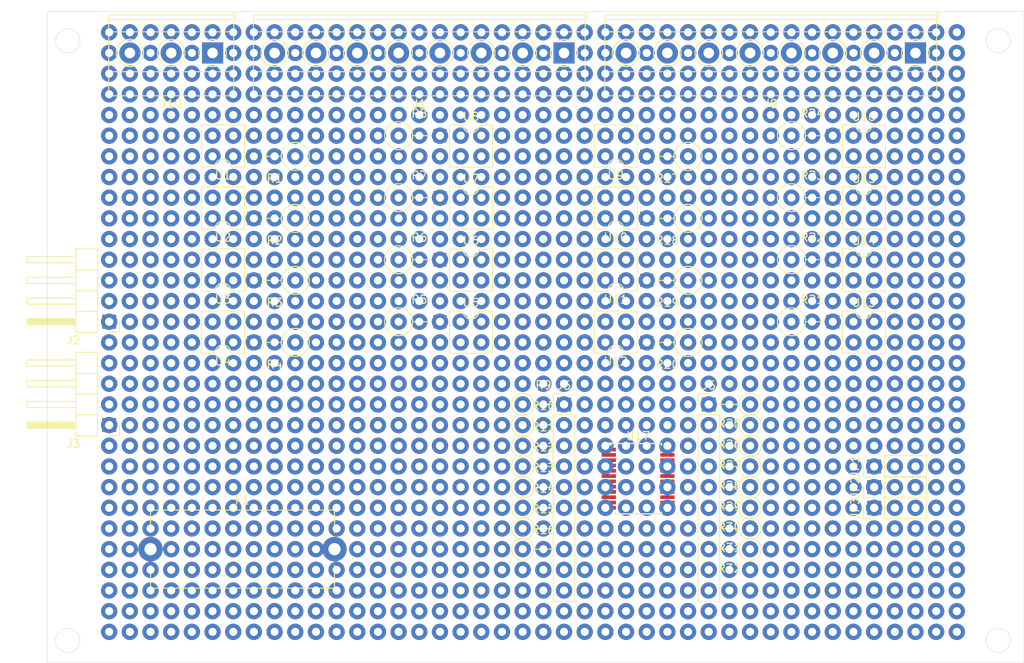
<source format=kicad_pcb>
(kicad_pcb (version 20240108) (generator "pcbnew") (generator_version "8.0")
  (layers (0 "F.Cu" signal) (31 "B.Cu" signal) (34 "B.Paste" user) (35 "F.Paste" user) (36 "B.SilkS" user "B.Silkscreen") (37 "F.SilkS" user "F.Silkscreen") (38 "B.Mask" user) (39 "F.Mask" user) (44 "Edge.Cuts" user))
  (net 0 "")
  (net 1 "Net-(J2-Pin_2)")
  (net 2 "+5V")
  (net 3 "/SCL")
  (net 4 "GND")
  (net 5 "/SDA")
  (net 6 "/A1")
  (net 7 "/A2")
  (net 8 "/A3")
  (net 9 "/P1")
  (net 10 "/P5")
  (net 11 "/P0")
  (net 12 "/P4")
  (net 13 "/P3")
  (net 14 "/P7")
  (net 15 "/P2")
  (net 16 "/P6")
  (net 17 "Net-(J1-Pin_1)")
  (net 18 "Net-(J1-Pin_2)")
  (net 19 "Net-(J1-Pin_3)")
  (net 20 "Net-(J1-Pin_4)")
  (net 21 "Net-(J1-Pin_5)")
  (net 22 "Net-(J1-Pin_6)")
  (net 23 "Net-(J1-Pin_7)")
  (net 24 "Net-(J1-Pin_8)")
  (net 25 "/P17")
  (net 26 "/P11")
  (net 27 "/P14")
  (net 29 "/P12")
  (net 30 "/P15")
  (net 31 "/P13")
  (net 33 "/P10")
  (net 34 "/P16")
  (net 35 "Net-(R17-Pad2)")
  (net 36 "Net-(R18-Pad2)")
  (net 37 "Net-(R19-Pad2)")
  (net 38 "Net-(R20-Pad2)")
  (net 39 "Net-(R21-Pad2)")
  (net 40 "Net-(R22-Pad2)")
  (net 41 "Net-(R23-Pad2)")
  (net 42 "Net-(R24-Pad2)")
  (net 43 "/M")
  (net 46 "Net-(R1-Pad2)")
  (net 47 "Net-(R2-Pad2)")
  (net 48 "Net-(R3-Pad2)")
  (net 49 "Net-(R4-Pad2)")
  (net 50 "Net-(R5-Pad2)")
  (net 51 "Net-(R6-Pad2)")
  (net 52 "Net-(R7-Pad2)")
  (net 53 "Net-(R8-Pad2)")
  (net 54 "Net-(J9-Pin_5)")
  (net 55 "Net-(J9-Pin_4)")
  (net 56 "Net-(J9-Pin_7)")
  (net 57 "Net-(J9-Pin_2)")
  (net 58 "Net-(J9-Pin_3)")
  (net 59 "Net-(J9-Pin_1)")
  (net 60 "Net-(J9-Pin_8)")
  (net 61 "Net-(J9-Pin_6)")
  (footprint "Resistor_THT:R_Axial_DIN0207_L6.3mm_D2.5mm_P5.08mm_Vertical" (layer "F.Cu") (at 158.42 105.88)
    (property "Reference" "R12" (at 2.54 -2.37 0) (layer "F.SilkS"))
    (property "Value" "10к")
    (pad "1" thru_hole circle (at 0 0) (size 1.6 1.6) (drill 0.8) (layers "*.Cu" "*.Mask") (net 2 "+5V"))
    (pad "2" thru_hole oval (at 5.08 0) (size 1.6 1.6) (drill 0.8) (layers "*.Cu" "*.Mask") (net 13 "/P3"))
  )
  (footprint "Package_DIP:DIP-4_W7.62mm" (layer "F.Cu") (at 173.66 67.78 180)
    (property "Reference" "U9" (at 3.81 -2.33 180) (layer "F.SilkS"))
    (property "Value" "PC817")
    (pad "1" thru_hole rect (at 0 0 180) (size 1.6 1.6) (drill 0.8) (layers "*.Cu" "*.Mask") (net 35 "Net-(R17-Pad2)"))
    (pad "2" thru_hole oval (at 0 2.54 180) (size 1.6 1.6) (drill 0.8) (layers "*.Cu" "*.Mask") (net 43 "/M"))
    (pad "3" thru_hole oval (at 7.62 2.54 180) (size 1.6 1.6) (drill 0.8) (layers "*.Cu" "*.Mask") (net 4 "GND"))
    (pad "4" thru_hole oval (at 7.62 0 180) (size 1.6 1.6) (drill 0.8) (layers "*.Cu" "*.Mask") (net 33 "/P10"))
  )
  (footprint "Resistor_THT:R_Axial_DIN0309_L9.0mm_D3.2mm_P5.08mm_Vertical" (layer "F.Cu") (at 130.48 90.64 180)
    (property "Reference" "R4" (at 2.54 -2.72 180) (layer "F.SilkS"))
    (property "Value" "1.1к")
    (pad "1" thru_hole circle (at 0 0 180) (size 1.6 1.6) (drill 0.8) (layers "*.Cu" "*.Mask") (net 20 "Net-(J1-Pin_4)"))
    (pad "2" thru_hole oval (at 5.08 0 180) (size 1.6 1.6) (drill 0.8) (layers "*.Cu" "*.Mask") (net 49 "Net-(R4-Pad2)"))
  )
  (footprint "Connector_PinHeader_2.54mm:PinHeader_1x03_P2.54mm_Vertical" (layer "F.Cu") (at 201.6 105.88 90)
    (property "Reference" "JP1" (at 0 -2.33 -90) (layer "F.SilkS"))
    (property "Value" "Jumper_3_Bridged12")
    (pad "1" thru_hole rect (at 0 0 90) (size 1.7 1.7) (drill 1) (layers "*.Cu" "*.Mask") (net 4 "GND"))
    (pad "2" thru_hole oval (at 0 2.54 90) (size 1.7 1.7) (drill 1) (layers "*.Cu" "*.Mask") (net 6 "/A1"))
    (pad "3" thru_hole oval (at 0 5.08 90) (size 1.7 1.7) (drill 1) (layers "*.Cu" "*.Mask") (net 2 "+5V"))
  )
  (footprint "TerminalBlock_Phoenix:TerminalBlock_Phoenix_MKDS-1,5-8-5.08_1x08_P5.08mm_Horizontal" (layer "F.Cu") (at 206.68 55.08 180)
    (property "Reference" "J9" (at 17.78 -6.26 180) (layer "F.SilkS"))
    (property "Value" "Terminal_01x08_Socket")
    (pad "1" thru_hole rect (at 0 0 180) (size 2.6 2.6) (drill 1.3) (layers "*.Cu" "*.Mask") (net 59 "Net-(J9-Pin_1)"))
    (pad "2" thru_hole circle (at 5.08 0 180) (size 2.6 2.6) (drill 1.3) (layers "*.Cu" "*.Mask") (net 57 "Net-(J9-Pin_2)"))
    (pad "3" thru_hole circle (at 10.16 0 180) (size 2.6 2.6) (drill 1.3) (layers "*.Cu" "*.Mask") (net 58 "Net-(J9-Pin_3)"))
    (pad "4" thru_hole circle (at 15.24 0 180) (size 2.6 2.6) (drill 1.3) (layers "*.Cu" "*.Mask") (net 55 "Net-(J9-Pin_4)"))
    (pad "5" thru_hole circle (at 20.32 0 180) (size 2.6 2.6) (drill 1.3) (layers "*.Cu" "*.Mask") (net 54 "Net-(J9-Pin_5)"))
    (pad "6" thru_hole circle (at 25.4 0 180) (size 2.6 2.6) (drill 1.3) (layers "*.Cu" "*.Mask") (net 61 "Net-(J9-Pin_6)"))
    (pad "7" thru_hole circle (at 30.48 0 180) (size 2.6 2.6) (drill 1.3) (layers "*.Cu" "*.Mask") (net 56 "Net-(J9-Pin_7)"))
    (pad "8" thru_hole circle (at 35.56 0 180) (size 2.6 2.6) (drill 1.3) (layers "*.Cu" "*.Mask") (net 60 "Net-(J9-Pin_8)"))
  )
  (footprint "Package_DIP:DIP-4_W7.62mm" (layer "F.Cu") (at 148.26 65.24)
    (property "Reference" "U8" (at 3.81 -2.33 0) (layer "F.SilkS"))
    (property "Value" "PC817")
    (pad "1" thru_hole rect (at 0 0) (size 1.6 1.6) (drill 0.8) (layers "*.Cu" "*.Mask") (net 53 "Net-(R8-Pad2)"))
    (pad "2" thru_hole oval (at 0 2.54) (size 1.6 1.6) (drill 0.8) (layers "*.Cu" "*.Mask") (net 43 "/M"))
    (pad "3" thru_hole oval (at 7.62 2.54) (size 1.6 1.6) (drill 0.8) (layers "*.Cu" "*.Mask") (net 4 "GND"))
    (pad "4" thru_hole oval (at 7.62 0) (size 1.6 1.6) (drill 0.8) (layers "*.Cu" "*.Mask") (net 14 "/P7"))
  )
  (footprint "Package_DIP:DIP-4_W7.62mm" (layer "F.Cu") (at 148.26 88.1)
    (property "Reference" "U5" (at 3.81 -2.33 0) (layer "F.SilkS"))
    (property "Value" "PC817")
    (pad "1" thru_hole rect (at 0 0) (size 1.6 1.6) (drill 0.8) (layers "*.Cu" "*.Mask") (net 50 "Net-(R5-Pad2)"))
    (pad "2" thru_hole oval (at 0 2.54) (size 1.6 1.6) (drill 0.8) (layers "*.Cu" "*.Mask") (net 43 "/M"))
    (pad "3" thru_hole oval (at 7.62 2.54) (size 1.6 1.6) (drill 0.8) (layers "*.Cu" "*.Mask") (net 4 "GND"))
    (pad "4" thru_hole oval (at 7.62 0) (size 1.6 1.6) (drill 0.8) (layers "*.Cu" "*.Mask") (net 12 "/P4"))
  )
  (footprint "Resistor_THT:R_Axial_DIN0207_L6.3mm_D2.5mm_P5.08mm_Vertical" (layer "F.Cu") (at 158.42 100.8)
    (property "Reference" "R10" (at 2.54 -2.37 0) (layer "F.SilkS"))
    (property "Value" "10к")
    (pad "1" thru_hole circle (at 0 0) (size 1.6 1.6) (drill 0.8) (layers "*.Cu" "*.Mask") (net 2 "+5V"))
    (pad "2" thru_hole oval (at 5.08 0) (size 1.6 1.6) (drill 0.8) (layers "*.Cu" "*.Mask") (net 9 "/P1"))
  )
  (footprint "Resistor_THT:R_Axial_DIN0309_L9.0mm_D3.2mm_P5.08mm_Vertical" (layer "F.Cu") (at 178.74 90.64 180)
    (property "Reference" "R20" (at 2.54 -2.72 180) (layer "F.SilkS"))
    (property "Value" "1.1к")
    (pad "1" thru_hole circle (at 0 0 180) (size 1.6 1.6) (drill 0.8) (layers "*.Cu" "*.Mask") (net 55 "Net-(J9-Pin_4)"))
    (pad "2" thru_hole oval (at 5.08 0 180) (size 1.6 1.6) (drill 0.8) (layers "*.Cu" "*.Mask") (net 38 "Net-(R20-Pad2)"))
  )
  (footprint "Resistor_THT:R_Axial_DIN0309_L9.0mm_D3.2mm_P5.08mm_Vertical" (layer "F.Cu") (at 143.18 80.475)
    (property "Reference" "R6" (at 2.54 -2.72 0) (layer "F.SilkS"))
    (property "Value" "1.1к")
    (pad "1" thru_hole circle (at 0 0) (size 1.6 1.6) (drill 0.8) (layers "*.Cu" "*.Mask") (net 22 "Net-(J1-Pin_6)"))
    (pad "2" thru_hole oval (at 5.08 0) (size 1.6 1.6) (drill 0.8) (layers "*.Cu" "*.Mask") (net 51 "Net-(R6-Pad2)"))
  )
  (footprint "Resistor_THT:R_Axial_DIN0207_L6.3mm_D2.5mm_P5.08mm_Vertical" (layer "F.Cu") (at 158.42 108.42)
    (property "Reference" "R13" (at 2.54 -2.37 0) (layer "F.SilkS"))
    (property "Value" "10к")
    (pad "1" thru_hole circle (at 0 0) (size 1.6 1.6) (drill 0.8) (layers "*.Cu" "*.Mask") (net 2 "+5V"))
    (pad "2" thru_hole oval (at 5.08 0) (size 1.6 1.6) (drill 0.8) (layers "*.Cu" "*.Mask") (net 12 "/P4"))
  )
  (footprint "Connector_PinHeader_2.54mm:PinHeader_1x04_P2.54mm_Horizontal" (layer "F.Cu") (at 107.62 88.1 180)
    (property "Reference" "J2" (at 4.385 -2.27 180) (layer "F.SilkS"))
    (property "Value" "PinHeader_01x04_angle")
    (pad "1" thru_hole rect (at 0 0 180) (size 1.7 1.7) (drill 1) (layers "*.Cu" "*.Mask") (net 3 "/SCL"))
    (pad "2" thru_hole oval (at 0 2.54 180) (size 1.7 1.7) (drill 1) (layers "*.Cu" "*.Mask") (net 1 "Net-(J2-Pin_2)"))
    (pad "3" thru_hole oval (at 0 5.08 180) (size 1.7 1.7) (drill 1) (layers "*.Cu" "*.Mask") (net 4 "GND"))
    (pad "4" thru_hole oval (at 0 7.62 180) (size 1.7 1.7) (drill 1) (layers "*.Cu" "*.Mask") (net 5 "/SDA"))
  )
  (footprint "TerminalBlock_Phoenix:TerminalBlock_Phoenix_MKDS-1,5-8-5.08_1x08_P5.08mm_Horizontal" (layer "F.Cu") (at 163.5 55.08 180)
    (property "Reference" "J1" (at 17.78 -6.26 180) (layer "F.SilkS"))
    (property "Value" "Terminal_01x08_Socket")
    (pad "1" thru_hole rect (at 0 0 180) (size 2.6 2.6) (drill 1.3) (layers "*.Cu" "*.Mask") (net 17 "Net-(J1-Pin_1)"))
    (pad "2" thru_hole circle (at 5.08 0 180) (size 2.6 2.6) (drill 1.3) (layers "*.Cu" "*.Mask") (net 18 "Net-(J1-Pin_2)"))
    (pad "3" thru_hole circle (at 10.16 0 180) (size 2.6 2.6) (drill 1.3) (layers "*.Cu" "*.Mask") (net 19 "Net-(J1-Pin_3)"))
    (pad "4" thru_hole circle (at 15.24 0 180) (size 2.6 2.6) (drill 1.3) (layers "*.Cu" "*.Mask") (net 20 "Net-(J1-Pin_4)"))
    (pad "5" thru_hole circle (at 20.32 0 180) (size 2.6 2.6) (drill 1.3) (layers "*.Cu" "*.Mask") (net 21 "Net-(J1-Pin_5)"))
    (pad "6" thru_hole circle (at 25.4 0 180) (size 2.6 2.6) (drill 1.3) (layers "*.Cu" "*.Mask") (net 22 "Net-(J1-Pin_6)"))
    (pad "7" thru_hole circle (at 30.48 0 180) (size 2.6 2.6) (drill 1.3) (layers "*.Cu" "*.Mask") (net 23 "Net-(J1-Pin_7)"))
    (pad "8" thru_hole circle (at 35.56 0 180) (size 2.6 2.6) (drill 1.3) (layers "*.Cu" "*.Mask") (net 24 "Net-(J1-Pin_8)"))
  )
  (footprint "Resistor_THT:R_Axial_DIN0207_L6.3mm_D2.5mm_P5.08mm_Vertical" (layer "F.Cu") (at 158.42 110.96)
    (property "Reference" "R14" (at 2.54 -2.37 0) (layer "F.SilkS"))
    (property "Value" "10к")
    (pad "1" thru_hole circle (at 0 0) (size 1.6 1.6) (drill 0.8) (layers "*.Cu" "*.Mask") (net 2 "+5V"))
    (pad "2" thru_hole oval (at 5.08 0) (size 1.6 1.6) (drill 0.8) (layers "*.Cu" "*.Mask") (net 10 "/P5"))
  )
  (footprint "Connector_PinHeader_2.54mm:PinHeader_1x03_P2.54mm_Vertical" (layer "F.Cu") (at 201.6 108.42 90)
    (property "Reference" "JP2" (at 0 -2.33 -90) (layer "F.SilkS"))
    (property "Value" "Jumper_3_Bridged12")
    (pad "1" thru_hole rect (at 0 0 90) (size 1.7 1.7) (drill 1) (layers "*.Cu" "*.Mask") (net 4 "GND"))
    (pad "2" thru_hole oval (at 0 2.54 90) (size 1.7 1.7) (drill 1) (layers "*.Cu" "*.Mask") (net 7 "/A2"))
    (pad "3" thru_hole oval (at 0 5.08 90) (size 1.7 1.7) (drill 1) (layers "*.Cu" "*.Mask") (net 2 "+5V"))
  )
  (footprint "Connector_PinHeader_2.54mm:PinHeader_1x04_P2.54mm_Horizontal" (layer "F.Cu") (at 107.62 100.8 180)
    (property "Reference" "J3" (at 4.385 -2.27 180) (layer "F.SilkS"))
    (property "Value" "PinHeader_01x04_angle")
    (pad "1" thru_hole rect (at 0 0 180) (size 1.7 1.7) (drill 1) (layers "*.Cu" "*.Mask") (net 3 "/SCL"))
    (pad "2" thru_hole oval (at 0 2.54 180) (size 1.7 1.7) (drill 1) (layers "*.Cu" "*.Mask") (net 1 "Net-(J2-Pin_2)"))
    (pad "3" thru_hole oval (at 0 5.08 180) (size 1.7 1.7) (drill 1) (layers "*.Cu" "*.Mask") (net 4 "GND"))
    (pad "4" thru_hole oval (at 0 7.62 180) (size 1.7 1.7) (drill 1) (layers "*.Cu" "*.Mask") (net 5 "/SDA"))
  )
  (footprint "Resistor_THT:R_Axial_DIN0309_L9.0mm_D3.2mm_P5.08mm_Vertical" (layer "F.Cu") (at 178.74 83.02 180)
    (property "Reference" "R19" (at 2.54 -2.72 180) (layer "F.SilkS"))
    (property "Value" "1.1к")
    (pad "1" thru_hole circle (at 0 0 180) (size 1.6 1.6) (drill 0.8) (layers "*.Cu" "*.Mask") (net 58 "Net-(J9-Pin_3)"))
    (pad "2" thru_hole oval (at 5.08 0 180) (size 1.6 1.6) (drill 0.8) (layers "*.Cu" "*.Mask") (net 37 "Net-(R19-Pad2)"))
  )
  (footprint "Resistor_THT:R_Axial_DIN0207_L6.3mm_D2.5mm_P5.08mm_Vertical" (layer "F.Cu") (at 158.42 103.41)
    (property "Reference" "R11" (at 2.54 -2.37 0) (layer "F.SilkS"))
    (property "Value" "10к")
    (pad "1" thru_hole circle (at 0 0) (size 1.6 1.6) (drill 0.8) (layers "*.Cu" "*.Mask") (net 2 "+5V"))
    (pad "2" thru_hole oval (at 5.08 0) (size 1.6 1.6) (drill 0.8) (layers "*.Cu" "*.Mask") (net 15 "/P2"))
  )
  (footprint "Package_DIP:DIP-4_W7.62mm" (layer "F.Cu") (at 173.66 83.02 180)
    (property "Reference" "U11" (at 3.81 -2.33 180) (layer "F.SilkS"))
    (property "Value" "PC817")
    (pad "1" thru_hole rect (at 0 0 180) (size 1.6 1.6) (drill 0.8) (layers "*.Cu" "*.Mask") (net 37 "Net-(R19-Pad2)"))
    (pad "2" thru_hole oval (at 0 2.54 180) (size 1.6 1.6) (drill 0.8) (layers "*.Cu" "*.Mask") (net 43 "/M"))
    (pad "3" thru_hole oval (at 7.62 2.54 180) (size 1.6 1.6) (drill 0.8) (layers "*.Cu" "*.Mask") (net 4 "GND"))
    (pad "4" thru_hole oval (at 7.62 0 180) (size 1.6 1.6) (drill 0.8) (layers "*.Cu" "*.Mask") (net 29 "/P12"))
  )
  (footprint "Resistor_THT:R_Axial_DIN0207_L6.3mm_D2.5mm_P5.08mm_Vertical" (layer "F.Cu") (at 186.36 110.96 180)
    (property "Reference" "R30" (at 2.54 -2.37 180) (layer "F.SilkS"))
    (property "Value" "10к")
    (pad "1" thru_hole circle (at 0 0 180) (size 1.6 1.6) (drill 0.8) (layers "*.Cu" "*.Mask") (net 2 "+5V"))
    (pad "2" thru_hole oval (at 5.08 0 180) (size 1.6 1.6) (drill 0.8) (layers "*.Cu" "*.Mask") (net 30 "/P15"))
  )
  (footprint "Resistor_THT:R_Axial_DIN0207_L6.3mm_D2.5mm_P5.08mm_Vertical" (layer "F.Cu") (at 186.36 100.8 180)
    (property "Reference" "R26" (at 2.54 -2.37 180) (layer "F.SilkS"))
    (property "Value" "10к")
    (pad "1" thru_hole circle (at 0 0 180) (size 1.6 1.6) (drill 0.8) (layers "*.Cu" "*.Mask") (net 2 "+5V"))
    (pad "2" thru_hole oval (at 5.08 0 180) (size 1.6 1.6) (drill 0.8) (layers "*.Cu" "*.Mask") (net 26 "/P11"))
  )
  (footprint "Resistor_THT:R_Axial_DIN0207_L6.3mm_D2.5mm_P5.08mm_Vertical" (layer "F.Cu") (at 158.42 116.04)
    (property "Reference" "R16" (at 2.54 -2.37 0) (layer "F.SilkS"))
    (property "Value" "10к")
    (pad "1" thru_hole circle (at 0 0) (size 1.6 1.6) (drill 0.8) (layers "*.Cu" "*.Mask") (net 2 "+5V"))
    (pad "2" thru_hole oval (at 5.08 0) (size 1.6 1.6) (drill 0.8) (layers "*.Cu" "*.Mask") (net 14 "/P7"))
  )
  (footprint "Connector_PinHeader_2.54mm:PinHeader_1x10_P2.54mm_Vertical" (layer "F.Cu") (at 163.5 98.26)
    (property "Reference" "J5" (at 0 -2.33 0) (layer "F.SilkS"))
    (property "Value" "Conn_01x10")
    (pad "1" thru_hole rect (at 0 0) (size 1.7 1.7) (drill 1) (layers "*.Cu" "*.Mask") (net 11 "/P0"))
    (pad "2" thru_hole oval (at 0 2.54) (size 1.7 1.7) (drill 1) (layers "*.Cu" "*.Mask") (net 9 "/P1"))
    (pad "3" thru_hole oval (at 0 5.08) (size 1.7 1.7) (drill 1) (layers "*.Cu" "*.Mask") (net 15 "/P2"))
    (pad "4" thru_hole oval (at 0 7.62) (size 1.7 1.7) (drill 1) (layers "*.Cu" "*.Mask") (net 13 "/P3"))
    (pad "5" thru_hole oval (at 0 10.16) (size 1.7 1.7) (drill 1) (layers "*.Cu" "*.Mask") (net 12 "/P4"))
    (pad "6" thru_hole oval (at 0 12.7) (size 1.7 1.7) (drill 1) (layers "*.Cu" "*.Mask") (net 10 "/P5"))
    (pad "7" thru_hole oval (at 0 15.24) (size 1.7 1.7) (drill 1) (layers "*.Cu" "*.Mask") (net 16 "/P6"))
    (pad "8" thru_hole oval (at 0 17.78) (size 1.7 1.7) (drill 1) (layers "*.Cu" "*.Mask") (net 14 "/P7"))
    (pad "9" thru_hole oval (at 0 20.32) (size 1.7 1.7) (drill 1) (layers "*.Cu" "*.Mask"))
    (pad "10" thru_hole oval (at 0 22.86) (size 1.7 1.7) (drill 1) (layers "*.Cu" "*.Mask"))
  )
  (footprint "Connector_PinHeader_2.54mm:PinHeader_1x10_P2.54mm_Vertical" (layer "F.Cu") (at 181.28 98.26)
    (property "Reference" "J6" (at 0 -2.33 0) (layer "F.SilkS"))
    (property "Value" "Conn_01x10")
    (pad "1" thru_hole rect (at 0 0) (size 1.7 1.7) (drill 1) (layers "*.Cu" "*.Mask") (net 33 "/P10"))
    (pad "2" thru_hole oval (at 0 2.54) (size 1.7 1.7) (drill 1) (layers "*.Cu" "*.Mask") (net 26 "/P11"))
    (pad "3" thru_hole oval (at 0 5.08) (size 1.7 1.7) (drill 1) (layers "*.Cu" "*.Mask") (net 29 "/P12"))
    (pad "4" thru_hole oval (at 0 7.62) (size 1.7 1.7) (drill 1) (layers "*.Cu" "*.Mask") (net 31 "/P13"))
    (pad "5" thru_hole oval (at 0 10.16) (size 1.7 1.7) (drill 1) (layers "*.Cu" "*.Mask") (net 27 "/P14"))
    (pad "6" thru_hole oval (at 0 12.7) (size 1.7 1.7) (drill 1) (layers "*.Cu" "*.Mask") (net 30 "/P15"))
    (pad "7" thru_hole oval (at 0 15.24) (size 1.7 1.7) (drill 1) (layers "*.Cu" "*.Mask") (net 34 "/P16"))
    (pad "8" thru_hole oval (at 0 17.78) (size 1.7 1.7) (drill 1) (layers "*.Cu" "*.Mask") (net 25 "/P17"))
    (pad "9" thru_hole oval (at 0 20.32) (size 1.7 1.7) (drill 1) (layers "*.Cu" "*.Mask"))
    (pad "10" thru_hole oval (at 0 22.86) (size 1.7 1.7) (drill 1) (layers "*.Cu" "*.Mask"))
  )
  (footprint "Package_DIP:DIP-4_W7.62mm" (layer "F.Cu") (at 196.52 88.1)
    (property "Reference" "U13" (at 3.81 -2.33 0) (layer "F.SilkS"))
    (property "Value" "PC817")
    (pad "1" thru_hole rect (at 0 0) (size 1.6 1.6) (drill 0.8) (layers "*.Cu" "*.Mask") (net 39 "Net-(R21-Pad2)"))
    (pad "2" thru_hole oval (at 0 2.54) (size 1.6 1.6) (drill 0.8) (layers "*.Cu" "*.Mask") (net 43 "/M"))
    (pad "3" thru_hole oval (at 7.62 2.54) (size 1.6 1.6) (drill 0.8) (layers "*.Cu" "*.Mask") (net 4 "GND"))
    (pad "4" thru_hole oval (at 7.62 0) (size 1.6 1.6) (drill 0.8) (layers "*.Cu" "*.Mask") (net 27 "/P14"))
  )
  (footprint "Package_DIP:DIP-4_W7.62mm" (layer "F.Cu") (at 173.66 90.64 180)
    (property "Reference" "U12" (at 3.81 -2.33 180) (layer "F.SilkS"))
    (property "Value" "PC817")
    (pad "1" thru_hole rect (at 0 0 180) (size 1.6 1.6) (drill 0.8) (layers "*.Cu" "*.Mask") (net 38 "Net-(R20-Pad2)"))
    (pad "2" thru_hole oval (at 0 2.54 180) (size 1.6 1.6) (drill 0.8) (layers "*.Cu" "*.Mask") (net 43 "/M"))
    (pad "3" thru_hole oval (at 7.62 2.54 180) (size 1.6 1.6) (drill 0.8) (layers "*.Cu" "*.Mask") (net 4 "GND"))
    (pad "4" thru_hole oval (at 7.62 0 180) (size 1.6 1.6) (drill 0.8) (layers "*.Cu" "*.Mask") (net 31 "/P13"))
  )
  (footprint "Resistor_THT:R_Axial_DIN0309_L9.0mm_D3.2mm_P5.08mm_Vertical" (layer "F.Cu") (at 130.48 67.78 180)
    (property "Reference" "R1" (at 2.54 -2.72 180) (layer "F.SilkS"))
    (property "Value" "1.1к")
    (pad "1" thru_hole circle (at 0 0 180) (size 1.6 1.6) (drill 0.8) (layers "*.Cu" "*.Mask") (net 17 "Net-(J1-Pin_1)"))
    (pad "2" thru_hole oval (at 5.08 0 180) (size 1.6 1.6) (drill 0.8) (layers "*.Cu" "*.Mask") (net 46 "Net-(R1-Pad2)"))
  )
  (footprint "Package_DIP:DIP-4_W7.62mm" (layer "F.Cu") (at 125.4 90.64 180)
    (property "Reference" "U4" (at 3.81 -2.33 180) (layer "F.SilkS"))
    (property "Value" "PC817")
    (pad "1" thru_hole rect (at 0 0 180) (size 1.6 1.6) (drill 0.8) (layers "*.Cu" "*.Mask") (net 49 "Net-(R4-Pad2)"))
    (pad "2" thru_hole oval (at 0 2.54 180) (size 1.6 1.6) (drill 0.8) (layers "*.Cu" "*.Mask") (net 43 "/M"))
    (pad "3" thru_hole oval (at 7.62 2.54 180) (size 1.6 1.6) (drill 0.8) (layers "*.Cu" "*.Mask") (net 4 "GND"))
    (pad "4" thru_hole oval (at 7.62 0 180) (size 1.6 1.6) (drill 0.8) (layers "*.Cu" "*.Mask") (net 13 "/P3"))
  )
  (footprint "Resistor_THT:R_Axial_DIN0207_L6.3mm_D2.5mm_P5.08mm_Vertical" (layer "F.Cu") (at 186.36 105.88 180)
    (property "Reference" "R28" (at 2.54 -2.37 180) (layer "F.SilkS"))
    (property "Value" "10к")
    (pad "1" thru_hole circle (at 0 0 180) (size 1.6 1.6) (drill 0.8) (layers "*.Cu" "*.Mask") (net 2 "+5V"))
    (pad "2" thru_hole oval (at 5.08 0 180) (size 1.6 1.6) (drill 0.8) (layers "*.Cu" "*.Mask") (net 31 "/P13"))
  )
  (footprint "Resistor_THT:R_Axial_DIN0309_L9.0mm_D3.2mm_P5.08mm_Vertical" (layer "F.Cu") (at 130.48 83.02 180)
    (property "Reference" "R3" (at 2.54 -2.72 180) (layer "F.SilkS"))
    (property "Value" "1.1к")
    (pad "1" thru_hole circle (at 0 0 180) (size 1.6 1.6) (drill 0.8) (layers "*.Cu" "*.Mask") (net 19 "Net-(J1-Pin_3)"))
    (pad "2" thru_hole oval (at 5.08 0 180) (size 1.6 1.6) (drill 0.8) (layers "*.Cu" "*.Mask") (net 48 "Net-(R3-Pad2)"))
  )
  (footprint "Resistor_THT:R_Axial_DIN0309_L9.0mm_D3.2mm_P5.08mm_Vertical" (layer "F.Cu") (at 191.44 88.1)
    (property "Reference" "R21" (at 2.54 -2.72 0) (layer "F.SilkS"))
    (property "Value" "1.1к")
    (pad "1" thru_hole circle (at 0 0) (size 1.6 1.6) (drill 0.8) (layers "*.Cu" "*.Mask") (net 54 "Net-(J9-Pin_5)"))
    (pad "2" thru_hole oval (at 5.08 0) (size 1.6 1.6) (drill 0.8) (layers "*.Cu" "*.Mask") (net 39 "Net-(R21-Pad2)"))
  )
  (footprint "Package_DIP:DIP-4_W7.62mm" (layer "F.Cu") (at 125.4 75.4 180)
    (property "Reference" "U2" (at 3.81 -2.33 180) (layer "F.SilkS"))
    (property "Value" "PC817")
    (pad "1" thru_hole rect (at 0 0 180) (size 1.6 1.6) (drill 0.8) (layers "*.Cu" "*.Mask") (net 47 "Net-(R2-Pad2)"))
    (pad "2" thru_hole oval (at 0 2.54 180) (size 1.6 1.6) (drill 0.8) (layers "*.Cu" "*.Mask") (net 43 "/M"))
    (pad "3" thru_hole oval (at 7.62 2.54 180) (size 1.6 1.6) (drill 0.8) (layers "*.Cu" "*.Mask") (net 4 "GND"))
    (pad "4" thru_hole oval (at 7.62 0 180) (size 1.6 1.6) (drill 0.8) (layers "*.Cu" "*.Mask") (net 9 "/P1"))
  )
  (footprint "Resistor_THT:R_Axial_DIN0207_L6.3mm_D2.5mm_P5.08mm_Vertical" (layer "F.Cu") (at 186.36 108.42 180)
    (property "Reference" "R29" (at 2.54 -2.37 180) (layer "F.SilkS"))
    (property "Value" "10к")
    (pad "1" thru_hole circle (at 0 0 180) (size 1.6 1.6) (drill 0.8) (layers "*.Cu" "*.Mask") (net 2 "+5V"))
    (pad "2" thru_hole oval (at 5.08 0 180) (size 1.6 1.6) (drill 0.8) (layers "*.Cu" "*.Mask") (net 27 "/P14"))
  )
  (footprint "Resistor_THT:R_Axial_DIN0207_L6.3mm_D2.5mm_P5.08mm_Vertical" (layer "F.Cu") (at 186.36 116.04 180)
    (property "Reference" "R32" (at 2.54 -2.37 180) (layer "F.SilkS"))
    (property "Value" "10к")
    (pad "1" thru_hole circle (at 0 0 180) (size 1.6 1.6) (drill 0.8) (layers "*.Cu" "*.Mask") (net 2 "+5V"))
    (pad "2" thru_hole oval (at 5.08 0 180) (size 1.6 1.6) (drill 0.8) (layers "*.Cu" "*.Mask") (net 25 "/P17"))
  )
  (footprint "Package_DIP:DIP-4_W7.62mm" (layer "F.Cu") (at 148.26 72.86)
    (property "Reference" "U7" (at 3.81 -2.33 0) (layer "F.SilkS"))
    (property "Value" "PC817")
    (pad "1" thru_hole rect (at 0 0) (size 1.6 1.6) (drill 0.8) (layers "*.Cu" "*.Mask") (net 52 "Net-(R7-Pad2)"))
    (pad "2" thru_hole oval (at 0 2.54) (size 1.6 1.6) (drill 0.8) (layers "*.Cu" "*.Mask") (net 43 "/M"))
    (pad "3" thru_hole oval (at 7.62 2.54) (size 1.6 1.6) (drill 0.8) (layers "*.Cu" "*.Mask") (net 4 "GND"))
    (pad "4" thru_hole oval (at 7.62 0) (size 1.6 1.6) (drill 0.8) (layers "*.Cu" "*.Mask") (net 16 "/P6"))
  )
  (footprint "Package_DIP:DIP-4_W7.62mm" (layer "F.Cu") (at 125.4 83.02 180)
    (property "Reference" "U3" (at 3.81 -2.33 180) (layer "F.SilkS"))
    (property "Value" "PC817")
    (pad "1" thru_hole rect (at 0 0 180) (size 1.6 1.6) (drill 0.8) (layers "*.Cu" "*.Mask") (net 48 "Net-(R3-Pad2)"))
    (pad "2" thru_hole oval (at 0 2.54 180) (size 1.6 1.6) (drill 0.8) (layers "*.Cu" "*.Mask") (net 43 "/M"))
    (pad "3" thru_hole oval (at 7.62 2.54 180) (size 1.6 1.6) (drill 0.8) (layers "*.Cu" "*.Mask") (net 4 "GND"))
    (pad "4" thru_hole oval (at 7.62 0 180) (size 1.6 1.6) (drill 0.8) (layers "*.Cu" "*.Mask") (net 15 "/P2"))
  )
  (footprint "Resistor_THT:R_Axial_DIN0309_L9.0mm_D3.2mm_P5.08mm_Vertical" (layer "F.Cu") (at 143.18 72.86)
    (property "Reference" "R7" (at 2.54 -2.72 0) (layer "F.SilkS"))
    (property "Value" "1.1к")
    (pad "1" thru_hole circle (at 0 0) (size 1.6 1.6) (drill 0.8) (layers "*.Cu" "*.Mask") (net 23 "Net-(J1-Pin_7)"))
    (pad "2" thru_hole oval (at 5.08 0) (size 1.6 1.6) (drill 0.8) (layers "*.Cu" "*.Mask") (net 52 "Net-(R7-Pad2)"))
  )
  (footprint "Package_DIP:DIP-4_W7.62mm" (layer "F.Cu") (at 173.66 75.4 180)
    (property "Reference" "U10" (at 3.81 -2.33 180) (layer "F.SilkS"))
    (property "Value" "PC817")
    (pad "1" thru_hole rect (at 0 0 180) (size 1.6 1.6) (drill 0.8) (layers "*.Cu" "*.Mask") (net 36 "Net-(R18-Pad2)"))
    (pad "2" thru_hole oval (at 0 2.54 180) (size 1.6 1.6) (drill 0.8) (layers "*.Cu" "*.Mask") (net 43 "/M"))
    (pad "3" thru_hole oval (at 7.62 2.54 180) (size 1.6 1.6) (drill 0.8) (layers "*.Cu" "*.Mask") (net 4 "GND"))
    (pad "4" thru_hole oval (at 7.62 0 180) (size 1.6 1.6) (drill 0.8) (layers "*.Cu" "*.Mask") (net 26 "/P11"))
  )
  (footprint "Resistor_THT:R_Axial_DIN0309_L9.0mm_D3.2mm_P5.08mm_Vertical" (layer "F.Cu") (at 130.48 75.4 180)
    (property "Reference" "R2" (at 2.54 -2.72 180) (layer "F.SilkS"))
    (property "Value" "1.1к")
    (pad "1" thru_hole circle (at 0 0 180) (size 1.6 1.6) (drill 0.8) (layers "*.Cu" "*.Mask") (net 18 "Net-(J1-Pin_2)"))
    (pad "2" thru_hole oval (at 5.08 0 180) (size 1.6 1.6) (drill 0.8) (layers "*.Cu" "*.Mask") (net 47 "Net-(R2-Pad2)"))
  )
  (footprint "Package_DIP:DIP-4_W7.62mm" (layer "F.Cu") (at 196.52 65.24)
    (property "Reference" "U16" (at 3.81 -2.33 0) (layer "F.SilkS"))
    (property "Value" "PC817")
    (pad "1" thru_hole rect (at 0 0) (size 1.6 1.6) (drill 0.8) (layers "*.Cu" "*.Mask") (net 42 "Net-(R24-Pad2)"))
    (pad "2" thru_hole oval (at 0 2.54) (size 1.6 1.6) (drill 0.8) (layers "*.Cu" "*.Mask") (net 43 "/M"))
    (pad "3" thru_hole oval (at 7.62 2.54) (size 1.6 1.6) (drill 0.8) (layers "*.Cu" "*.Mask") (net 4 "GND"))
    (pad "4" thru_hole oval (at 7.62 0) (size 1.6 1.6) (drill 0.8) (layers "*.Cu" "*.Mask") (net 25 "/P17"))
  )
  (footprint "Resistor_THT:R_Axial_DIN0207_L6.3mm_D2.5mm_P5.08mm_Vertical" (layer "F.Cu") (at 186.36 113.5 180)
    (property "Reference" "R31" (at 2.54 -2.37 180) (layer "F.SilkS"))
    (property "Value" "10к")
    (pad "1" thru_hole circle (at 0 0 180) (size 1.6 1.6) (drill 0.8) (layers "*.Cu" "*.Mask") (net 2 "+5V"))
    (pad "2" thru_hole oval (at 5.08 0 180) (size 1.6 1.6) (drill 0.8) (layers "*.Cu" "*.Mask") (net 34 "/P16"))
  )
  (footprint "Package_DIP:DIP-4_W7.62mm" (layer "F.Cu") (at 196.52 72.86)
    (property "Reference" "U15" (at 3.81 -2.33 0) (layer "F.SilkS"))
    (property "Value" "PC817")
    (pad "1" thru_hole rect (at 0 0) (size 1.6 1.6) (drill 0.8) (layers "*.Cu" "*.Mask") (net 41 "Net-(R23-Pad2)"))
    (pad "2" thru_hole oval (at 0 2.54) (size 1.6 1.6) (drill 0.8) (layers "*.Cu" "*.Mask") (net 43 "/M"))
    (pad "3" thru_hole oval (at 7.62 2.54) (size 1.6 1.6) (drill 0.8) (layers "*.Cu" "*.Mask") (net 4 "GND"))
    (pad "4" thru_hole oval (at 7.62 0) (size 1.6 1.6) (drill 0.8) (layers "*.Cu" "*.Mask") (net 34 "/P16"))
  )
  (footprint "Resistor_THT:R_Axial_DIN0309_L9.0mm_D3.2mm_P5.08mm_Vertical" (layer "F.Cu") (at 143.18 88.1)
    (property "Reference" "R5" (at 2.54 -2.72 0) (layer "F.SilkS"))
    (property "Value" "1.1к")
    (pad "1" thru_hole circle (at 0 0) (size 1.6 1.6) (drill 0.8) (layers "*.Cu" "*.Mask") (net 21 "Net-(J1-Pin_5)"))
    (pad "2" thru_hole oval (at 5.08 0) (size 1.6 1.6) (drill 0.8) (layers "*.Cu" "*.Mask") (net 50 "Net-(R5-Pad2)"))
  )
  (footprint "Fuse:Fuseholder_Cylinder-5x20mm_Stelvio-Kontek_PTF78_Horizontal_Open" (layer "F.Cu") (at 112.7 116.04)
    (property "Reference" "F1" (at 11.25 -6 0) (layer "F.SilkS"))
    (property "Value" "Fuse")
    (pad "1" thru_hole circle (at 0 0) (size 3 3) (drill 1.5) (layers "*.Cu" "*.Mask") (net 2 "+5V"))
    (pad "2" thru_hole circle (at 22.6 0) (size 3 3) (drill 1.5) (layers "*.Cu" "*.Mask") (net 1 "Net-(J2-Pin_2)"))
  )
  (footprint "Resistor_THT:R_Axial_DIN0309_L9.0mm_D3.2mm_P5.08mm_Vertical" (layer "F.Cu") (at 191.44 65.24)
    (property "Reference" "R24" (at 2.54 -2.72 0) (layer "F.SilkS"))
    (property "Value" "1.1к")
    (pad "1" thru_hole circle (at 0 0) (size 1.6 1.6) (drill 0.8) (layers "*.Cu" "*.Mask") (net 60 "Net-(J9-Pin_8)"))
    (pad "2" thru_hole oval (at 5.08 0) (size 1.6 1.6) (drill 0.8) (layers "*.Cu" "*.Mask") (net 42 "Net-(R24-Pad2)"))
  )
  (footprint "Resistor_THT:R_Axial_DIN0309_L9.0mm_D3.2mm_P5.08mm_Vertical" (layer "F.Cu") (at 191.44 72.86)
    (property "Reference" "R23" (at 2.54 -2.72 0) (layer "F.SilkS"))
    (property "Value" "1.1к")
    (pad "1" thru_hole circle (at 0 0) (size 1.6 1.6) (drill 0.8) (layers "*.Cu" "*.Mask") (net 56 "Net-(J9-Pin_7)"))
    (pad "2" thru_hole oval (at 5.08 0) (size 1.6 1.6) (drill 0.8) (layers "*.Cu" "*.Mask") (net 41 "Net-(R23-Pad2)"))
  )
  (footprint "Resistor_THT:R_Axial_DIN0309_L9.0mm_D3.2mm_P5.08mm_Vertical" (layer "F.Cu") (at 143.18 65.235)
    (property "Reference" "R8" (at 2.54 -2.72 0) (layer "F.SilkS"))
    (property "Value" "1.1к")
    (pad "1" thru_hole circle (at 0 0) (size 1.6 1.6) (drill 0.8) (layers "*.Cu" "*.Mask") (net 24 "Net-(J1-Pin_8)"))
    (pad "2" thru_hole oval (at 5.08 0) (size 1.6 1.6) (drill 0.8) (layers "*.Cu" "*.Mask") (net 53 "Net-(R8-Pad2)"))
  )
  (footprint "Package_DIP:DIP-4_W7.62mm" (layer "F.Cu") (at 196.52 80.48)
    (property "Reference" "U14" (at 3.81 -2.33 0) (layer "F.SilkS"))
    (property "Value" "PC817")
    (pad "1" thru_hole rect (at 0 0) (size 1.6 1.6) (drill 0.8) (layers "*.Cu" "*.Mask") (net 40 "Net-(R22-Pad2)"))
    (pad "2" thru_hole oval (at 0 2.54) (size 1.6 1.6) (drill 0.8) (layers "*.Cu" "*.Mask") (net 43 "/M"))
    (pad "3" thru_hole oval (at 7.62 2.54) (size 1.6 1.6) (drill 0.8) (layers "*.Cu" "*.Mask") (net 4 "GND"))
    (pad "4" thru_hole oval (at 7.62 0) (size 1.6 1.6) (drill 0.8) (layers "*.Cu" "*.Mask") (net 30 "/P15"))
  )
  (footprint "Resistor_THT:R_Axial_DIN0309_L9.0mm_D3.2mm_P5.08mm_Vertical" (layer "F.Cu") (at 178.73 67.78 180)
    (property "Reference" "R17" (at 2.54 -2.72 180) (layer "F.SilkS"))
    (property "Value" "1.1к")
    (pad "1" thru_hole circle (at 0 0 180) (size 1.6 1.6) (drill 0.8) (layers "*.Cu" "*.Mask") (net 59 "Net-(J9-Pin_1)"))
    (pad "2" thru_hole oval (at 5.08 0 180) (size 1.6 1.6) (drill 0.8) (layers "*.Cu" "*.Mask") (net 35 "Net-(R17-Pad2)"))
  )
  (footprint "Resistor_THT:R_Axial_DIN0207_L6.3mm_D2.5mm_P5.08mm_Vertical" (layer "F.Cu") (at 158.42 113.5)
    (property "Reference" "R15" (at 2.54 -2.37 0) (layer "F.SilkS"))
    (property "Value" "10к")
    (pad "1" thru_hole circle (at 0 0) (size 1.6 1.6) (drill 0.8) (layers "*.Cu" "*.Mask") (net 2 "+5V"))
    (pad "2" thru_hole oval (at 5.08 0) (size 1.6 1.6) (drill 0.8) (layers "*.Cu" "*.Mask") (net 16 "/P6"))
  )
  (footprint "Package_SO:SSOP-24_5.3x8.2mm_P0.65mm" (layer "F.Cu") (at 172.6 107.385)
    (property "Reference" "U17" (at 0 -5.25 0) (layer "F.SilkS"))
    (property "Value" "PCF8575TS")
    (pad "1" smd rect (at -3.6 -3.575) (size 1.75 0.45) (layers "F.Cu" "F.Paste" "F.Mask"))
    (pad "2" smd rect (at -3.6 -2.925) (size 1.75 0.45) (layers "F.Cu" "F.Paste" "F.Mask") (net 7 "/A2"))
    (pad "3" smd rect (at -3.6 -2.275) (size 1.75 0.45) (layers "F.Cu" "F.Paste" "F.Mask") (net 8 "/A3"))
    (pad "4" smd rect (at -3.6 -1.625) (size 1.75 0.45) (layers "F.Cu" "F.Paste" "F.Mask") (net 11 "/P0"))
    (pad "5" smd rect (at -3.6 -0.975) (size 1.75 0.45) (layers "F.Cu" "F.Paste" "F.Mask") (net 9 "/P1"))
    (pad "6" smd rect (at -3.6 -0.325) (size 1.75 0.45) (layers "F.Cu" "F.Paste" "F.Mask") (net 15 "/P2"))
    (pad "7" smd rect (at -3.6 0.325) (size 1.75 0.45) (layers "F.Cu" "F.Paste" "F.Mask") (net 13 "/P3"))
    (pad "8" smd rect (at -3.6 0.975) (size 1.75 0.45) (layers "F.Cu" "F.Paste" "F.Mask") (net 12 "/P4"))
    (pad "9" smd rect (at -3.6 1.625) (size 1.75 0.45) (layers "F.Cu" "F.Paste" "F.Mask") (net 10 "/P5"))
    (pad "10" smd rect (at -3.6 2.275) (size 1.75 0.45) (layers "F.Cu" "F.Paste" "F.Mask") (net 16 "/P6"))
    (pad "11" smd rect (at -3.6 2.925) (size 1.75 0.45) (layers "F.Cu" "F.Paste" "F.Mask") (net 14 "/P7"))
    (pad "12" smd rect (at -3.6 3.575) (size 1.75 0.45) (layers "F.Cu" "F.Paste" "F.Mask") (net 4 "GND"))
    (pad "13" smd rect (at 3.6 3.575) (size 1.75 0.45) (layers "F.Cu" "F.Paste" "F.Mask") (net 33 "/P10"))
    (pad "14" smd rect (at 3.6 2.925) (size 1.75 0.45) (layers "F.Cu" "F.Paste" "F.Mask") (net 26 "/P11"))
    (pad "15" smd rect (at 3.6 2.275) (size 1.75 0.45) (layers "F.Cu" "F.Paste" "F.Mask") (net 29 "/P12"))
    (pad "16" smd rect (at 3.6 1.625) (size 1.75 0.45) (layers "F.Cu" "F.Paste" "F.Mask") (net 31 "/P13"))
    (pad "17" smd rect (at 3.6 0.975) (size 1.75 0.45) (layers "F.Cu" "F.Paste" "F.Mask") (net 27 "/P14"))
    (pad "18" smd rect (at 3.6 0.325) (size 1.75 0.45) (layers "F.Cu" "F.Paste" "F.Mask") (net 30 "/P15"))
    (pad "19" smd rect (at 3.6 -0.325) (size 1.75 0.45) (layers "F.Cu" "F.Paste" "F.Mask") (net 34 "/P16"))
    (pad "20" smd rect (at 3.6 -0.975) (size 1.75 0.45) (layers "F.Cu" "F.Paste" "F.Mask") (net 25 "/P17"))
    (pad "21" smd rect (at 3.6 -1.625) (size 1.75 0.45) (layers "F.Cu" "F.Paste" "F.Mask") (net 6 "/A1"))
    (pad "22" smd rect (at 3.6 -2.275) (size 1.75 0.45) (layers "F.Cu" "F.Paste" "F.Mask") (net 3 "/SCL"))
    (pad "23" smd rect (at 3.6 -2.925) (size 1.75 0.45) (layers "F.Cu" "F.Paste" "F.Mask") (net 5 "/SDA"))
    (pad "24" smd rect (at 3.6 -3.575) (size 1.75 0.45) (layers "F.Cu" "F.Paste" "F.Mask") (net 2 "+5V"))
  )
  (footprint "TerminalBlock_Phoenix:TerminalBlock_Phoenix_MKDS-1,5-3-5.08_1x03_P5.08mm_Horizontal" (layer "F.Cu") (at 120.32 55.08 180)
    (property "Reference" "J10" (at 5.08 -6.26 180) (layer "F.SilkS"))
    (property "Value" "Conn_01x03_Socket")
    (pad "1" thru_hole rect (at 0 0 180) (size 2.6 2.6) (drill 1.3) (layers "*.Cu" "*.Mask"))
    (pad "2" thru_hole circle (at 5.08 0 180) (size 2.6 2.6) (drill 1.3) (layers "*.Cu" "*.Mask") (net 43 "/M"))
    (pad "3" thru_hole circle (at 10.16 0 180) (size 2.6 2.6) (drill 1.3) (layers "*.Cu" "*.Mask"))
  )
  (footprint "Package_DIP:DIP-4_W7.62mm" (layer "F.Cu") (at 125.4 67.78 180)
    (property "Reference" "U1" (at 3.81 -2.33 180) (layer "F.SilkS"))
    (property "Value" "PC817")
    (pad "1" thru_hole rect (at 0 0 180) (size 1.6 1.6) (drill 0.8) (layers "*.Cu" "*.Mask") (net 46 "Net-(R1-Pad2)"))
    (pad "2" thru_hole oval (at 0 2.54 180) (size 1.6 1.6) (drill 0.8) (layers "*.Cu" "*.Mask") (net 43 "/M"))
    (pad "3" thru_hole oval (at 7.62 2.54 180) (size 1.6 1.6) (drill 0.8) (layers "*.Cu" "*.Mask") (net 4 "GND"))
    (pad "4" thru_hole oval (at 7.62 0 180) (size 1.6 1.6) (drill 0.8) (layers "*.Cu" "*.Mask") (net 11 "/P0"))
  )
  (footprint "Resistor_THT:R_Axial_DIN0309_L9.0mm_D3.2mm_P5.08mm_Vertical" (layer "F.Cu") (at 178.74 75.4 180)
    (property "Reference" "R18" (at 2.54 -2.72 180) (layer "F.SilkS"))
    (property "Value" "1.1к")
    (pad "1" thru_hole circle (at 0 0 180) (size 1.6 1.6) (drill 0.8) (layers "*.Cu" "*.Mask") (net 57 "Net-(J9-Pin_2)"))
    (pad "2" thru_hole oval (at 5.08 0 180) (size 1.6 1.6) (drill 0.8) (layers "*.Cu" "*.Mask") (net 36 "Net-(R18-Pad2)"))
  )
  (footprint "Package_DIP:DIP-4_W7.62mm" (layer "F.Cu") (at 148.26 80.48)
    (property "Reference" "U6" (at 3.81 -2.33 0) (layer "F.SilkS"))
    (property "Value" "PC817")
    (pad "1" thru_hole rect (at 0 0) (size 1.6 1.6) (drill 0.8) (layers "*.Cu" "*.Mask") (net 51 "Net-(R6-Pad2)"))
    (pad "2" thru_hole oval (at 0 2.54) (size 1.6 1.6) (drill 0.8) (layers "*.Cu" "*.Mask") (net 43 "/M"))
    (pad "3" thru_hole oval (at 7.62 2.54) (size 1.6 1.6) (drill 0.8) (layers "*.Cu" "*.Mask") (net 4 "GND"))
    (pad "4" thru_hole oval (at 7.62 0) (size 1.6 1.6) (drill 0.8) (layers "*.Cu" "*.Mask") (net 10 "/P5"))
  )
  (footprint "Resistor_THT:R_Axial_DIN0309_L9.0mm_D3.2mm_P5.08mm_Vertical" (layer "F.Cu") (at 191.45 80.47)
    (property "Reference" "R22" (at 2.54 -2.72 0) (layer "F.SilkS"))
    (property "Value" "1.1к")
    (pad "1" thru_hole circle (at 0 0) (size 1.6 1.6) (drill 0.8) (layers "*.Cu" "*.Mask") (net 61 "Net-(J9-Pin_6)"))
    (pad "2" thru_hole oval (at 5.08 0) (size 1.6 1.6) (drill 0.8) (layers "*.Cu" "*.Mask") (net 40 "Net-(R22-Pad2)"))
  )
  (footprint "Resistor_THT:R_Axial_DIN0207_L6.3mm_D2.5mm_P5.08mm_Vertical" (layer "F.Cu") (at 186.36 103.34 180)
    (property "Reference" "R27" (at 2.54 -2.37 180) (layer "F.SilkS"))
    (property "Value" "10к")
    (pad "1" thru_hole circle (at 0 0 180) (size 1.6 1.6) (drill 0.8) (layers "*.Cu" "*.Mask") (net 2 "+5V"))
    (pad "2" thru_hole oval (at 5.08 0 180) (size 1.6 1.6) (drill 0.8) (layers "*.Cu" "*.Mask") (net 29 "/P12"))
  )
  (footprint "Connector_PinHeader_2.54mm:PinHeader_1x03_P2.54mm_Vertical" (layer "F.Cu") (at 201.6 110.96 90)
    (property "Reference" "JP3" (at 0 -2.33 -90) (layer "F.SilkS"))
    (property "Value" "Jumper_3_Bridged12")
    (pad "1" thru_hole rect (at 0 0 90) (size 1.7 1.7) (drill 1) (layers "*.Cu" "*.Mask") (net 4 "GND"))
    (pad "2" thru_hole oval (at 0 2.54 90) (size 1.7 1.7) (drill 1) (layers "*.Cu" "*.Mask") (net 8 "/A3"))
    (pad "3" thru_hole oval (at 0 5.08 90) (size 1.7 1.7) (drill 1) (layers "*.Cu" "*.Mask") (net 2 "+5V"))
  )
  (footprint "Resistor_THT:R_Axial_DIN0207_L6.3mm_D2.5mm_P5.08mm_Vertical" (layer "F.Cu") (at 186.36 98.26 180)
    (property "Reference" "R25" (at 2.54 -2.37 180) (layer "F.SilkS"))
    (property "Value" "10к")
    (pad "1" thru_hole circle (at 0 0 180) (size 1.6 1.6) (drill 0.8) (layers "*.Cu" "*.Mask") (net 2 "+5V"))
    (pad "2" thru_hole oval (at 5.08 0 180) (size 1.6 1.6) (drill 0.8) (layers "*.Cu" "*.Mask") (net 33 "/P10"))
  )
  (footprint "Resistor_THT:R_Axial_DIN0207_L6.3mm_D2.5mm_P5.08mm_Vertical" (layer "F.Cu") (at 158.42 98.26)
    (property "Reference" "R9" (at 2.54 -2.37 0) (layer "F.SilkS"))
    (property "Value" "10к")
    (pad "1" thru_hole circle (at 0 0) (size 1.6 1.6) (drill 0.8) (layers "*.Cu" "*.Mask") (net 2 "+5V"))
    (pad "2" thru_hole oval (at 5.08 0) (size 1.6 1.6) (drill 0.8) (layers "*.Cu" "*.Mask") (net 11 "/P0"))
  )
  (gr_rect (start 100 50) (end 220 130) (stroke (width 0.05)) (fill none) (layer "Edge.Cuts"))
  (gr_circle (center 102.54 53.58) (end 104.04 53.58) (stroke (width 0.05)) (fill none) (layer "Edge.Cuts"))
  (gr_circle (center 102.54 127.24) (end 104.04 127.24) (stroke (width 0.05)) (fill none) (layer "Edge.Cuts"))
  (gr_circle (center 216.84 127.24) (end 218.34 127.24) (stroke (width 0.05)) (fill none) (layer "Edge.Cuts"))
  (gr_circle (center 216.84 53.58) (end 218.34 53.58) (stroke (width 0.05)) (fill none) (layer "Edge.Cuts"))
  (via (at 183.82 113.5) (size 2) (drill 1) (layers "F.Cu" "B.Cu") (net 0))
  (via (at 163.5 75.4) (size 2) (drill 1) (layers "F.Cu" "B.Cu") (net 0))
  (via (at 211.76 100.8) (size 2) (drill 1) (layers "F.Cu" "B.Cu") (net 0))
  (via (at 196.52 52.54) (size 2) (drill 1) (layers "F.Cu" "B.Cu") (net 0))
  (via (at 176.2 93.18) (size 2) (drill 1) (layers "F.Cu" "B.Cu") (net 0))
  (via (at 211.76 67.78) (size 2) (drill 1) (layers "F.Cu" "B.Cu") (net 0))
  (via (at 125.390586 77.938415) (size 2) (drill 1) (layers "F.Cu" "B.Cu") (net 0))
  (via (at 183.82 88.1) (size 2) (drill 1) (layers "F.Cu" "B.Cu") (net 0))
  (via (at 130.48 108.42) (size 2) (drill 1) (layers "F.Cu" "B.Cu") (net 0))
  (via (at 117.78 108.42) (size 2) (drill 1) (layers "F.Cu" "B.Cu") (net 0))
  (via (at 196.52 80.48) (size 2) (drill 1) (layers "F.Cu" "B.Cu") (net 0))
  (via (at 155.88 83.02) (size 2) (drill 1) (layers "F.Cu" "B.Cu") (net 0))
  (via (at 193.98 121.12) (size 2) (drill 1) (layers "F.Cu" "B.Cu") (net 0))
  (via (at 191.44 72.86) (size 2) (drill 1) (layers "F.Cu" "B.Cu") (net 0))
  (via (at 173.66 88.1) (size 2) (drill 1) (layers "F.Cu" "B.Cu") (net 0))
  (via (at 115.24 98.26) (size 2) (drill 1) (layers "F.Cu" "B.Cu") (net 0))
  (via (at 130.48 93.18) (size 2) (drill 1) (layers "F.Cu" "B.Cu") (net 0))
  (via (at 115.24 77.94) (size 2) (drill 1) (layers "F.Cu" "B.Cu") (net 0))
  (via (at 183.82 85.56) (size 2) (drill 1) (layers "F.Cu" "B.Cu") (net 0))
  (via (at 201.6 100.8) (size 2) (drill 1) (layers "F.Cu" "B.Cu") (net 0))
  (via (at 145.72 100.8) (size 2) (drill 1) (layers "F.Cu" "B.Cu") (net 0))
  (via (at 178.74 88.1) (size 2) (drill 1) (layers "F.Cu" "B.Cu") (net 0))
  (via (at 171.12 90.64) (size 2) (drill 1) (layers "F.Cu" "B.Cu") (net 0))
  (via (at 158.42 113.5) (size 2) (drill 1) (layers "F.Cu" "B.Cu") (net 0))
  (via (at 155.88 113.5) (size 2) (drill 1) (layers "F.Cu" "B.Cu") (net 0))
  (via (at 130.48 85.56) (size 2) (drill 1) (layers "F.Cu" "B.Cu") (net 0))
  (via (at 193.98 123.66) (size 2) (drill 1) (layers "F.Cu" "B.Cu") (net 0))
  (via (at 145.72 57.62) (size 2) (drill 1) (layers "F.Cu" "B.Cu") (net 0))
  (via (at 199.06 90.64) (size 2) (drill 1) (layers "F.Cu" "B.Cu") (net 0))
  (via (at 191.44 75.4) (size 2) (drill 1) (layers "F.Cu" "B.Cu") (net 0))
  (via (at 201.6 52.54) (size 2) (drill 1) (layers "F.Cu" "B.Cu") (net 0))
  (via (at 206.68 116.04) (size 2) (drill 1) (layers "F.Cu" "B.Cu") (net 0))
  (via (at 191.44 98.26) (size 2) (drill 1) (layers "F.Cu" "B.Cu") (net 0))
  (via (at 130.48 126.2) (size 2) (drill 1) (layers "F.Cu" "B.Cu") (net 0))
  (via (at 148.26 65.24) (size 2) (drill 1) (layers "F.Cu" "B.Cu") (net 0))
  (via (at 168.58 116.04) (size 2) (drill 1) (layers "F.Cu" "B.Cu") (net 0))
  (via (at 168.58 52.54) (size 2) (drill 1) (layers "F.Cu" "B.Cu") (net 0))
  (via (at 188.9 62.7) (size 2) (drill 1) (layers "F.Cu" "B.Cu") (net 0))
  (via (at 204.14 90.64) (size 2) (drill 1) (layers "F.Cu" "B.Cu") (net 0))
  (via (at 168.58 77.94) (size 2) (drill 1) (layers "F.Cu" "B.Cu") (net 0))
  (via (at 196.52 110.96) (size 2) (drill 1) (layers "F.Cu" "B.Cu") (net 0))
  (via (at 143.18 116.04) (size 2) (drill 1) (layers "F.Cu" "B.Cu") (net 0))
  (via (at 163.5 77.94) (size 2) (drill 1) (layers "F.Cu" "B.Cu") (net 0))
  (via (at 117.78 62.7) (size 2) (drill 1) (layers "F.Cu" "B.Cu") (net 0))
  (via (at 153.34 77.94) (size 2) (drill 1) (layers "F.Cu" "B.Cu") (net 0))
  (via (at 181.28 105.88) (size 2) (drill 1) (layers "F.Cu" "B.Cu") (net 0))
  (via (at 166.04 93.18) (size 2) (drill 1) (layers "F.Cu" "B.Cu") (net 0))
  (via (at 155.88 80.48) (size 2) (drill 1) (layers "F.Cu" "B.Cu") (net 0))
  (via (at 166.04 108.42) (size 2) (drill 1) (layers "F.Cu" "B.Cu") (net 0))
  (via (at 127.94 90.64) (size 2) (drill 1) (layers "F.Cu" "B.Cu") (net 0))
  (via (at 211.76 108.42) (size 2) (drill 1) (layers "F.Cu" "B.Cu") (net 0))
  (via (at 211.76 123.66) (size 2) (drill 1) (layers "F.Cu" "B.Cu") (net 0))
  (via (at 211.76 80.48) (size 2) (drill 1) (layers "F.Cu" "B.Cu") (net 0))
  (via (at 204.14 85.56) (size 2) (drill 1) (layers "F.Cu" "B.Cu") (net 0))
  (via (at 122.86 60.16) (size 2) (drill 1) (layers "F.Cu" "B.Cu") (net 0))
  (via (at 153.34 75.4) (size 2) (drill 1) (layers "F.Cu" "B.Cu") (net 0))
  (via (at 110.16 70.32) (size 2) (drill 1) (layers "F.Cu" "B.Cu") (net 0))
  (via (at 186.36 80.48) (size 2) (drill 1) (layers "F.Cu" "B.Cu") (net 0))
  (via (at 166.04 95.72) (size 2) (drill 1) (layers "F.Cu" "B.Cu") (net 0))
  (via (at 127.94 105.88) (size 2) (drill 1) (layers "F.Cu" "B.Cu") (net 0))
  (via (at 171.12 95.72) (size 2) (drill 1) (layers "F.Cu" "B.Cu") (net 0))
  (via (at 158.42 93.18) (size 2) (drill 1) (layers "F.Cu" "B.Cu") (net 0))
  (via (at 122.86 55.08) (size 2) (drill 1) (layers "F.Cu" "B.Cu") (net 0))
  (via (at 153.34 57.62) (size 2) (drill 1) (layers "F.Cu" "B.Cu") (net 0))
  (via (at 107.62 126.2) (size 2) (drill 1) (layers "F.Cu" "B.Cu") (net 0))
  (via (at 160.96 62.7) (size 2) (drill 1) (layers "F.Cu" "B.Cu") (net 0))
  (via (at 209.22 100.8) (size 2) (drill 1) (layers "F.Cu" "B.Cu") (net 0))
  (via (at 127.94 52.54) (size 2) (drill 1) (layers "F.Cu" "B.Cu") (net 0))
  (via (at 186.36 52.54) (size 2) (drill 1) (layers "F.Cu" "B.Cu") (net 0))
  (via (at 188.9 85.56) (size 2) (drill 1) (layers "F.Cu" "B.Cu") (net 0))
  (via (at 120.32 123.66) (size 2) (drill 1) (layers "F.Cu" "B.Cu") (net 0))
  (via (at 117.78 110.96) (size 2) (drill 1) (layers "F.Cu" "B.Cu") (net 0))
  (via (at 133.02 121.12) (size 2) (drill 1) (layers "F.Cu" "B.Cu") (net 0))
  (via (at 158.42 126.2) (size 2) (drill 1) (layers "F.Cu" "B.Cu") (net 0))
  (via (at 125.390586 126.198415) (size 2) (drill 1) (layers "F.Cu" "B.Cu") (net 0))
  (via (at 143.18 123.66) (size 2) (drill 1) (layers "F.Cu" "B.Cu") (net 0))
  (via (at 183.82 98.26) (size 2) (drill 1) (layers "F.Cu" "B.Cu") (net 0))
  (via (at 110.16 62.7) (size 2) (drill 1) (layers "F.Cu" "B.Cu") (net 0))
  (via (at 153.34 118.58) (size 2) (drill 1) (layers "F.Cu" "B.Cu") (net 0))
  (via (at 206.68 123.66) (size 2) (drill 1) (layers "F.Cu" "B.Cu") (net 0))
  (via (at 176.2 88.1) (size 2) (drill 1) (layers "F.Cu" "B.Cu") (net 0))
  (via (at 188.9 75.4) (size 2) (drill 1) (layers "F.Cu" "B.Cu") (net 0))
  (via (at 140.64 98.26) (size 2) (drill 1) (layers "F.Cu" "B.Cu") (net 0))
  (via (at 122.86 75.4) (size 2) (drill 1) (layers "F.Cu" "B.Cu") (net 0))
  (via (at 163.5 108.42) (size 2) (drill 1) (layers "F.Cu" "B.Cu") (net 0))
  (via (at 150.8 60.16) (size 2) (drill 1) (layers "F.Cu" "B.Cu") (net 0))
  (via (at 130.48 118.58) (size 2) (drill 1) (layers "F.Cu" "B.Cu") (net 0))
  (via (at 107.62 118.58) (size 2) (drill 1) (layers "F.Cu" "B.Cu") (net 0))
  (via (at 143.18 105.88) (size 2) (drill 1) (layers "F.Cu" "B.Cu") (net 0))
  (via (at 122.86 126.2) (size 2) (drill 1) (layers "F.Cu" "B.Cu") (net 0))
  (via (at 199.06 95.72) (size 2) (drill 1) (layers "F.Cu" "B.Cu") (net 0))
  (via (at 117.78 103.34) (size 2) (drill 1) (layers "F.Cu" "B.Cu") (net 0))
  (via (at 150.8 62.7) (size 2) (drill 1) (layers "F.Cu" "B.Cu") (net 0))
  (via (at 148.26 75.4) (size 2) (drill 1) (layers "F.Cu" "B.Cu") (net 0))
  (via (at 107.62 70.32) (size 2) (drill 1) (layers "F.Cu" "B.Cu") (net 0))
  (via (at 171.12 70.32) (size 2) (drill 1) (layers "F.Cu" "B.Cu") (net 0))
  (via (at 204.14 62.7) (size 2) (drill 1) (layers "F.Cu" "B.Cu") (net 0))
  (via (at 181.28 85.56) (size 2) (drill 1) (layers "F.Cu" "B.Cu") (net 0))
  (via (at 138.1 88.1) (size 2) (drill 1) (layers "F.Cu" "B.Cu") (net 0))
  (via (at 206.68 118.58) (size 2) (drill 1) (layers "F.Cu" "B.Cu") (net 0))
  (via (at 181.28 126.2) (size 2) (drill 1) (layers "F.Cu" "B.Cu") (net 0))
  (via (at 150.8 88.1) (size 2) (drill 1) (layers "F.Cu" "B.Cu") (net 0))
  (via (at 206.68 88.1) (size 2) (drill 1) (layers "F.Cu" "B.Cu") (net 0))
  (via (at 171.12 67.78) (size 2) (drill 1) (layers "F.Cu" "B.Cu") (net 0))
  (via (at 130.48 52.54) (size 2) (drill 1) (layers "F.Cu" "B.Cu") (net 0))
  (via (at 150.8 116.04) (size 2) (drill 1) (layers "F.Cu" "B.Cu") (net 0))
  (via (at 191.44 55.08) (size 2) (drill 1) (layers "F.Cu" "B.Cu") (net 0))
  (via (at 206.68 110.96) (size 2) (drill 1) (layers "F.Cu" "B.Cu") (net 0))
  (via (at 117.78 121.12) (size 2) (drill 1) (layers "F.Cu" "B.Cu") (net 0))
  (via (at 122.86 105.88) (size 2) (drill 1) (layers "F.Cu" "B.Cu") (net 0))
  (via (at 115.24 121.12) (size 2) (drill 1) (layers "F.Cu" "B.Cu") (net 0))
  (via (at 110.16 88.1) (size 2) (drill 1) (layers "F.Cu" "B.Cu") (net 0))
  (via (at 173.66 60.16) (size 2) (drill 1) (layers "F.Cu" "B.Cu") (net 0))
  (via (at 166.04 121.12) (size 2) (drill 1) (layers "F.Cu" "B.Cu") (net 0))
  (via (at 176.2 98.26) (size 2) (drill 1) (layers "F.Cu" "B.Cu") (net 0))
  (via (at 133.02 126.2) (size 2) (drill 1) (layers "F.Cu" "B.Cu") (net 0))
  (via (at 168.58 55.08) (size 2) (drill 1) (layers "F.Cu" "B.Cu") (net 0))
  (via (at 150.8 67.78) (size 2) (drill 1) (layers "F.Cu" "B.Cu") (net 0))
  (via (at 171.12 93.18) (size 2) (drill 1) (layers "F.Cu" "B.Cu") (net 0))
  (via (at 191.44 52.54) (size 2) (drill 1) (layers "F.Cu" "B.Cu") (net 0))
  (via (at 211.76 77.94) (size 2) (drill 1) (layers "F.Cu" "B.Cu") (net 0))
  (via (at 158.42 72.86) (size 2) (drill 1) (layers "F.Cu" "B.Cu") (net 0))
  (via (at 171.12 113.5) (size 2) (drill 1) (layers "F.Cu" "B.Cu") (net 0))
  (via (at 155.88 88.1) (size 2) (drill 1) (layers "F.Cu" "B.Cu") (net 0))
  (via (at 168.58 93.18) (size 2) (drill 1) (layers "F.Cu" "B.Cu") (net 0))
  (via (at 107.62 72.86) (size 2) (drill 1) (layers "F.Cu" "B.Cu") (net 0))
  (via (at 163.5 93.18) (size 2) (drill 1) (layers "F.Cu" "B.Cu") (net 0))
  (via (at 120.32 103.34) (size 2) (drill 1) (layers "F.Cu" "B.Cu") (net 0))
  (via (at 211.76 90.64) (size 2) (drill 1) (layers "F.Cu" "B.Cu") (net 0))
  (via (at 193.98 62.7) (size 2) (drill 1) (layers "F.Cu" "B.Cu") (net 0))
  (via (at 199.06 83.02) (size 2) (drill 1) (layers "F.Cu" "B.Cu") (net 0))
  (via (at 127.94 126.2) (size 2) (drill 1) (layers "F.Cu" "B.Cu") (net 0))
  (via (at 199.06 105.88) (size 2) (drill 1) (layers "F.Cu" "B.Cu") (net 0))
  (via (at 127.94 80.48) (size 2) (drill 1) (layers "F.Cu" "B.Cu") (net 0))
  (via (at 107.62 113.5) (size 2) (drill 1) (layers "F.Cu" "B.Cu") (net 0))
  (via (at 196.52 113.5) (size 2) (drill 1) (layers "F.Cu" "B.Cu") (net 0))
  (via (at 196.52 103.34) (size 2) (drill 1) (layers "F.Cu" "B.Cu") (net 0))
  (via (at 107.62 103.34) (size 2) (drill 1) (layers "F.Cu" "B.Cu") (net 0))
  (via (at 125.390586 118.578415) (size 2) (drill 1) (layers "F.Cu" "B.Cu") (net 0))
  (via (at 135.56 110.96) (size 2) (drill 1) (layers "F.Cu" "B.Cu") (net 0))
  (via (at 211.76 85.56) (size 2) (drill 1) (layers "F.Cu" "B.Cu") (net 0))
  (via (at 138.1 121.12) (size 2) (drill 1) (layers "F.Cu" "B.Cu") (net 0))
  (via (at 188.9 52.54) (size 2) (drill 1) (layers "F.Cu" "B.Cu") (net 0))
  (via (at 191.44 123.66) (size 2) (drill 1) (layers "F.Cu" "B.Cu") (net 0))
  (via (at 206.68 62.7) (size 2) (drill 1) (layers "F.Cu" "B.Cu") (net 0))
  (via (at 199.06 98.26) (size 2) (drill 1) (layers "F.Cu" "B.Cu") (net 0))
  (via (at 107.62 67.78) (size 2) (drill 1) (layers "F.Cu" "B.Cu") (net 0))
  (via (at 201.6 80.48) (size 2) (drill 1) (layers "F.Cu" "B.Cu") (net 0))
  (via (at 181.28 77.94) (size 2) (drill 1) (layers "F.Cu" "B.Cu") (net 0))
  (via (at 110.16 75.4) (size 2) (drill 1) (layers "F.Cu" "B.Cu") (net 0))
  (via (at 127.94 93.18) (size 2) (drill 1) (layers "F.Cu" "B.Cu") (net 0))
  (via (at 125.390586 62.698415) (size 2) (drill 1) (layers "F.Cu" "B.Cu") (net 0))
  (via (at 191.44 126.2) (size 2) (drill 1) (layers "F.Cu" "B.Cu") (net 0))
  (via (at 115.24 116.04) (size 2) (drill 1) (layers "F.Cu" "B.Cu") (net 0))
  (via (at 115.24 110.96) (size 2) (drill 1) (layers "F.Cu" "B.Cu") (net 0))
  (via (at 163.5 80.48) (size 2) (drill 1) (layers "F.Cu" "B.Cu") (net 0))
  (via (at 183.82 57.62) (size 2) (drill 1) (layers "F.Cu" "B.Cu") (net 0))
  (via (at 117.78 123.66) (size 2) (drill 1) (layers "F.Cu" "B.Cu") (net 0))
  (via (at 148.26 126.2) (size 2) (drill 1) (layers "F.Cu" "B.Cu") (net 0))
  (via (at 163.5 55.08) (size 2) (drill 1) (layers "F.Cu" "B.Cu") (net 0))
  (via (at 168.58 123.66) (size 2) (drill 1) (layers "F.Cu" "B.Cu") (net 0))
  (via (at 183.82 110.96) (size 2) (drill 1) (layers "F.Cu" "B.Cu") (net 0))
  (via (at 125.390586 105.878415) (size 2) (drill 1) (layers "F.Cu" "B.Cu") (net 0))
  (via (at 133.02 83.02) (size 2) (drill 1) (layers "F.Cu" "B.Cu") (net 0))
  (via (at 117.78 70.32) (size 2) (drill 1) (layers "F.Cu" "B.Cu") (net 0))
  (via (at 143.18 55.08) (size 2) (drill 1) (layers "F.Cu" "B.Cu") (net 0))
  (via (at 143.18 60.16) (size 2) (drill 1) (layers "F.Cu" "B.Cu") (net 0))
  (via (at 140.64 93.18) (size 2) (drill 1) (layers "F.Cu" "B.Cu") (net 0))
  (via (at 181.28 70.32) (size 2) (drill 1) (layers "F.Cu" "B.Cu") (net 0))
  (via (at 112.7 55.08) (size 2) (drill 1) (layers "F.Cu" "B.Cu") (net 0))
  (via (at 158.42 62.7) (size 2) (drill 1) (layers "F.Cu" "B.Cu") (net 0))
  (via (at 130.48 103.34) (size 2) (drill 1) (layers "F.Cu" "B.Cu") (net 0))
  (via (at 145.72 60.16) (size 2) (drill 1) (layers "F.Cu" "B.Cu") (net 0))
  (via (at 209.22 57.62) (size 2) (drill 1) (layers "F.Cu" "B.Cu") (net 0))
  (via (at 201.6 121.12) (size 2) (drill 1) (layers "F.Cu" "B.Cu") (net 0))
  (via (at 145.72 67.78) (size 2) (drill 1) (layers "F.Cu" "B.Cu") (net 0))
  (via (at 206.68 72.86) (size 2) (drill 1) (layers "F.Cu" "B.Cu") (net 0))
  (via (at 166.04 75.4) (size 2) (drill 1) (layers "F.Cu" "B.Cu") (net 0))
  (via (at 133.02 85.56) (size 2) (drill 1) (layers "F.Cu" "B.Cu") (net 0))
  (via (at 199.06 70.32) (size 2) (drill 1) (layers "F.Cu" "B.Cu") (net 0))
  (via (at 163.5 83.02) (size 2) (drill 1) (layers "F.Cu" "B.Cu") (net 0))
  (via (at 163.5 126.2) (size 2) (drill 1) (layers "F.Cu" "B.Cu") (net 0))
  (via (at 186.36 67.78) (size 2) (drill 1) (layers "F.Cu" "B.Cu") (net 0))
  (via (at 133.02 105.88) (size 2) (drill 1) (layers "F.Cu" "B.Cu") (net 0))
  (via (at 188.9 110.96) (size 2) (drill 1) (layers "F.Cu" "B.Cu") (net 0))
  (via (at 209.22 55.08) (size 2) (drill 1) (layers "F.Cu" "B.Cu") (net 0))
  (via (at 127.94 110.96) (size 2) (drill 1) (layers "F.Cu" "B.Cu") (net 0))
  (via (at 153.34 123.66) (size 2) (drill 1) (layers "F.Cu" "B.Cu") (net 0))
  (via (at 176.2 80.48) (size 2) (drill 1) (layers "F.Cu" "B.Cu") (net 0))
  (via (at 148.26 62.7) (size 2) (drill 1) (layers "F.Cu" "B.Cu") (net 0))
  (via (at 117.78 72.86) (size 2) (drill 1) (layers "F.Cu" "B.Cu") (net 0))
  (via (at 178.74 70.32) (size 2) (drill 1) (layers "F.Cu" "B.Cu") (net 0))
  (via (at 188.9 80.48) (size 2) (drill 1) (layers "F.Cu" "B.Cu") (net 0))
  (via (at 107.62 80.48) (size 2) (drill 1) (layers "F.Cu" "B.Cu") (net 0))
  (via (at 168.58 121.12) (size 2) (drill 1) (layers "F.Cu" "B.Cu") (net 0))
  (via (at 122.86 57.62) (size 2) (drill 1) (layers "F.Cu" "B.Cu") (net 0))
  (via (at 158.42 103.34) (size 2) (drill 1) (layers "F.Cu" "B.Cu") (net 0))
  (via (at 133.02 65.24) (size 2) (drill 1) (layers "F.Cu" "B.Cu") (net 0))
  (via (at 107.62 116.04) (size 2) (drill 1) (layers "F.Cu" "B.Cu") (net 0))
  (via (at 122.86 72.86) (size 2) (drill 1) (layers "F.Cu" "B.Cu") (net 0))
  (via (at 201.6 55.08) (size 2) (drill 1) (layers "F.Cu" "B.Cu") (net 0))
  (via (at 148.26 60.16) (size 2) (drill 1) (layers "F.Cu" "B.Cu") (net 0))
  (via (at 148.26 90.64) (size 2) (drill 1) (layers "F.Cu" "B.Cu") (net 0))
  (via (at 173.66 72.86) (size 2) (drill 1) (layers "F.Cu" "B.Cu") (net 0))
  (via (at 173.66 95.72) (size 2) (drill 1) (layers "F.Cu" "B.Cu") (net 0))
  (via (at 135.56 108.42) (size 2) (drill 1) (layers "F.Cu" "B.Cu") (net 0))
  (via (at 171.12 110.96) (size 2) (drill 1) (layers "F.Cu" "B.Cu") (net 0))
  (via (at 209.22 123.66) (size 2) (drill 1) (layers "F.Cu" "B.Cu") (net 0))
  (via (at 191.44 113.5) (size 2) (drill 1) (layers "F.Cu" "B.Cu") (net 0))
  (via (at 196.52 72.86) (size 2) (drill 1) (layers "F.Cu" "B.Cu") (net 0))
  (via (at 115.24 88.1) (size 2) (drill 1) (layers "F.Cu" "B.Cu") (net 0))
  (via (at 199.06 103.34) (size 2) (drill 1) (layers "F.Cu" "B.Cu") (net 0))
  (via (at 191.44 57.62) (size 2) (drill 1) (layers "F.Cu" "B.Cu") (net 0))
  (via (at 178.74 72.86) (size 2) (drill 1) (layers "F.Cu" "B.Cu") (net 0))
  (via (at 166.04 85.56) (size 2) (drill 1) (layers "F.Cu" "B.Cu") (net 0))
  (via (at 125.390586 60.158415) (size 2) (drill 1) (layers "F.Cu" "B.Cu") (net 0))
  (via (at 188.9 105.88) (size 2) (drill 1) (layers "F.Cu" "B.Cu") (net 0))
  (via (at 183.82 116.04) (size 2) (drill 1) (layers "F.Cu" "B.Cu") (net 0))
  (via (at 112.7 52.54) (size 2) (drill 1) (layers "F.Cu" "B.Cu") (net 0))
  (via (at 158.42 83.02) (size 2) (drill 1) (layers "F.Cu" "B.Cu") (net 0))
  (via (at 110.16 105.88) (size 2) (drill 1) (layers "F.Cu" "B.Cu") (net 0))
  (via (at 186.36 88.1) (size 2) (drill 1) (layers "F.Cu" "B.Cu") (net 0))
  (via (at 160.96 98.26) (size 2) (drill 1) (layers "F.Cu" "B.Cu") (net 0))
  (via (at 168.58 80.48) (size 2) (drill 1) (layers "F.Cu" "B.Cu") (net 0))
  (via (at 204.14 108.42) (size 2) (drill 1) (layers "F.Cu" "B.Cu") (net 0))
  (via (at 133.02 93.18) (size 2) (drill 1) (layers "F.Cu" "B.Cu") (net 0))
  (via (at 112.7 118.58) (size 2) (drill 1) (layers "F.Cu" "B.Cu") (net 0))
  (via (at 133.02 103.34) (size 2) (drill 1) (layers "F.Cu" "B.Cu") (net 0))
  (via (at 150.8 121.12) (size 2) (drill 1) (layers "F.Cu" "B.Cu") (net 0))
  (via (at 178.74 126.2) (size 2) (drill 1) (layers "F.Cu" "B.Cu") (net 0))
  (via (at 140.64 116.04) (size 2) (drill 1) (layers "F.Cu" "B.Cu") (net 0))
  (via (at 115.24 72.86) (size 2) (drill 1) (layers "F.Cu" "B.Cu") (net 0))
  (via (at 204.14 93.18) (size 2) (drill 1) (layers "F.Cu" "B.Cu") (net 0))
  (via (at 110.16 126.2) (size 2) (drill 1) (layers "F.Cu" "B.Cu") (net 0))
  (via (at 209.22 113.5) (size 2) (drill 1) (layers "F.Cu" "B.Cu") (net 0))
  (via (at 191.44 80.48) (size 2) (drill 1) (layers "F.Cu" "B.Cu") (net 0))
  (via (at 163.5 60.16) (size 2) (drill 1) (layers "F.Cu" "B.Cu") (net 0))
  (via (at 138.1 126.2) (size 2) (drill 1) (layers "F.Cu" "B.Cu") (net 0))
  (via (at 143.18 80.48) (size 2) (drill 1) (layers "F.Cu" "B.Cu") (net 0))
  (via (at 122.86 70.32) (size 2) (drill 1) (layers "F.Cu" "B.Cu") (net 0))
  (via (at 117.78 85.56) (size 2) (drill 1) (layers "F.Cu" "B.Cu") (net 0))
  (via (at 181.28 110.96) (size 2) (drill 1) (layers "F.Cu" "B.Cu") (net 0))
  (via (at 133.02 67.78) (size 2) (drill 1) (layers "F.Cu" "B.Cu") (net 0))
  (via (at 209.22 126.2) (size 2) (drill 1) (layers "F.Cu" "B.Cu") (net 0))
  (via (at 206.68 95.72) (size 2) (drill 1) (layers "F.Cu" "B.Cu") (net 0))
  (via (at 209.22 121.12) (size 2) (drill 1) (layers "F.Cu" "B.Cu") (net 0))
  (via (at 163.5 95.72) (size 2) (drill 1) (layers "F.Cu" "B.Cu") (net 0))
  (via (at 173.66 67.78) (size 2) (drill 1) (layers "F.Cu" "B.Cu") (net 0))
  (via (at 160.96 85.56) (size 2) (drill 1) (layers "F.Cu" "B.Cu") (net 0))
  (via (at 140.64 83.02) (size 2) (drill 1) (layers "F.Cu" "B.Cu") (net 0))
  (via (at 135.56 60.16) (size 2) (drill 1) (layers "F.Cu" "B.Cu") (net 0))
  (via (at 122.86 108.42) (size 2) (drill 1) (layers "F.Cu" "B.Cu") (net 0))
  (via (at 199.06 126.2) (size 2) (drill 1) (layers "F.Cu" "B.Cu") (net 0))
  (via (at 183.82 126.2) (size 2) (drill 1) (layers "F.Cu" "B.Cu") (net 0))
  (via (at 135.56 65.24) (size 2) (drill 1) (layers "F.Cu" "B.Cu") (net 0))
  (via (at 193.98 113.5) (size 2) (drill 1) (layers "F.Cu" "B.Cu") (net 0))
  (via (at 173.66 113.5) (size 2) (drill 1) (layers "F.Cu" "B.Cu") (net 0))
  (via (at 171.12 80.48) (size 2) (drill 1) (layers "F.Cu" "B.Cu") (net 0))
  (via (at 206.68 113.5) (size 2) (drill 1) (layers "F.Cu" "B.Cu") (net 0))
  (via (at 117.78 75.4) (size 2) (drill 1) (layers "F.Cu" "B.Cu") (net 0))
  (via (at 115.24 118.58) (size 2) (drill 1) (layers "F.Cu" "B.Cu") (net 0))
  (via (at 181.28 93.18) (size 2) (drill 1) (layers "F.Cu" "B.Cu") (net 0))
  (via (at 178.74 116.04) (size 2) (drill 1) (layers "F.Cu" "B.Cu") (net 0))
  (via (at 209.22 90.64) (size 2) (drill 1) (layers "F.Cu" "B.Cu") (net 0))
  (via (at 133.02 55.08) (size 2) (drill 1) (layers "F.Cu" "B.Cu") (net 0))
  (via (at 150.8 100.8) (size 2) (drill 1) (layers "F.Cu" "B.Cu") (net 0))
  (via (at 178.74 108.42) (size 2) (drill 1) (layers "F.Cu" "B.Cu") (net 0))
  (via (at 110.16 80.48) (size 2) (drill 1) (layers "F.Cu" "B.Cu") (net 0))
  (via (at 148.26 123.66) (size 2) (drill 1) (layers "F.Cu" "B.Cu") (net 0))
  (via (at 193.98 52.54) (size 2) (drill 1) (layers "F.Cu" "B.Cu") (net 0))
  (via (at 140.64 72.86) (size 2) (drill 1) (layers "F.Cu" "B.Cu") (net 0))
  (via (at 138.1 52.54) (size 2) (drill 1) (layers "F.Cu" "B.Cu") (net 0))
  (via (at 209.22 70.32) (size 2) (drill 1) (layers "F.Cu" "B.Cu") (net 0))
  (via (at 160.96 67.78) (size 2) (drill 1) (layers "F.Cu" "B.Cu") (net 0))
  (via (at 115.24 55.08) (size 2) (drill 1) (layers "F.Cu" "B.Cu") (net 0))
  (via (at 188.9 65.24) (size 2) (drill 1) (layers "F.Cu" "B.Cu") (net 0))
  (via (at 125.390586 83.018415) (size 2) (drill 1) (layers "F.Cu" "B.Cu") (net 0))
  (via (at 120.32 108.42) (size 2) (drill 1) (layers "F.Cu" "B.Cu") (net 0))
  (via (at 122.86 62.7) (size 2) (drill 1) (layers "F.Cu" "B.Cu") (net 0))
  (via (at 127.94 67.78) (size 2) (drill 1) (layers "F.Cu" "B.Cu") (net 0))
  (via (at 206.68 77.94) (size 2) (drill 1) (layers "F.Cu" "B.Cu") (net 0))
  (via (at 158.42 90.64) (size 2) (drill 1) (layers "F.Cu" "B.Cu") (net 0))
  (via (at 110.16 85.56) (size 2) (drill 1) (layers "F.Cu" "B.Cu") (net 0))
  (via (at 120.32 70.32) (size 2) (drill 1) (layers "F.Cu" "B.Cu") (net 0))
  (via (at 140.64 118.58) (size 2) (drill 1) (layers "F.Cu" "B.Cu") (net 0))
  (via (at 211.76 62.7) (size 2) (drill 1) (layers "F.Cu" "B.Cu") (net 0))
  (via (at 115.24 105.88) (size 2) (drill 1) (layers "F.Cu" "B.Cu") (net 0))
  (via (at 130.48 80.48) (size 2) (drill 1) (layers "F.Cu" "B.Cu") (net 0))
  (via (at 173.66 65.24) (size 2) (drill 1) (layers "F.Cu" "B.Cu") (net 0))
  (via (at 138.1 65.24) (size 2) (drill 1) (layers "F.Cu" "B.Cu") (net 0))
  (via (at 120.32 65.24) (size 2) (drill 1) (layers "F.Cu" "B.Cu") (net 0))
  (via (at 148.26 105.88) (size 2) (drill 1) (layers "F.Cu" "B.Cu") (net 0))
  (via (at 122.86 98.26) (size 2) (drill 1) (layers "F.Cu" "B.Cu") (net 0))
  (via (at 115.24 123.66) (size 2) (drill 1) (layers "F.Cu" "B.Cu") (net 0))
  (via (at 110.16 108.42) (size 2) (drill 1) (layers "F.Cu" "B.Cu") (net 0))
  (via (at 127.94 116.04) (size 2) (drill 1) (layers "F.Cu" "B.Cu") (net 0))
  (via (at 107.62 52.54) (size 2) (drill 1) (layers "F.Cu" "B.Cu") (net 0))
  (via (at 155.88 90.64) (size 2) (drill 1) (layers "F.Cu" "B.Cu") (net 0))
  (via (at 112.7 67.78) (size 2) (drill 1) (layers "F.Cu" "B.Cu") (net 0))
  (via (at 125.390586 113.498415) (size 2) (drill 1) (layers "F.Cu" "B.Cu") (net 0))
  (via (at 115.24 65.24) (size 2) (drill 1) (layers "F.Cu" "B.Cu") (net 0))
  (via (at 201.6 118.58) (size 2) (drill 1) (layers "F.Cu" "B.Cu") (net 0))
  (via (at 163.5 57.62) (size 2) (drill 1) (layers "F.Cu" "B.Cu") (net 0))
  (via (at 183.82 118.58) (size 2) (drill 1) (layers "F.Cu" "B.Cu") (net 0))
  (via (at 130.48 55.08) (size 2) (drill 1) (layers "F.Cu" "B.Cu") (net 0))
  (via (at 163.5 123.66) (size 2) (drill 1) (layers "F.Cu" "B.Cu") (net 0))
  (via (at 133.02 57.62) (size 2) (drill 1) (layers "F.Cu" "B.Cu") (net 0))
  (via (at 168.58 75.4) (size 2) (drill 1) (layers "F.Cu" "B.Cu") (net 0))
  (via (at 211.76 70.32) (size 2) (drill 1) (layers "F.Cu" "B.Cu") (net 0))
  (via (at 206.68 52.54) (size 2) (drill 1) (layers "F.Cu" "B.Cu") (net 0))
  (via (at 155.88 110.96) (size 2) (drill 1) (layers "F.Cu" "B.Cu") (net 0))
  (via (at 115.24 80.48) (size 2) (drill 1) (layers "F.Cu" "B.Cu") (net 0))
  (via (at 186.36 113.5) (size 2) (drill 1) (layers "F.Cu" "B.Cu") (net 0))
  (via (at 133.02 60.16) (size 2) (drill 1) (layers "F.Cu" "B.Cu") (net 0))
  (via (at 135.56 93.18) (size 2) (drill 1) (layers "F.Cu" "B.Cu") (net 0))
  (via (at 209.22 62.7) (size 2) (drill 1) (layers "F.Cu" "B.Cu") (net 0))
  (via (at 163.5 88.1) (size 2) (drill 1) (layers "F.Cu" "B.Cu") (net 0))
  (via (at 153.34 113.5) (size 2) (drill 1) (layers "F.Cu" "B.Cu") (net 0))
  (via (at 176.2 95.72) (size 2) (drill 1) (layers "F.Cu" "B.Cu") (net 0))
  (via (at 199.06 65.24) (size 2) (drill 1) (layers "F.Cu" "B.Cu") (net 0))
  (via (at 186.36 110.96) (size 2) (drill 1) (layers "F.Cu" "B.Cu") (net 0))
  (via (at 204.14 126.2) (size 2) (drill 1) (layers "F.Cu" "B.Cu") (net 0))
  (via (at 176.2 52.54) (size 2) (drill 1) (layers "F.Cu" "B.Cu") (net 0))
  (via (at 168.58 88.1) (size 2) (drill 1) (layers "F.Cu" "B.Cu") (net 0))
  (via (at 193.98 98.26) (size 2) (drill 1) (layers "F.Cu" "B.Cu") (net 0))
  (via (at 168.58 72.86) (size 2) (drill 1) (layers "F.Cu" "B.Cu") (net 0))
  (via (at 181.28 113.5) (size 2) (drill 1) (layers "F.Cu" "B.Cu") (net 0))
  (via (at 133.02 72.86) (size 2) (drill 1) (layers "F.Cu" "B.Cu") (net 0))
  (via (at 186.36 77.94) (size 2) (drill 1) (layers "F.Cu" "B.Cu") (net 0))
  (via (at 193.98 93.18) (size 2) (drill 1) (layers "F.Cu" "B.Cu") (net 0))
  (via (at 150.8 83.02) (size 2) (drill 1) (layers "F.Cu" "B.Cu") (net 0))
  (via (at 143.18 110.96) (size 2) (drill 1) (layers "F.Cu" "B.Cu") (net 0))
  (via (at 186.36 116.04) (size 2) (drill 1) (layers "F.Cu" "B.Cu") (net 0))
  (via (at 176.2 116.04) (size 2) (drill 1) (layers "F.Cu" "B.Cu") (net 0))
  (via (at 110.16 121.12) (size 2) (drill 1) (layers "F.Cu" "B.Cu") (net 0))
  (via (at 171.12 98.26) (size 2) (drill 1) (layers "F.Cu" "B.Cu") (net 0))
  (via (at 117.78 100.8) (size 2) (drill 1) (layers "F.Cu" "B.Cu") (net 0))
  (via (at 163.5 85.56) (size 2) (drill 1) (layers "F.Cu" "B.Cu") (net 0))
  (via (at 110.16 100.8) (size 2) (drill 1) (layers "F.Cu" "B.Cu") (net 0))
  (via (at 115.24 85.56) (size 2) (drill 1) (layers "F.Cu" "B.Cu") (net 0))
  (via (at 143.18 93.18) (size 2) (drill 1) (layers "F.Cu" "B.Cu") (net 0))
  (via (at 186.36 105.88) (size 2) (drill 1) (layers "F.Cu" "B.Cu") (net 0))
  (via (at 206.68 70.32) (size 2) (drill 1) (layers "F.Cu" "B.Cu") (net 0))
  (via (at 178.74 98.26) (size 2) (drill 1) (layers "F.Cu" "B.Cu") (net 0))
  (via (at 160.96 75.4) (size 2) (drill 1) (layers "F.Cu" "B.Cu") (net 0))
  (via (at 107.62 108.42) (size 2) (drill 1) (layers "F.Cu" "B.Cu") (net 0))
  (via (at 188.9 123.66) (size 2) (drill 1) (layers "F.Cu" "B.Cu") (net 0))
  (via (at 178.74 55.08) (size 2) (drill 1) (layers "F.Cu" "B.Cu") (net 0))
  (via (at 138.1 108.42) (size 2) (drill 1) (layers "F.Cu" "B.Cu") (net 0))
  (via (at 140.64 100.8) (size 2) (drill 1) (layers "F.Cu" "B.Cu") (net 0))
  (via (at 155.88 70.32) (size 2) (drill 1) (layers "F.Cu" "B.Cu") (net 0))
  (via (at 122.86 80.48) (size 2) (drill 1) (layers "F.Cu" "B.Cu") (net 0))
  (via (at 209.22 85.56) (size 2) (drill 1) (layers "F.Cu" "B.Cu") (net 0))
  (via (at 211.76 103.34) (size 2) (drill 1) (layers "F.Cu" "B.Cu") (net 0))
  (via (at 140.64 110.96) (size 2) (drill 1) (layers "F.Cu" "B.Cu") (net 0))
  (via (at 140.64 88.1) (size 2) (drill 1) (layers "F.Cu" "B.Cu") (net 0))
  (via (at 110.16 98.26) (size 2) (drill 1) (layers "F.Cu" "B.Cu") (net 0))
  (via (at 181.28 121.12) (size 2) (drill 1) (layers "F.Cu" "B.Cu") (net 0))
  (via (at 188.9 88.1) (size 2) (drill 1) (layers "F.Cu" "B.Cu") (net 0))
  (via (at 130.48 110.96) (size 2) (drill 1) (layers "F.Cu" "B.Cu") (net 0))
  (via (at 178.74 67.78) (size 2) (drill 1) (layers "F.Cu" "B.Cu") (net 0))
  (via (at 183.82 77.94) (size 2) (drill 1) (layers "F.Cu" "B.Cu") (net 0))
  (via (at 183.82 67.78) (size 2) (drill 1) (layers "F.Cu" "B.Cu") (net 0))
  (via (at 173.66 98.26) (size 2) (drill 1) (layers "F.Cu" "B.Cu") (net 0))
  (via (at 168.58 62.7) (size 2) (drill 1) (layers "F.Cu" "B.Cu") (net 0))
  (via (at 107.62 88.1) (size 2) (drill 1) (layers "F.Cu" "B.Cu") (net 0))
  (via (at 110.16 110.96) (size 2) (drill 1) (layers "F.Cu" "B.Cu") (net 0))
  (via (at 166.04 62.7) (size 2) (drill 1) (layers "F.Cu" "B.Cu") (net 0))
  (via (at 138.1 118.58) (size 2) (drill 1) (layers "F.Cu" "B.Cu") (net 0))
  (via (at 150.8 52.54) (size 2) (drill 1) (layers "F.Cu" "B.Cu") (net 0))
  (via (at 181.28 52.54) (size 2) (drill 1) (layers "F.Cu" "B.Cu") (net 0))
  (via (at 135.56 126.2) (size 2) (drill 1) (layers "F.Cu" "B.Cu") (net 0))
  (via (at 176.2 123.66) (size 2) (drill 1) (layers "F.Cu" "B.Cu") (net 0))
  (via (at 166.04 105.88) (size 2) (drill 1) (layers "F.Cu" "B.Cu") (net 0))
  (via (at 201.6 62.7) (size 2) (drill 1) (layers "F.Cu" "B.Cu") (net 0))
  (via (at 133.02 88.1) (size 2) (drill 1) (layers "F.Cu" "B.Cu") (net 0))
  (via (at 183.82 80.48) (size 2) (drill 1) (layers "F.Cu" "B.Cu") (net 0))
  (via (at 153.34 60.16) (size 2) (drill 1) (layers "F.Cu" "B.Cu") (net 0))
  (via (at 204.14 100.8) (size 2) (drill 1) (layers "F.Cu" "B.Cu") (net 0))
  (via (at 115.24 70.32) (size 2) (drill 1) (layers "F.Cu" "B.Cu") (net 0))
  (via (at 120.32 105.88) (size 2) (drill 1) (layers "F.Cu" "B.Cu") (net 0))
  (via (at 107.62 65.24) (size 2) (drill 1) (layers "F.Cu" "B.Cu") (net 0))
  (via (at 127.94 103.34) (size 2) (drill 1) (layers "F.Cu" "B.Cu") (net 0))
  (via (at 168.58 98.26) (size 2) (drill 1) (layers "F.Cu" "B.Cu") (net 0))
  (via (at 115.24 95.72) (size 2) (drill 1) (layers "F.Cu" "B.Cu") (net 0))
  (via (at 155.88 98.26) (size 2) (drill 1) (layers "F.Cu" "B.Cu") (net 0))
  (via (at 138.1 123.66) (size 2) (drill 1) (layers "F.Cu" "B.Cu") (net 0))
  (via (at 204.14 88.1) (size 2) (drill 1) (layers "F.Cu" "B.Cu") (net 0))
  (via (at 204.14 52.54) (size 2) (drill 1) (layers "F.Cu" "B.Cu") (net 0))
  (via (at 153.34 100.8) (size 2) (drill 1) (layers "F.Cu" "B.Cu") (net 0))
  (via (at 153.34 52.54) (size 2) (drill 1) (layers "F.Cu" "B.Cu") (net 0))
  (via (at 110.16 95.72) (size 2) (drill 1) (layers "F.Cu" "B.Cu") (net 0))
  (via (at 135.56 52.54) (size 2) (drill 1) (layers "F.Cu" "B.Cu") (net 0))
  (via (at 163.5 110.96) (size 2) (drill 1) (layers "F.Cu" "B.Cu") (net 0))
  (via (at 186.36 65.24) (size 2) (drill 1) (layers "F.Cu" "B.Cu") (net 0))
  (via (at 117.78 80.48) (size 2) (drill 1) (layers "F.Cu" "B.Cu") (net 0))
  (via (at 125.390586 65.238415) (size 2) (drill 1) (layers "F.Cu" "B.Cu") (net 0))
  (via (at 150.8 90.64) (size 2) (drill 1) (layers "F.Cu" "B.Cu") (net 0))
  (via (at 199.06 62.7) (size 2) (drill 1) (layers "F.Cu" "B.Cu") (net 0))
  (via (at 201.6 88.1) (size 2) (drill 1) (layers "F.Cu" "B.Cu") (net 0))
  (via (at 150.8 110.96) (size 2) (drill 1) (layers "F.Cu" "B.Cu") (net 0))
  (via (at 158.42 105.88) (size 2) (drill 1) (layers "F.Cu" "B.Cu") (net 0))
  (via (at 127.94 65.24) (size 2) (drill 1) (layers "F.Cu" "B.Cu") (net 0))
  (via (at 160.96 57.62) (size 2) (drill 1) (layers "F.Cu" "B.Cu") (net 0))
  (via (at 148.26 95.72) (size 2) (drill 1) (layers "F.Cu" "B.Cu") (net 0))
  (via (at 143.18 118.58) (size 2) (drill 1) (layers "F.Cu" "B.Cu") (net 0))
  (via (at 201.6 116.04) (size 2) (drill 1) (layers "F.Cu" "B.Cu") (net 0))
  (via (at 130.48 65.24) (size 2) (drill 1) (layers "F.Cu" "B.Cu") (net 0))
  (via (at 196.52 118.58) (size 2) (drill 1) (layers "F.Cu" "B.Cu") (net 0))
  (via (at 117.78 93.18) (size 2) (drill 1) (layers "F.Cu" "B.Cu") (net 0))
  (via (at 155.88 62.7) (size 2) (drill 1) (layers "F.Cu" "B.Cu") (net 0))
  (via (at 171.12 105.88) (size 2) (drill 1) (layers "F.Cu" "B.Cu") (net 0))
  (via (at 110.16 90.64) (size 2) (drill 1) (layers "F.Cu" "B.Cu") (net 0))
  (via (at 191.44 70.32) (size 2) (drill 1) (layers "F.Cu" "B.Cu") (net 0))
  (via (at 193.98 65.24) (size 2) (drill 1) (layers "F.Cu" "B.Cu") (net 0))
  (via (at 171.12 88.1) (size 2) (drill 1) (layers "F.Cu" "B.Cu") (net 0))
  (via (at 193.98 95.72) (size 2) (drill 1) (layers "F.Cu" "B.Cu") (net 0))
  (via (at 181.28 60.16) (size 2) (drill 1) (layers "F.Cu" "B.Cu") (net 0))
  (via (at 112.7 126.2) (size 2) (drill 1) (layers "F.Cu" "B.Cu") (net 0))
  (via (at 117.78 57.62) (size 2) (drill 1) (layers "F.Cu" "B.Cu") (net 0))
  (via (at 183.82 108.42) (size 2) (drill 1) (layers "F.Cu" "B.Cu") (net 0))
  (via (at 183.82 93.18) (size 2) (drill 1) (layers "F.Cu" "B.Cu") (net 0))
  (via (at 186.36 57.62) (size 2) (drill 1) (layers "F.Cu" "B.Cu") (net 0))
  (via (at 191.44 100.8) (size 2) (drill 1) (layers "F.Cu" "B.Cu") (net 0))
  (via (at 145.72 83.02) (size 2) (drill 1) (layers "F.Cu" "B.Cu") (net 0))
  (via (at 120.32 60.16) (size 2) (drill 1) (layers "F.Cu" "B.Cu") (net 0))
  (via (at 186.36 62.7) (size 2) (drill 1) (layers "F.Cu" "B.Cu") (net 0))
  (via (at 206.68 67.78) (size 2) (drill 1) (layers "F.Cu" "B.Cu") (net 0))
  (via (at 127.94 55.08) (size 2) (drill 1) (layers "F.Cu" "B.Cu") (net 0))
  (via (at 191.44 116.04) (size 2) (drill 1) (layers "F.Cu" "B.Cu") (net 0))
  (via (at 173.66 110.96) (size 2) (drill 1) (layers "F.Cu" "B.Cu") (net 0))
  (via (at 115.24 57.62) (size 2) (drill 1) (layers "F.Cu" "B.Cu") (net 0))
  (via (at 143.18 62.7) (size 2) (drill 1) (layers "F.Cu" "B.Cu") (net 0))
  (via (at 135.56 90.64) (size 2) (drill 1) (layers "F.Cu" "B.Cu") (net 0))
  (via (at 191.44 83.02) (size 2) (drill 1) (layers "F.Cu" "B.Cu") (net 0))
  (via (at 188.9 121.12) (size 2) (drill 1) (layers "F.Cu" "B.Cu") (net 0))
  (via (at 173.66 57.62) (size 2) (drill 1) (layers "F.Cu" "B.Cu") (net 0))
  (via (at 115.24 100.8) (size 2) (drill 1) (layers "F.Cu" "B.Cu") (net 0))
  (via (at 150.8 75.4) (size 2) (drill 1) (layers "F.Cu" "B.Cu") (net 0))
  (via (at 153.34 67.78) (size 2) (drill 1) (layers "F.Cu" "B.Cu") (net 0))
  (via (at 158.42 110.96) (size 2) (drill 1) (layers "F.Cu" "B.Cu") (net 0))
  (via (at 211.76 60.16) (size 2) (drill 1) (layers "F.Cu" "B.Cu") (net 0))
  (via (at 206.68 65.24) (size 2) (drill 1) (layers "F.Cu" "B.Cu") (net 0))
  (via (at 153.34 126.2) (size 2) (drill 1) (layers "F.Cu" "B.Cu") (net 0))
  (via (at 178.74 77.94) (size 2) (drill 1) (layers "F.Cu" "B.Cu") (net 0))
  (via (at 148.26 83.02) (size 2) (drill 1) (layers "F.Cu" "B.Cu") (net 0))
  (via (at 188.9 90.64) (size 2) (drill 1) (layers "F.Cu" "B.Cu") (net 0))
  (via (at 148.26 108.42) (size 2) (drill 1) (layers "F.Cu" "B.Cu") (net 0))
  (via (at 181.28 98.26) (size 2) (drill 1) (layers "F.Cu" "B.Cu") (net 0))
  (via (at 199.06 77.94) (size 2) (drill 1) (layers "F.Cu" "B.Cu") (net 0))
  (via (at 115.24 67.78) (size 2) (drill 1) (layers "F.Cu" "B.Cu") (net 0))
  (via (at 140.64 75.4) (size 2) (drill 1) (layers "F.Cu" "B.Cu") (net 0))
  (via (at 130.48 121.12) (size 2) (drill 1) (layers "F.Cu" "B.Cu") (net 0))
  (via (at 145.72 90.64) (size 2) (drill 1) (layers "F.Cu" "B.Cu") (net 0))
  (via (at 138.1 98.26) (size 2) (drill 1) (layers "F.Cu" "B.Cu") (net 0))
  (via (at 204.14 123.66) (size 2) (drill 1) (layers "F.Cu" "B.Cu") (net 0))
  (via (at 166.04 123.66) (size 2) (drill 1) (layers "F.Cu" "B.Cu") (net 0))
  (via (at 155.88 103.34) (size 2) (drill 1) (layers "F.Cu" "B.Cu") (net 0))
  (via (at 188.9 126.2) (size 2) (drill 1) (layers "F.Cu" "B.Cu") (net 0))
  (via (at 199.06 75.4) (size 2) (drill 1) (layers "F.Cu" "B.Cu") (net 0))
  (via (at 166.04 60.16) (size 2) (drill 1) (layers "F.Cu" "B.Cu") (net 0))
  (via (at 171.12 52.54) (size 2) (drill 1) (layers "F.Cu" "B.Cu") (net 0))
  (via (at 199.06 67.78) (size 2) (drill 1) (layers "F.Cu" "B.Cu") (net 0))
  (via (at 173.66 123.66) (size 2) (drill 1) (layers "F.Cu" "B.Cu") (net 0))
  (via (at 193.98 67.78) (size 2) (drill 1) (layers "F.Cu" "B.Cu") (net 0))
  (via (at 150.8 126.2) (size 2) (drill 1) (layers "F.Cu" "B.Cu") (net 0))
  (via (at 122.86 90.64) (size 2) (drill 1) (layers "F.Cu" "B.Cu") (net 0))
  (via (at 117.78 83.02) (size 2) (drill 1) (layers "F.Cu" "B.Cu") (net 0))
  (via (at 168.58 67.78) (size 2) (drill 1) (layers "F.Cu" "B.Cu") (net 0))
  (via (at 143.18 85.56) (size 2) (drill 1) (layers "F.Cu" "B.Cu") (net 0))
  (via (at 115.24 62.7) (size 2) (drill 1) (layers "F.Cu" "B.Cu") (net 0))
  (via (at 127.94 95.72) (size 2) (drill 1) (layers "F.Cu" "B.Cu") (net 0))
  (via (at 166.04 52.54) (size 2) (drill 1) (layers "F.Cu" "B.Cu") (net 0))
  (via (at 130.48 113.5) (size 2) (drill 1) (layers "F.Cu" "B.Cu") (net 0))
  (via (at 122.86 118.58) (size 2) (drill 1) (layers "F.Cu" "B.Cu") (net 0))
  (via (at 117.78 60.16) (size 2) (drill 1) (layers "F.Cu" "B.Cu") (net 0))
  (via (at 112.7 110.96) (size 2) (drill 1) (layers "F.Cu" "B.Cu") (net 0))
  (via (at 186.36 121.12) (size 2) (drill 1) (layers "F.Cu" "B.Cu") (net 0))
  (via (at 199.06 88.1) (size 2) (drill 1) (layers "F.Cu" "B.Cu") (net 0))
  (via (at 171.12 85.56) (size 2) (drill 1) (layers "F.Cu" "B.Cu") (net 0))
  (via (at 168.58 105.88) (size 2) (drill 1) (layers "F.Cu" "B.Cu") (net 0))
  (via (at 204.14 55.08) (size 2) (drill 1) (layers "F.Cu" "B.Cu") (net 0))
  (via (at 196.52 108.42) (size 2) (drill 1) (layers "F.Cu" "B.Cu") (net 0))
  (via (at 120.32 116.04) (size 2) (drill 1) (layers "F.Cu" "B.Cu") (net 0))
  (via (at 199.06 116.04) (size 2) (drill 1) (layers "F.Cu" "B.Cu") (net 0))
  (via (at 199.06 60.16) (size 2) (drill 1) (layers "F.Cu" "B.Cu") (net 0))
  (via (at 158.42 70.32) (size 2) (drill 1) (layers "F.Cu" "B.Cu") (net 0))
  (via (at 158.42 52.54) (size 2) (drill 1) (layers "F.Cu" "B.Cu") (net 0))
  (via (at 120.32 85.56) (size 2) (drill 1) (layers "F.Cu" "B.Cu") (net 0))
  (via (at 115.24 52.54) (size 2) (drill 1) (layers "F.Cu" "B.Cu") (net 0))
  (via (at 153.34 103.34) (size 2) (drill 1) (layers "F.Cu" "B.Cu") (net 0))
  (via (at 107.62 85.56) (size 2) (drill 1) (layers "F.Cu" "B.Cu") (net 0))
  (via (at 120.32 80.48) (size 2) (drill 1) (layers "F.Cu" "B.Cu") (net 0))
  (via (at 183.82 60.16) (size 2) (drill 1) (layers "F.Cu" "B.Cu") (net 0))
  (via (at 133.02 116.04) (size 2) (drill 1) (layers "F.Cu" "B.Cu") (net 0))
  (via (at 158.42 100.8) (size 2) (drill 1) (layers "F.Cu" "B.Cu") (net 0))
  (via (at 204.14 77.94) (size 2) (drill 1) (layers "F.Cu" "B.Cu") (net 0))
  (via (at 163.5 62.7) (size 2) (drill 1) (layers "F.Cu" "B.Cu") (net 0))
  (via (at 112.7 57.62) (size 2) (drill 1) (layers "F.Cu" "B.Cu") (net 0))
  (via (at 211.76 113.5) (size 2) (drill 1) (layers "F.Cu" "B.Cu") (net 0))
  (via (at 191.44 118.58) (size 2) (drill 1) (layers "F.Cu" "B.Cu") (net 0))
  (via (at 122.86 110.96) (size 2) (drill 1) (layers "F.Cu" "B.Cu") (net 0))
  (via (at 148.26 52.54) (size 2) (drill 1) (layers "F.Cu" "B.Cu") (net 0))
  (via (at 117.78 126.2) (size 2) (drill 1) (layers "F.Cu" "B.Cu") (net 0))
  (via (at 199.06 80.48) (size 2) (drill 1) (layers "F.Cu" "B.Cu") (net 0))
  (via (at 110.16 83.02) (size 2) (drill 1) (layers "F.Cu" "B.Cu") (net 0))
  (via (at 120.32 57.62) (size 2) (drill 1) (layers "F.Cu" "B.Cu") (net 0))
  (via (at 176.2 75.4) (size 2) (drill 1) (layers "F.Cu" "B.Cu") (net 0))
  (via (at 138.1 93.18) (size 2) (drill 1) (layers "F.Cu" "B.Cu") (net 0))
  (via (at 160.96 90.64) (size 2) (drill 1) (layers "F.Cu" "B.Cu") (net 0))
  (via (at 115.24 103.34) (size 2) (drill 1) (layers "F.Cu" "B.Cu") (net 0))
  (via (at 181.28 116.04) (size 2) (drill 1) (layers "F.Cu" "B.Cu") (net 0))
  (via (at 145.72 80.48) (size 2) (drill 1) (layers "F.Cu" "B.Cu") (net 0))
  (via (at 117.78 65.24) (size 2) (drill 1) (layers "F.Cu" "B.Cu") (net 0))
  (via (at 148.26 113.5) (size 2) (drill 1) (layers "F.Cu" "B.Cu") (net 0))
  (via (at 211.76 57.62) (size 2) (drill 1) (layers "F.Cu" "B.Cu") (net 0))
  (via (at 209.22 65.24) (size 2) (drill 1) (layers "F.Cu" "B.Cu") (net 0))
  (via (at 143.18 113.5) (size 2) (drill 1) (layers "F.Cu" "B.Cu") (net 0))
  (via (at 173.66 70.32) (size 2) (drill 1) (layers "F.Cu" "B.Cu") (net 0))
  (via (at 201.6 65.24) (size 2) (drill 1) (layers "F.Cu" "B.Cu") (net 0))
  (via (at 206.68 90.64) (size 2) (drill 1) (layers "F.Cu" "B.Cu") (net 0))
  (via (at 193.98 105.88) (size 2) (drill 1) (layers "F.Cu" "B.Cu") (net 0))
  (via (at 138.1 72.86) (size 2) (drill 1) (layers "F.Cu" "B.Cu") (net 0))
  (via (at 196.52 62.7) (size 2) (drill 1) (layers "F.Cu" "B.Cu") (net 0))
  (via (at 158.42 123.66) (size 2) (drill 1) (layers "F.Cu" "B.Cu") (net 0))
  (via (at 107.62 57.62) (size 2) (drill 1) (layers "F.Cu" "B.Cu") (net 0))
  (via (at 188.9 113.5) (size 2) (drill 1) (layers "F.Cu" "B.Cu") (net 0))
  (via (at 130.48 77.94) (size 2) (drill 1) (layers "F.Cu" "B.Cu") (net 0))
  (via (at 196.52 95.72) (size 2) (drill 1) (layers "F.Cu" "B.Cu") (net 0))
  (via (at 160.96 118.58) (size 2) (drill 1) (layers "F.Cu" "B.Cu") (net 0))
  (via (at 125.390586 100.798415) (size 2) (drill 1) (layers "F.Cu" "B.Cu") (net 0))
  (via (at 186.36 70.32) (size 2) (drill 1) (layers "F.Cu" "B.Cu") (net 0))
  (via (at 145.72 105.88) (size 2) (drill 1) (layers "F.Cu" "B.Cu") (net 0))
  (via (at 186.36 75.4) (size 2) (drill 1) (layers "F.Cu" "B.Cu") (net 0))
  (via (at 173.66 105.88) (size 2) (drill 1) (layers "F.Cu" "B.Cu") (net 0))
  (via (at 173.66 118.58) (size 2) (drill 1) (layers "F.Cu" "B.Cu") (net 0))
  (via (at 188.9 70.32) (size 2) (drill 1) (layers "F.Cu" "B.Cu") (net 0))
  (via (at 173.66 77.94) (size 2) (drill 1) (layers "F.Cu" "B.Cu") (net 0))
  (via (at 130.48 98.26) (size 2) (drill 1) (layers "F.Cu" "B.Cu") (net 0))
  (via (at 206.68 126.2) (size 2) (drill 1) (layers "F.Cu" "B.Cu") (net 0))
  (via (at 196.52 67.78) (size 2) (drill 1) (layers "F.Cu" "B.Cu") (net 0))
  (via (at 145.72 113.5) (size 2) (drill 1) (layers "F.Cu" "B.Cu") (net 0))
  (via (at 176.2 83.02) (size 2) (drill 1) (layers "F.Cu" "B.Cu") (net 0))
  (via (at 107.62 62.7) (size 2) (drill 1) (layers "F.Cu" "B.Cu") (net 0))
  (via (at 166.04 80.48) (size 2) (drill 1) (layers "F.Cu" "B.Cu") (net 0))
  (via (at 171.12 103.34) (size 2) (drill 1) (layers "F.Cu" "B.Cu") (net 0))
  (via (at 125.390586 103.338415) (size 2) (drill 1) (layers "F.Cu" "B.Cu") (net 0))
  (via (at 204.14 121.12) (size 2) (drill 1) (layers "F.Cu" "B.Cu") (net 0))
  (via (at 178.74 113.5) (size 2) (drill 1) (layers "F.Cu" "B.Cu") (net 0))
  (via (at 173.66 116.04) (size 2) (drill 1) (layers "F.Cu" "B.Cu") (net 0))
  (via (at 188.9 108.42) (size 2) (drill 1) (layers "F.Cu" "B.Cu") (net 0))
  (via (at 188.9 57.62) (size 2) (drill 1) (layers "F.Cu" "B.Cu") (net 0))
  (via (at 176.2 105.88) (size 2) (drill 1) (layers "F.Cu" "B.Cu") (net 0))
  (via (at 145.72 98.26) (size 2) (drill 1) (layers "F.Cu" "B.Cu") (net 0))
  (via (at 178.74 57.62) (size 2) (drill 1) (layers "F.Cu" "B.Cu") (net 0))
  (via (at 140.64 77.94) (size 2) (drill 1) (layers "F.Cu" "B.Cu") (net 0))
  (via (at 199.06 118.58) (size 2) (drill 1) (layers "F.Cu" "B.Cu") (net 0))
  (via (at 112.7 95.72) (size 2) (drill 1) (layers "F.Cu" "B.Cu") (net 0))
  (via (at 143.18 67.78) (size 2) (drill 1) (layers "F.Cu" "B.Cu") (net 0))
  (via (at 160.96 60.16) (size 2) (drill 1) (layers "F.Cu" "B.Cu") (net 0))
  (via (at 145.72 123.66) (size 2) (drill 1) (layers "F.Cu" "B.Cu") (net 0))
  (via (at 135.56 62.7) (size 2) (drill 1) (layers "F.Cu" "B.Cu") (net 0))
  (via (at 148.26 57.62) (size 2) (drill 1) (layers "F.Cu" "B.Cu") (net 0))
  (via (at 153.34 85.56) (size 2) (drill 1) (layers "F.Cu" "B.Cu") (net 0))
  (via (at 158.42 57.62) (size 2) (drill 1) (layers "F.Cu" "B.Cu") (net 0))
  (via (at 135.56 83.02) (size 2) (drill 1) (layers "F.Cu" "B.Cu") (net 0))
  (via (at 148.26 88.1) (size 2) (drill 1) (layers "F.Cu" "B.Cu") (net 0))
  (via (at 112.7 60.16) (size 2) (drill 1) (layers "F.Cu" "B.Cu") (net 0))
  (via (at 138.1 80.48) (size 2) (drill 1) (layers "F.Cu" "B.Cu") (net 0))
  (via (at 171.12 77.94) (size 2) (drill 1) (layers "F.Cu" "B.Cu") (net 0))
  (via (at 160.96 52.54) (size 2) (drill 1) (layers "F.Cu" "B.Cu") (net 0))
  (via (at 117.78 98.26) (size 2) (drill 1) (layers "F.Cu" "B.Cu") (net 0))
  (via (at 158.42 55.08) (size 2) (drill 1) (layers "F.Cu" "B.Cu") (net 0))
  (via (at 155.88 93.18) (size 2) (drill 1) (layers "F.Cu" "B.Cu") (net 0))
  (via (at 183.82 62.7) (size 2) (drill 1) (layers "F.Cu" "B.Cu") (net 0))
  (via (at 158.42 98.26) (size 2) (drill 1) (layers "F.Cu" "B.Cu") (net 0))
  (via (at 150.8 65.24) (size 2) (drill 1) (layers "F.Cu" "B.Cu") (net 0))
  (via (at 211.76 88.1) (size 2) (drill 1) (layers "F.Cu" "B.Cu") (net 0))
  (via (at 127.94 57.62) (size 2) (drill 1) (layers "F.Cu" "B.Cu") (net 0))
  (via (at 150.8 72.86) (size 2) (drill 1) (layers "F.Cu" "B.Cu") (net 0))
  (via (at 127.94 123.66) (size 2) (drill 1) (layers "F.Cu" "B.Cu") (net 0))
  (via (at 120.32 90.64) (size 2) (drill 1) (layers "F.Cu" "B.Cu") (net 0))
  (via (at 178.74 105.88) (size 2) (drill 1) (layers "F.Cu" "B.Cu") (net 0))
  (via (at 130.48 60.16) (size 2) (drill 1) (layers "F.Cu" "B.Cu") (net 0))
  (via (at 196.52 90.64) (size 2) (drill 1) (layers "F.Cu" "B.Cu") (net 0))
  (via (at 188.9 103.34) (size 2) (drill 1) (layers "F.Cu" "B.Cu") (net 0))
  (via (at 168.58 126.2) (size 2) (drill 1) (layers "F.Cu" "B.Cu") (net 0))
  (via (at 211.76 126.2) (size 2) (drill 1) (layers "F.Cu" "B.Cu") (net 0))
  (via (at 133.02 100.8) (size 2) (drill 1) (layers "F.Cu" "B.Cu") (net 0))
  (via (at 133.02 113.5) (size 2) (drill 1) (layers "F.Cu" "B.Cu") (net 0))
  (via (at 115.24 83.02) (size 2) (drill 1) (layers "F.Cu" "B.Cu") (net 0))
  (via (at 153.34 121.12) (size 2) (drill 1) (layers "F.Cu" "B.Cu") (net 0))
  (via (at 158.42 65.24) (size 2) (drill 1) (layers "F.Cu" "B.Cu") (net 0))
  (via (at 196.52 85.56) (size 2) (drill 1) (layers "F.Cu" "B.Cu") (net 0))
  (via (at 117.78 88.1) (size 2) (drill 1) (layers "F.Cu" "B.Cu") (net 0))
  (via (at 166.04 70.32) (size 2) (drill 1) (layers "F.Cu" "B.Cu") (net 0))
  (via (at 155.88 52.54) (size 2) (drill 1) (layers "F.Cu" "B.Cu") (net 0))
  (via (at 206.68 103.34) (size 2) (drill 1) (layers "F.Cu" "B.Cu") (net 0))
  (via (at 148.26 110.96) (size 2) (drill 1) (layers "F.Cu" "B.Cu") (net 0))
  (via (at 160.96 55.08) (size 2) (drill 1) (layers "F.Cu" "B.Cu") (net 0))
  (via (at 122.86 83.02) (size 2) (drill 1) (layers "F.Cu" "B.Cu") (net 0))
  (via (at 188.9 118.58) (size 2) (drill 1) (layers "F.Cu" "B.Cu") (net 0))
  (via (at 166.04 113.5) (size 2) (drill 1) (layers "F.Cu" "B.Cu") (net 0))
  (via (at 171.12 121.12) (size 2) (drill 1) (layers "F.Cu" "B.Cu") (net 0))
  (via (at 171.12 75.4) (size 2) (drill 1) (layers "F.Cu" "B.Cu") (net 0))
  (via (at 140.64 80.48) (size 2) (drill 1) (layers "F.Cu" "B.Cu") (net 0))
  (via (at 186.36 100.8) (size 2) (drill 1) (layers "F.Cu" "B.Cu") (net 0))
  (via (at 125.390586 75.398415) (size 2) (drill 1) (layers "F.Cu" "B.Cu") (net 0))
  (via (at 176.2 60.16) (size 2) (drill 1) (layers "F.Cu" "B.Cu") (net 0))
  (via (at 196.52 93.18) (size 2) (drill 1) (layers "F.Cu" "B.Cu") (net 0))
  (via (at 181.28 88.1) (size 2) (drill 1) (layers "F.Cu" "B.Cu") (net 0))
  (via (at 163.5 70.32) (size 2) (drill 1) (layers "F.Cu" "B.Cu") (net 0))
  (via (at 201.6 85.56) (size 2) (drill 1) (layers "F.Cu" "B.Cu") (net 0))
  (via (at 181.28 108.42) (size 2) (drill 1) (layers "F.Cu" "B.Cu") (net 0))
  (via (at 150.8 98.26) (size 2) (drill 1) (layers "F.Cu" "B.Cu") (net 0))
  (via (at 130.48 95.72) (size 2) (drill 1) (layers "F.Cu" "B.Cu") (net 0))
  (via (at 112.7 116.04) (size 2) (drill 1) (layers "F.Cu" "B.Cu") (net 0))
  (via (at 204.14 98.26) (size 2) (drill 1) (layers "F.Cu" "B.Cu") (net 0))
  (via (at 153.34 90.64) (size 2) (drill 1) (layers "F.Cu" "B.Cu") (net 0))
  (via (at 120.32 72.86) (size 2) (drill 1) (layers "F.Cu" "B.Cu") (net 0))
  (via (at 191.44 95.72) (size 2) (drill 1) (layers "F.Cu" "B.Cu") (net 0))
  (via (at 163.5 52.54) (size 2) (drill 1) (layers "F.Cu" "B.Cu") (net 0))
  (via (at 186.36 93.18) (size 2) (drill 1) (layers "F.Cu" "B.Cu") (net 0))
  (via (at 110.16 67.78) (size 2) (drill 1) (layers "F.Cu" "B.Cu") (net 0))
  (via (at 201.6 126.2) (size 2) (drill 1) (layers "F.Cu" "B.Cu") (net 0))
  (via (at 145.72 52.54) (size 2) (drill 1) (layers "F.Cu" "B.Cu") (net 0))
  (via (at 117.78 55.08) (size 2) (drill 1) (layers "F.Cu" "B.Cu") (net 0))
  (via (at 193.98 72.86) (size 2) (drill 1) (layers "F.Cu" "B.Cu") (net 0))
  (via (at 171.12 65.24) (size 2) (drill 1) (layers "F.Cu" "B.Cu") (net 0))
  (via (at 211.76 105.88) (size 2) (drill 1) (layers "F.Cu" "B.Cu") (net 0))
  (via (at 209.22 93.18) (size 2) (drill 1) (layers "F.Cu" "B.Cu") (net 0))
  (via (at 181.28 65.24) (size 2) (drill 1) (layers "F.Cu" "B.Cu") (net 0))
  (via (at 196.52 100.8) (size 2) (drill 1) (layers "F.Cu" "B.Cu") (net 0))
  (via (at 158.42 75.4) (size 2) (drill 1) (layers "F.Cu" "B.Cu") (net 0))
  (via (at 120.32 118.58) (size 2) (drill 1) (layers "F.Cu" "B.Cu") (net 0))
  (via (at 153.34 95.72) (size 2) (drill 1) (layers "F.Cu" "B.Cu") (net 0))
  (via (at 107.62 83.02) (size 2) (drill 1) (layers "F.Cu" "B.Cu") (net 0))
  (via (at 110.16 103.34) (size 2) (drill 1) (layers "F.Cu" "B.Cu") (net 0))
  (via (at 188.9 67.78) (size 2) (drill 1) (layers "F.Cu" "B.Cu") (net 0))
  (via (at 163.5 105.88) (size 2) (drill 1) (layers "F.Cu" "B.Cu") (net 0))
  (via (at 204.14 105.88) (size 2) (drill 1) (layers "F.Cu" "B.Cu") (net 0))
  (via (at 122.86 95.72) (size 2) (drill 1) (layers "F.Cu" "B.Cu") (net 0))
  (via (at 201.6 110.96) (size 2) (drill 1) (layers "F.Cu" "B.Cu") (net 0))
  (via (at 125.390586 72.858415) (size 2) (drill 1) (layers "F.Cu" "B.Cu") (net 0))
  (via (at 193.98 90.64) (size 2) (drill 1) (layers "F.Cu" "B.Cu") (net 0))
  (via (at 186.36 85.56) (size 2) (drill 1) (layers "F.Cu" "B.Cu") (net 0))
  (via (at 148.26 93.18) (size 2) (drill 1) (layers "F.Cu" "B.Cu") (net 0))
  (via (at 209.22 105.88) (size 2) (drill 1) (layers "F.Cu" "B.Cu") (net 0))
  (via (at 176.2 100.8) (size 2) (drill 1) (layers "F.Cu" "B.Cu") (net 0))
  (via (at 176.2 110.96) (size 2) (drill 1) (layers "F.Cu" "B.Cu") (net 0))
  (via (at 204.14 110.96) (size 2) (drill 1) (layers "F.Cu" "B.Cu") (net 0))
  (via (at 163.5 103.34) (size 2) (drill 1) (layers "F.Cu" "B.Cu") (net 0))
  (via (at 183.82 90.64) (size 2) (drill 1) (layers "F.Cu" "B.Cu") (net 0))
  (via (at 117.78 90.64) (size 2) (drill 1) (layers "F.Cu" "B.Cu") (net 0))
  (via (at 188.9 100.8) (size 2) (drill 1) (layers "F.Cu" "B.Cu") (net 0))
  (via (at 127.94 100.8) (size 2) (drill 1) (layers "F.Cu" "B.Cu") (net 0))
  (via (at 173.66 100.8) (size 2) (drill 1) (layers "F.Cu" "B.Cu") (net 0))
  (via (at 196.52 98.26) (size 2) (drill 1) (layers "F.Cu" "B.Cu") (net 0))
  (via (at 122.86 52.54) (size 2) (drill 1) (layers "F.Cu" "B.Cu") (net 0))
  (via (at 181.28 83.02) (size 2) (drill 1) (layers "F.Cu" "B.Cu") (net 0))
  (via (at 183.82 65.24) (size 2) (drill 1) (layers "F.Cu" "B.Cu") (net 0))
  (via (at 166.04 116.04) (size 2) (drill 1) (layers "F.Cu" "B.Cu") (net 0))
  (via (at 158.42 121.12) (size 2) (drill 1) (layers "F.Cu" "B.Cu") (net 0))
  (via (at 163.5 65.24) (size 2) (drill 1) (layers "F.Cu" "B.Cu") (net 0))
  (via (at 125.390586 67.778415) (size 2) (drill 1) (layers "F.Cu" "B.Cu") (net 0))
  (via (at 107.62 75.4) (size 2) (drill 1) (layers "F.Cu" "B.Cu") (net 0))
  (via (at 120.32 83.02) (size 2) (drill 1) (layers "F.Cu" "B.Cu") (net 0))
  (via (at 193.98 75.4) (size 2) (drill 1) (layers "F.Cu" "B.Cu") (net 0))
  (via (at 138.1 100.8) (size 2) (drill 1) (layers "F.Cu" "B.Cu") (net 0))
  (via (at 115.24 60.16) (size 2) (drill 1) (layers "F.Cu" "B.Cu") (net 0))
  (via (at 211.76 98.26) (size 2) (drill 1) (layers "F.Cu" "B.Cu") (net 0))
  (via (at 150.8 118.58) (size 2) (drill 1) (layers "F.Cu" "B.Cu") (net 0))
  (via (at 127.94 60.16) (size 2) (drill 1) (layers "F.Cu" "B.Cu") (net 0))
  (via (at 110.16 116.04) (size 2) (drill 1) (layers "F.Cu" "B.Cu") (net 0))
  (via (at 186.36 108.42) (size 2) (drill 1) (layers "F.Cu" "B.Cu") (net 0))
  (via (at 193.98 60.16) (size 2) (drill 1) (layers "F.Cu" "B.Cu") (net 0))
  (via (at 209.22 52.54) (size 2) (drill 1) (layers "F.Cu" "B.Cu") (net 0))
  (via (at 204.14 116.04) (size 2) (drill 1) (layers "F.Cu" "B.Cu") (net 0))
  (via (at 176.2 65.24) (size 2) (drill 1) (layers "F.Cu" "B.Cu") (net 0))
  (via (at 193.98 108.42) (size 2) (drill 1) (layers "F.Cu" "B.Cu") (net 0))
  (via (at 191.44 67.78) (size 2) (drill 1) (layers "F.Cu" "B.Cu") (net 0))
  (via (at 143.18 98.26) (size 2) (drill 1) (layers "F.Cu" "B.Cu") (net 0))
  (via (at 166.04 65.24) (size 2) (drill 1) (layers "F.Cu" "B.Cu") (net 0))
  (via (at 176.2 118.58) (size 2) (drill 1) (layers "F.Cu" "B.Cu") (net 0))
  (via (at 163.5 72.86) (size 2) (drill 1) (layers "F.Cu" "B.Cu") (net 0))
  (via (at 201.6 90.64) (size 2) (drill 1) (layers "F.Cu" "B.Cu") (net 0))
  (via (at 181.28 72.86) (size 2) (drill 1) (layers "F.Cu" "B.Cu") (net 0))
  (via (at 133.02 70.32) (size 2) (drill 1) (layers "F.Cu" "B.Cu") (net 0))
  (via (at 112.7 98.26) (size 2) (drill 1) (layers "F.Cu" "B.Cu") (net 0))
  (via (at 201.6 60.16) (size 2) (drill 1) (layers "F.Cu" "B.Cu") (net 0))
  (via (at 112.7 72.86) (size 2) (drill 1) (layers "F.Cu" "B.Cu") (net 0))
  (via (at 206.68 100.8) (size 2) (drill 1) (layers "F.Cu" "B.Cu") (net 0))
  (via (at 193.98 70.32) (size 2) (drill 1) (layers "F.Cu" "B.Cu") (net 0))
  (via (at 150.8 80.48) (size 2) (drill 1) (layers "F.Cu" "B.Cu") (net 0))
  (via (at 145.72 116.04) (size 2) (drill 1) (layers "F.Cu" "B.Cu") (net 0))
  (via (at 163.5 100.8) (size 2) (drill 1) (layers "F.Cu" "B.Cu") (net 0))
  (via (at 107.62 77.94) (size 2) (drill 1) (layers "F.Cu" "B.Cu") (net 0))
  (via (at 166.04 55.08) (size 2) (drill 1) (layers "F.Cu" "B.Cu") (net 0))
  (via (at 107.62 123.66) (size 2) (drill 1) (layers "F.Cu" "B.Cu") (net 0))
  (via (at 145.72 55.08) (size 2) (drill 1) (layers "F.Cu" "B.Cu") (net 0))
  (via (at 178.74 65.24) (size 2) (drill 1) (layers "F.Cu" "B.Cu") (net 0))
  (via (at 201.6 103.34) (size 2) (drill 1) (layers "F.Cu" "B.Cu") (net 0))
  (via (at 191.44 85.56) (size 2) (drill 1) (layers "F.Cu" "B.Cu") (net 0))
  (via (at 173.66 121.12) (size 2) (drill 1) (layers "F.Cu" "B.Cu") (net 0))
  (via (at 145.72 85.56) (size 2) (drill 1) (layers "F.Cu" "B.Cu") (net 0))
  (via (at 120.32 93.18) (size 2) (drill 1) (layers "F.Cu" "B.Cu") (net 0))
  (via (at 160.96 65.24) (size 2) (drill 1) (layers "F.Cu" "B.Cu") (net 0))
  (via (at 148.26 77.94) (size 2) (drill 1) (layers "F.Cu" "B.Cu") (net 0))
  (via (at 166.04 110.96) (size 2) (drill 1) (layers "F.Cu" "B.Cu") (net 0))
  (via (at 143.18 90.64) (size 2) (drill 1) (layers "F.Cu" "B.Cu") (net 0))
  (via (at 199.06 108.42) (size 2) (drill 1) (layers "F.Cu" "B.Cu") (net 0))
  (via (at 140.64 103.34) (size 2) (drill 1) (layers "F.Cu" "B.Cu") (net 0))
  (via (at 115.24 90.64) (size 2) (drill 1) (layers "F.Cu" "B.Cu") (net 0))
  (via (at 168.58 65.24) (size 2) (drill 1) (layers "F.Cu" "B.Cu") (net 0))
  (via (at 150.8 93.18) (size 2) (drill 1) (layers "F.Cu" "B.Cu") (net 0))
  (via (at 188.9 116.04) (size 2) (drill 1) (layers "F.Cu" "B.Cu") (net 0))
  (via (at 153.34 108.42) (size 2) (drill 1) (layers "F.Cu" "B.Cu") (net 0))
  (via (at 206.68 93.18) (size 2) (drill 1) (layers "F.Cu" "B.Cu") (net 0))
  (via (at 115.24 93.18) (size 2) (drill 1) (layers "F.Cu" "B.Cu") (net 0))
  (via (at 183.82 95.72) (size 2) (drill 1) (layers "F.Cu" "B.Cu") (net 0))
  (via (at 150.8 108.42) (size 2) (drill 1) (layers "F.Cu" "B.Cu") (net 0))
  (via (at 153.34 88.1) (size 2) (drill 1) (layers "F.Cu" "B.Cu") (net 0))
  (via (at 145.72 62.7) (size 2) (drill 1) (layers "F.Cu" "B.Cu") (net 0))
  (via (at 178.74 110.96) (size 2) (drill 1) (layers "F.Cu" "B.Cu") (net 0))
  (via (at 120.32 88.1) (size 2) (drill 1) (layers "F.Cu" "B.Cu") (net 0))
  (via (at 196.52 75.4) (size 2) (drill 1) (layers "F.Cu" "B.Cu") (net 0))
  (via (at 168.58 57.62) (size 2) (drill 1) (layers "F.Cu" "B.Cu") (net 0))
  (via (at 181.28 118.58) (size 2) (drill 1) (layers "F.Cu" "B.Cu") (net 0))
  (via (at 191.44 90.64) (size 2) (drill 1) (layers "F.Cu" "B.Cu") (net 0))
  (via (at 135.56 116.04) (size 2) (drill 1) (layers "F.Cu" "B.Cu") (net 0))
  (via (at 145.72 65.24) (size 2) (drill 1) (layers "F.Cu" "B.Cu") (net 0))
  (via (at 155.88 100.8) (size 2) (drill 1) (layers "F.Cu" "B.Cu") (net 0))
  (via (at 110.16 72.86) (size 2) (drill 1) (layers "F.Cu" "B.Cu") (net 0))
  (via (at 206.68 83.02) (size 2) (drill 1) (layers "F.Cu" "B.Cu") (net 0))
  (via (at 138.1 85.56) (size 2) (drill 1) (layers "F.Cu" "B.Cu") (net 0))
  (via (at 168.58 100.8) (size 2) (drill 1) (layers "F.Cu" "B.Cu") (net 0))
  (via (at 153.34 65.24) (size 2) (drill 1) (layers "F.Cu" "B.Cu") (net 0))
  (via (at 138.1 110.96) (size 2) (drill 1) (layers "F.Cu" "B.Cu") (net 0))
  (via (at 112.7 103.34) (size 2) (drill 1) (layers "F.Cu" "B.Cu") (net 0))
  (via (at 160.96 121.12) (size 2) (drill 1) (layers "F.Cu" "B.Cu") (net 0))
  (via (at 140.64 126.2) (size 2) (drill 1) (layers "F.Cu" "B.Cu") (net 0))
  (via (at 140.64 121.12) (size 2) (drill 1) (layers "F.Cu" "B.Cu") (net 0))
  (via (at 130.48 57.62) (size 2) (drill 1) (layers "F.Cu" "B.Cu") (net 0))
  (via (at 153.34 105.88) (size 2) (drill 1) (layers "F.Cu" "B.Cu") (net 0))
  (via (at 140.64 90.64) (size 2) (drill 1) (layers "F.Cu" "B.Cu") (net 0))
  (via (at 183.82 123.66) (size 2) (drill 1) (layers "F.Cu" "B.Cu") (net 0))
  (via (at 140.64 60.16) (size 2) (drill 1) (layers "F.Cu" "B.Cu") (net 0))
  (via (at 112.7 105.88) (size 2) (drill 1) (layers "F.Cu" "B.Cu") (net 0))
  (via (at 201.6 93.18) (size 2) (drill 1) (layers "F.Cu" "B.Cu") (net 0))
  (via (at 143.18 103.34) (size 2) (drill 1) (layers "F.Cu" "B.Cu") (net 0))
  (via (at 107.62 55.08) (size 2) (drill 1) (layers "F.Cu" "B.Cu") (net 0))
  (via (at 201.6 70.32) (size 2) (drill 1) (layers "F.Cu" "B.Cu") (net 0))
  (via (at 201.6 77.94) (size 2) (drill 1) (layers "F.Cu" "B.Cu") (net 0))
  (via (at 196.52 55.08) (size 2) (drill 1) (layers "F.Cu" "B.Cu") (net 0))
  (via (at 127.94 118.58) (size 2) (drill 1) (layers "F.Cu" "B.Cu") (net 0))
  (via (at 135.56 95.72) (size 2) (drill 1) (layers "F.Cu" "B.Cu") (net 0))
  (via (at 145.72 121.12) (size 2) (drill 1) (layers "F.Cu" "B.Cu") (net 0))
  (via (at 171.12 118.58) (size 2) (drill 1) (layers "F.Cu" "B.Cu") (net 0))
  (via (at 196.52 77.94) (size 2) (drill 1) (layers "F.Cu" "B.Cu") (net 0))
  (via (at 168.58 60.16) (size 2) (drill 1) (layers "F.Cu" "B.Cu") (net 0))
  (via (at 120.32 126.2) (size 2) (drill 1) (layers "F.Cu" "B.Cu") (net 0))
  (via (at 135.56 75.4) (size 2) (drill 1) (layers "F.Cu" "B.Cu") (net 0))
  (via (at 135.56 57.62) (size 2) (drill 1) (layers "F.Cu" "B.Cu") (net 0))
  (via (at 209.22 60.16) (size 2) (drill 1) (layers "F.Cu" "B.Cu") (net 0))
  (via (at 150.8 85.56) (size 2) (drill 1) (layers "F.Cu" "B.Cu") (net 0))
  (via (at 145.72 126.2) (size 2) (drill 1) (layers "F.Cu" "B.Cu") (net 0))
  (via (at 130.48 90.64) (size 2) (drill 1) (layers "F.Cu" "B.Cu") (net 0))
  (via (at 204.14 95.72) (size 2) (drill 1) (layers "F.Cu" "B.Cu") (net 0))
  (via (at 178.74 90.64) (size 2) (drill 1) (layers "F.Cu" "B.Cu") (net 0))
  (via (at 150.8 77.94) (size 2) (drill 1) (layers "F.Cu" "B.Cu") (net 0))
  (via (at 145.72 93.18) (size 2) (drill 1) (layers "F.Cu" "B.Cu") (net 0))
  (via (at 206.68 85.56) (size 2) (drill 1) (layers "F.Cu" "B.Cu") (net 0))
  (via (at 183.82 75.4) (size 2) (drill 1) (layers "F.Cu" "B.Cu") (net 0))
  (via (at 211.76 121.12) (size 2) (drill 1) (layers "F.Cu" "B.Cu") (net 0))
  (via (at 153.34 55.08) (size 2) (drill 1) (layers "F.Cu" "B.Cu") (net 0))
  (via (at 178.74 83.02) (size 2) (drill 1) (layers "F.Cu" "B.Cu") (net 0))
  (via (at 140.64 62.7) (size 2) (drill 1) (layers "F.Cu" "B.Cu") (net 0))
  (via (at 158.42 116.04) (size 2) (drill 1) (layers "F.Cu" "B.Cu") (net 0))
  (via (at 166.04 100.8) (size 2) (drill 1) (layers "F.Cu" "B.Cu") (net 0))
  (via (at 186.36 72.86) (size 2) (drill 1) (layers "F.Cu" "B.Cu") (net 0))
  (via (at 122.86 103.34) (size 2) (drill 1) (layers "F.Cu" "B.Cu") (net 0))
  (via (at 176.2 70.32) (size 2) (drill 1) (layers "F.Cu" "B.Cu") (net 0))
  (via (at 155.88 108.42) (size 2) (drill 1) (layers "F.Cu" "B.Cu") (net 0))
  (via (at 127.94 62.7) (size 2) (drill 1) (layers "F.Cu" "B.Cu") (net 0))
  (via (at 135.56 70.32) (size 2) (drill 1) (layers "F.Cu" "B.Cu") (net 0))
  (via (at 171.12 100.8) (size 2) (drill 1) (layers "F.Cu" "B.Cu") (net 0))
  (via (at 143.18 52.54) (size 2) (drill 1) (layers "F.Cu" "B.Cu") (net 0))
  (via (at 193.98 57.62) (size 2) (drill 1) (layers "F.Cu" "B.Cu") (net 0))
  (via (at 125.390586 116.038415) (size 2) (drill 1) (layers "F.Cu" "B.Cu") (net 0))
  (via (at 199.06 72.86) (size 2) (drill 1) (layers "F.Cu" "B.Cu") (net 0))
  (via (at 120.32 95.72) (size 2) (drill 1) (layers "F.Cu" "B.Cu") (net 0))
  (via (at 130.48 123.66) (size 2) (drill 1) (layers "F.Cu" "B.Cu") (net 0))
  (via (at 188.9 77.94) (size 2) (drill 1) (layers "F.Cu" "B.Cu") (net 0))
  (via (at 125.390586 80.478415) (size 2) (drill 1) (layers "F.Cu" "B.Cu") (net 0))
  (via (at 130.48 70.32) (size 2) (drill 1) (layers "F.Cu" "B.Cu") (net 0))
  (via (at 201.6 105.88) (size 2) (drill 1) (layers "F.Cu" "B.Cu") (net 0))
  (via (at 138.1 67.78) (size 2) (drill 1) (layers "F.Cu" "B.Cu") (net 0))
  (via (at 138.1 70.32) (size 2) (drill 1) (layers "F.Cu" "B.Cu") (net 0))
  (via (at 110.16 77.94) (size 2) (drill 1) (layers "F.Cu" "B.Cu") (net 0))
  (via (at 188.9 98.26) (size 2) (drill 1) (layers "F.Cu" "B.Cu") (net 0))
  (via (at 127.94 77.94) (size 2) (drill 1) (layers "F.Cu" "B.Cu") (net 0))
  (via (at 155.88 121.12) (size 2) (drill 1) (layers "F.Cu" "B.Cu") (net 0))
  (via (at 112.7 75.4) (size 2) (drill 1) (layers "F.Cu" "B.Cu") (net 0))
  (via (at 191.44 110.96) (size 2) (drill 1) (layers "F.Cu" "B.Cu") (net 0))
  (via (at 178.74 60.16) (size 2) (drill 1) (layers "F.Cu" "B.Cu") (net 0))
  (via (at 209.22 110.96) (size 2) (drill 1) (layers "F.Cu" "B.Cu") (net 0))
  (via (at 135.56 103.34) (size 2) (drill 1) (layers "F.Cu" "B.Cu") (net 0))
  (via (at 176.2 55.08) (size 2) (drill 1) (layers "F.Cu" "B.Cu") (net 0))
  (via (at 138.1 95.72) (size 2) (drill 1) (layers "F.Cu" "B.Cu") (net 0))
  (via (at 193.98 110.96) (size 2) (drill 1) (layers "F.Cu" "B.Cu") (net 0))
  (via (at 183.82 70.32) (size 2) (drill 1) (layers "F.Cu" "B.Cu") (net 0))
  (via (at 148.26 98.26) (size 2) (drill 1) (layers "F.Cu" "B.Cu") (net 0))
  (via (at 125.390586 55.078415) (size 2) (drill 1) (layers "F.Cu" "B.Cu") (net 0))
  (via (at 173.66 75.4) (size 2) (drill 1) (layers "F.Cu" "B.Cu") (net 0))
  (via (at 145.72 103.34) (size 2) (drill 1) (layers "F.Cu" "B.Cu") (net 0))
  (via (at 163.5 116.04) (size 2) (drill 1) (layers "F.Cu" "B.Cu") (net 0))
  (via (at 209.22 75.4) (size 2) (drill 1) (layers "F.Cu" "B.Cu") (net 0))
  (via (at 140.64 108.42) (size 2) (drill 1) (layers "F.Cu" "B.Cu") (net 0))
  (via (at 138.1 116.04) (size 2) (drill 1) (layers "F.Cu" "B.Cu") (net 0))
  (via (at 148.26 70.32) (size 2) (drill 1) (layers "F.Cu" "B.Cu") (net 0))
  (via (at 148.26 72.86) (size 2) (drill 1) (layers "F.Cu" "B.Cu") (net 0))
  (via (at 171.12 55.08) (size 2) (drill 1) (layers "F.Cu" "B.Cu") (net 0))
  (via (at 168.58 103.34) (size 2) (drill 1) (layers "F.Cu" "B.Cu") (net 0))
  (via (at 204.14 65.24) (size 2) (drill 1) (layers "F.Cu" "B.Cu") (net 0))
  (via (at 209.22 98.26) (size 2) (drill 1) (layers "F.Cu" "B.Cu") (net 0))
  (via (at 193.98 83.02) (size 2) (drill 1) (layers "F.Cu" "B.Cu") (net 0))
  (via (at 206.68 57.62) (size 2) (drill 1) (layers "F.Cu" "B.Cu") (net 0))
  (via (at 166.04 103.34) (size 2) (drill 1) (layers "F.Cu" "B.Cu") (net 0))
  (via (at 173.66 90.64) (size 2) (drill 1) (layers "F.Cu" "B.Cu") (net 0))
  (via (at 173.66 85.56) (size 2) (drill 1) (layers "F.Cu" "B.Cu") (net 0))
  (via (at 117.78 116.04) (size 2) (drill 1) (layers "F.Cu" "B.Cu") (net 0))
  (via (at 201.6 67.78) (size 2) (drill 1) (layers "F.Cu" "B.Cu") (net 0))
  (via (at 107.62 95.72) (size 2) (drill 1) (layers "F.Cu" "B.Cu") (net 0))
  (via (at 120.32 67.78) (size 2) (drill 1) (layers "F.Cu" "B.Cu") (net 0))
  (via (at 140.64 70.32) (size 2) (drill 1) (layers "F.Cu" "B.Cu") (net 0))
  (via (at 196.52 105.88) (size 2) (drill 1) (layers "F.Cu" "B.Cu") (net 0))
  (via (at 138.1 60.16) (size 2) (drill 1) (layers "F.Cu" "B.Cu") (net 0))
  (via (at 209.22 83.02) (size 2) (drill 1) (layers "F.Cu" "B.Cu") (net 0))
  (via (at 138.1 62.7) (size 2) (drill 1) (layers "F.Cu" "B.Cu") (net 0))
  (via (at 112.7 90.64) (size 2) (drill 1) (layers "F.Cu" "B.Cu") (net 0))
  (via (at 163.5 121.12) (size 2) (drill 1) (layers "F.Cu" "B.Cu") (net 0))
  (via (at 115.24 113.5) (size 2) (drill 1) (layers "F.Cu" "B.Cu") (net 0))
  (via (at 125.390586 52.538415) (size 2) (drill 1) (layers "F.Cu" "B.Cu") (net 0))
  (via (at 204.14 113.5) (size 2) (drill 1) (layers "F.Cu" "B.Cu") (net 0))
  (via (at 155.88 85.56) (size 2) (drill 1) (layers "F.Cu" "B.Cu") (net 0))
  (via (at 153.34 93.18) (size 2) (drill 1) (layers "F.Cu" "B.Cu") (net 0))
  (via (at 153.34 72.86) (size 2) (drill 1) (layers "F.Cu" "B.Cu") (net 0))
  (via (at 155.88 123.66) (size 2) (drill 1) (layers "F.Cu" "B.Cu") (net 0))
  (via (at 209.22 116.04) (size 2) (drill 1) (layers "F.Cu" "B.Cu") (net 0))
  (via (at 183.82 105.88) (size 2) (drill 1) (layers "F.Cu" "B.Cu") (net 0))
  (via (at 201.6 123.66) (size 2) (drill 1) (layers "F.Cu" "B.Cu") (net 0))
  (via (at 143.18 100.8) (size 2) (drill 1) (layers "F.Cu" "B.Cu") (net 0))
  (via (at 148.26 103.34) (size 2) (drill 1) (layers "F.Cu" "B.Cu") (net 0))
  (via (at 176.2 113.5) (size 2) (drill 1) (layers "F.Cu" "B.Cu") (net 0))
  (via (at 206.68 121.12) (size 2) (drill 1) (layers "F.Cu" "B.Cu") (net 0))
  (via (at 160.96 113.5) (size 2) (drill 1) (layers "F.Cu" "B.Cu") (net 0))
  (via (at 211.76 52.54) (size 2) (drill 1) (layers "F.Cu" "B.Cu") (net 0))
  (via (at 135.56 55.08) (size 2) (drill 1) (layers "F.Cu" "B.Cu") (net 0))
  (via (at 178.74 75.4) (size 2) (drill 1) (layers "F.Cu" "B.Cu") (net 0))
  (via (at 112.7 85.56) (size 2) (drill 1) (layers "F.Cu" "B.Cu") (net 0))
  (via (at 168.58 83.02) (size 2) (drill 1) (layers "F.Cu" "B.Cu") (net 0))
  (via (at 176.2 90.64) (size 2) (drill 1) (layers "F.Cu" "B.Cu") (net 0))
  (via (at 110.16 93.18) (size 2) (drill 1) (layers "F.Cu" "B.Cu") (net 0))
  (via (at 191.44 88.1) (size 2) (drill 1) (layers "F.Cu" "B.Cu") (net 0))
  (via (at 188.9 93.18) (size 2) (drill 1) (layers "F.Cu" "B.Cu") (net 0))
  (via (at 196.52 116.04) (size 2) (drill 1) (layers "F.Cu" "B.Cu") (net 0))
  (via (at 168.58 118.58) (size 2) (drill 1) (layers "F.Cu" "B.Cu") (net 0))
  (via (at 135.56 80.48) (size 2) (drill 1) (layers "F.Cu" "B.Cu") (net 0))
  (via (at 183.82 72.86) (size 2) (drill 1) (layers "F.Cu" "B.Cu") (net 0))
  (via (at 176.2 72.86) (size 2) (drill 1) (layers "F.Cu" "B.Cu") (net 0))
  (via (at 158.42 77.94) (size 2) (drill 1) (layers "F.Cu" "B.Cu") (net 0))
  (via (at 176.2 77.94) (size 2) (drill 1) (layers "F.Cu" "B.Cu") (net 0))
  (via (at 193.98 55.08) (size 2) (drill 1) (layers "F.Cu" "B.Cu") (net 0))
  (via (at 160.96 116.04) (size 2) (drill 1) (layers "F.Cu" "B.Cu") (net 0))
  (via (at 150.8 95.72) (size 2) (drill 1) (layers "F.Cu" "B.Cu") (net 0))
  (via (at 178.74 118.58) (size 2) (drill 1) (layers "F.Cu" "B.Cu") (net 0))
  (via (at 158.42 95.72) (size 2) (drill 1) (layers "F.Cu" "B.Cu") (net 0))
  (via (at 163.5 98.26) (size 2) (drill 1) (layers "F.Cu" "B.Cu") (net 0))
  (via (at 117.78 105.88) (size 2) (drill 1) (layers "F.Cu" "B.Cu") (net 0))
  (via (at 181.28 62.7) (size 2) (drill 1) (layers "F.Cu" "B.Cu") (net 0))
  (via (at 173.66 103.34) (size 2) (drill 1) (layers "F.Cu" "B.Cu") (net 0))
  (via (at 110.16 118.58) (size 2) (drill 1) (layers "F.Cu" "B.Cu") (net 0))
  (via (at 186.36 126.2) (size 2) (drill 1) (layers "F.Cu" "B.Cu") (net 0))
  (via (at 171.12 72.86) (size 2) (drill 1) (layers "F.Cu" "B.Cu") (net 0))
  (via (at 138.1 113.5) (size 2) (drill 1) (layers "F.Cu" "B.Cu") (net 0))
  (via (at 133.02 62.7) (size 2) (drill 1) (layers "F.Cu" "B.Cu") (net 0))
  (via (at 130.48 62.7) (size 2) (drill 1) (layers "F.Cu" "B.Cu") (net 0))
  (via (at 193.98 126.2) (size 2) (drill 1) (layers "F.Cu" "B.Cu") (net 0))
  (via (at 160.96 95.72) (size 2) (drill 1) (layers "F.Cu" "B.Cu") (net 0))
  (via (at 150.8 105.88) (size 2) (drill 1) (layers "F.Cu" "B.Cu") (net 0))
  (via (at 209.22 72.86) (size 2) (drill 1) (layers "F.Cu" "B.Cu") (net 0))
  (via (at 112.7 80.48) (size 2) (drill 1) (layers "F.Cu" "B.Cu") (net 0))
  (via (at 199.06 113.5) (size 2) (drill 1) (layers "F.Cu" "B.Cu") (net 0))
  (via (at 206.68 105.88) (size 2) (drill 1) (layers "F.Cu" "B.Cu") (net 0))
  (via (at 204.14 83.02) (size 2) (drill 1) (layers "F.Cu" "B.Cu") (net 0))
  (via (at 150.8 103.34) (size 2) (drill 1) (layers "F.Cu" "B.Cu") (net 0))
  (via (at 173.66 52.54) (size 2) (drill 1) (layers "F.Cu" "B.Cu") (net 0))
  (via (at 188.9 55.08) (size 2) (drill 1) (layers "F.Cu" "B.Cu") (net 0))
  (via (at 191.44 60.16) (size 2) (drill 1) (layers "F.Cu" "B.Cu") (net 0))
  (via (at 112.7 108.42) (size 2) (drill 1) (layers "F.Cu" "B.Cu") (net 0))
  (via (at 201.6 113.5) (size 2) (drill 1) (layers "F.Cu" "B.Cu") (net 0))
  (via (at 148.26 67.78) (size 2) (drill 1) (layers "F.Cu" "B.Cu") (net 0))
  (via (at 204.14 67.78) (size 2) (drill 1) (layers "F.Cu" "B.Cu") (net 0))
  (via (at 166.04 72.86) (size 2) (drill 1) (layers "F.Cu" "B.Cu") (net 0))
  (via (at 125.390586 110.958415) (size 2) (drill 1) (layers "F.Cu" "B.Cu") (net 0))
  (via (at 204.14 80.48) (size 2) (drill 1) (layers "F.Cu" "B.Cu") (net 0))
  (via (at 193.98 85.56) (size 2) (drill 1) (layers "F.Cu" "B.Cu") (net 0))
  (via (at 186.36 123.66) (size 2) (drill 1) (layers "F.Cu" "B.Cu") (net 0))
  (via (at 183.82 121.12) (size 2) (drill 1) (layers "F.Cu" "B.Cu") (net 0))
  (via (at 191.44 103.34) (size 2) (drill 1) (layers "F.Cu" "B.Cu") (net 0))
  (via (at 186.36 103.34) (size 2) (drill 1) (layers "F.Cu" "B.Cu") (net 0))
  (via (at 166.04 57.62) (size 2) (drill 1) (layers "F.Cu" "B.Cu") (net 0))
  (via (at 168.58 108.42) (size 2) (drill 1) (layers "F.Cu" "B.Cu") (net 0))
  (via (at 140.64 95.72) (size 2) (drill 1) (layers "F.Cu" "B.Cu") (net 0))
  (via (at 140.64 55.08) (size 2) (drill 1) (layers "F.Cu" "B.Cu") (net 0))
  (via (at 122.86 85.56) (size 2) (drill 1) (layers "F.Cu" "B.Cu") (net 0))
  (via (at 183.82 55.08) (size 2) (drill 1) (layers "F.Cu" "B.Cu") (net 0))
  (via (at 211.76 72.86) (size 2) (drill 1) (layers "F.Cu" "B.Cu") (net 0))
  (via (at 199.06 110.96) (size 2) (drill 1) (layers "F.Cu" "B.Cu") (net 0))
  (via (at 122.86 123.66) (size 2) (drill 1) (layers "F.Cu" "B.Cu") (net 0))
  (via (at 138.1 103.34) (size 2) (drill 1) (layers "F.Cu" "B.Cu") (net 0))
  (via (at 178.74 103.34) (size 2) (drill 1) (layers "F.Cu" "B.Cu") (net 0))
  (via (at 107.62 110.96) (size 2) (drill 1) (layers "F.Cu" "B.Cu") (net 0))
  (via (at 181.28 75.4) (size 2) (drill 1) (layers "F.Cu" "B.Cu") (net 0))
  (via (at 186.36 55.08) (size 2) (drill 1) (layers "F.Cu" "B.Cu") (net 0))
  (via (at 148.26 85.56) (size 2) (drill 1) (layers "F.Cu" "B.Cu") (net 0))
  (via (at 153.34 70.32) (size 2) (drill 1) (layers "F.Cu" "B.Cu") (net 0))
  (via (at 173.66 80.48) (size 2) (drill 1) (layers "F.Cu" "B.Cu") (net 0))
  (via (at 173.66 55.08) (size 2) (drill 1) (layers "F.Cu" "B.Cu") (net 0))
  (via (at 148.26 55.08) (size 2) (drill 1) (layers "F.Cu" "B.Cu") (net 0))
  (via (at 204.14 75.4) (size 2) (drill 1) (layers "F.Cu" "B.Cu") (net 0))
  (via (at 160.96 72.86) (size 2) (drill 1) (layers "F.Cu" "B.Cu") (net 0))
  (via (at 171.12 123.66) (size 2) (drill 1) (layers "F.Cu" "B.Cu") (net 0))
  (via (at 122.86 93.18) (size 2) (drill 1) (layers "F.Cu" "B.Cu") (net 0))
  (via (at 155.88 55.08) (size 2) (drill 1) (layers "F.Cu" "B.Cu") (net 0))
  (via (at 160.96 100.8) (size 2) (drill 1) (layers "F.Cu" "B.Cu") (net 0))
  (via (at 193.98 77.94) (size 2) (drill 1) (layers "F.Cu" "B.Cu") (net 0))
  (via (at 120.32 77.94) (size 2) (drill 1) (layers "F.Cu" "B.Cu") (net 0))
  (via (at 166.04 90.64) (size 2) (drill 1) (layers "F.Cu" "B.Cu") (net 0))
  (via (at 110.16 57.62) (size 2) (drill 1) (layers "F.Cu" "B.Cu") (net 0))
  (via (at 206.68 60.16) (size 2) (drill 1) (layers "F.Cu" "B.Cu") (net 0))
  (via (at 211.76 75.4) (size 2) (drill 1) (layers "F.Cu" "B.Cu") (net 0))
  (via (at 173.66 108.42) (size 2) (drill 1) (layers "F.Cu" "B.Cu") (net 0))
  (via (at 143.18 57.62) (size 2) (drill 1) (layers "F.Cu" "B.Cu") (net 0))
  (via (at 133.02 90.64) (size 2) (drill 1) (layers "F.Cu" "B.Cu") (net 0))
  (via (at 209.22 118.58) (size 2) (drill 1) (layers "F.Cu" "B.Cu") (net 0))
  (via (at 143.18 83.02) (size 2) (drill 1) (layers "F.Cu" "B.Cu") (net 0))
  (via (at 199.06 121.12) (size 2) (drill 1) (layers "F.Cu" "B.Cu") (net 0))
  (via (at 145.72 95.72) (size 2) (drill 1) (layers "F.Cu" "B.Cu") (net 0))
  (via (at 112.7 88.1) (size 2) (drill 1) (layers "F.Cu" "B.Cu") (net 0))
  (via (at 178.74 62.7) (size 2) (drill 1) (layers "F.Cu" "B.Cu") (net 0))
  (via (at 145.72 75.4) (size 2) (drill 1) (layers "F.Cu" "B.Cu") (net 0))
  (via (at 186.36 95.72) (size 2) (drill 1) (layers "F.Cu" "B.Cu") (net 0))
  (via (at 148.26 116.04) (size 2) (drill 1) (layers "F.Cu" "B.Cu") (net 0))
  (via (at 211.76 65.24) (size 2) (drill 1) (layers "F.Cu" "B.Cu") (net 0))
  (via (at 188.9 95.72) (size 2) (drill 1) (layers "F.Cu" "B.Cu") (net 0))
  (via (at 138.1 55.08) (size 2) (drill 1) (layers "F.Cu" "B.Cu") (net 0))
  (via (at 112.7 113.5) (size 2) (drill 1) (layers "F.Cu" "B.Cu") (net 0))
  (via (at 178.74 123.66) (size 2) (drill 1) (layers "F.Cu" "B.Cu") (net 0))
  (via (at 171.12 83.02) (size 2) (drill 1) (layers "F.Cu" "B.Cu") (net 0))
  (via (at 125.390586 88.098415) (size 2) (drill 1) (layers "F.Cu" "B.Cu") (net 0))
  (via (at 211.76 116.04) (size 2) (drill 1) (layers "F.Cu" "B.Cu") (net 0))
  (via (at 196.52 57.62) (size 2) (drill 1) (layers "F.Cu" "B.Cu") (net 0))
  (via (at 211.76 110.96) (size 2) (drill 1) (layers "F.Cu" "B.Cu") (net 0))
  (via (at 188.9 83.02) (size 2) (drill 1) (layers "F.Cu" "B.Cu") (net 0))
  (via (at 181.28 100.8) (size 2) (drill 1) (layers "F.Cu" "B.Cu") (net 0))
  (via (at 196.52 121.12) (size 2) (drill 1) (layers "F.Cu" "B.Cu") (net 0))
  (via (at 168.58 70.32) (size 2) (drill 1) (layers "F.Cu" "B.Cu") (net 0))
  (via (at 181.28 67.78) (size 2) (drill 1) (layers "F.Cu" "B.Cu") (net 0))
  (via (at 193.98 88.1) (size 2) (drill 1) (layers "F.Cu" "B.Cu") (net 0))
  (via (at 117.78 67.78) (size 2) (drill 1) (layers "F.Cu" "B.Cu") (net 0))
  (via (at 176.2 108.42) (size 2) (drill 1) (layers "F.Cu" "B.Cu") (net 0))
  (via (at 160.96 108.42) (size 2) (drill 1) (layers "F.Cu" "B.Cu") (net 0))
  (via (at 122.86 100.8) (size 2) (drill 1) (layers "F.Cu" "B.Cu") (net 0))
  (via (at 191.44 93.18) (size 2) (drill 1) (layers "F.Cu" "B.Cu") (net 0))
  (via (at 120.32 52.54) (size 2) (drill 1) (layers "F.Cu" "B.Cu") (net 0))
  (via (at 112.7 100.8) (size 2) (drill 1) (layers "F.Cu" "B.Cu") (net 0))
  (via (at 138.1 90.64) (size 2) (drill 1) (layers "F.Cu" "B.Cu") (net 0))
  (via (at 143.18 72.86) (size 2) (drill 1) (layers "F.Cu" "B.Cu") (net 0))
  (via (at 206.68 98.26) (size 2) (drill 1) (layers "F.Cu" "B.Cu") (net 0))
  (via (at 196.52 70.32) (size 2) (drill 1) (layers "F.Cu" "B.Cu") (net 0))
  (via (at 199.06 93.18) (size 2) (drill 1) (layers "F.Cu" "B.Cu") (net 0))
  (via (at 181.28 90.64) (size 2) (drill 1) (layers "F.Cu" "B.Cu") (net 0))
  (via (at 176.2 126.2) (size 2) (drill 1) (layers "F.Cu" "B.Cu") (net 0))
  (via (at 160.96 77.94) (size 2) (drill 1) (layers "F.Cu" "B.Cu") (net 0))
  (via (at 209.22 108.42) (size 2) (drill 1) (layers "F.Cu" "B.Cu") (net 0))
  (via (at 153.34 62.7) (size 2) (drill 1) (layers "F.Cu" "B.Cu") (net 0))
  (via (at 201.6 72.86) (size 2) (drill 1) (layers "F.Cu" "B.Cu") (net 0))
  (via (at 138.1 105.88) (size 2) (drill 1) (layers "F.Cu" "B.Cu") (net 0))
  (via (at 163.5 118.58) (size 2) (drill 1) (layers "F.Cu" "B.Cu") (net 0))
  (via (at 204.14 103.34) (size 2) (drill 1) (layers "F.Cu" "B.Cu") (net 0))
  (via (at 140.64 57.62) (size 2) (drill 1) (layers "F.Cu" "B.Cu") (net 0))
  (via (at 173.66 93.18) (size 2) (drill 1) (layers "F.Cu" "B.Cu") (net 0))
  (via (at 191.44 62.7) (size 2) (drill 1) (layers "F.Cu" "B.Cu") (net 0))
  (via (at 110.16 52.54) (size 2) (drill 1) (layers "F.Cu" "B.Cu") (net 0))
  (via (at 193.98 100.8) (size 2) (drill 1) (layers "F.Cu" "B.Cu") (net 0))
  (via (at 122.86 77.94) (size 2) (drill 1) (layers "F.Cu" "B.Cu") (net 0))
  (via (at 110.16 113.5) (size 2) (drill 1) (layers "F.Cu" "B.Cu") (net 0))
  (via (at 158.42 60.16) (size 2) (drill 1) (layers "F.Cu" "B.Cu") (net 0))
  (via (at 120.32 110.96) (size 2) (drill 1) (layers "F.Cu" "B.Cu") (net 0))
  (via (at 160.96 103.34) (size 2) (drill 1) (layers "F.Cu" "B.Cu") (net 0))
  (via (at 125.390586 57.618415) (size 2) (drill 1) (layers "F.Cu" "B.Cu") (net 0))
  (via (at 193.98 103.34) (size 2) (drill 1) (layers "F.Cu" "B.Cu") (net 0))
  (via (at 130.48 83.02) (size 2) (drill 1) (layers "F.Cu" "B.Cu") (net 0))
  (via (at 186.36 60.16) (size 2) (drill 1) (layers "F.Cu" "B.Cu") (net 0))
  (via (at 183.82 83.02) (size 2) (drill 1) (layers "F.Cu" "B.Cu") (net 0))
  (via (at 153.34 98.26) (size 2) (drill 1) (layers "F.Cu" "B.Cu") (net 0))
  (via (at 135.56 88.1) (size 2) (drill 1) (layers "F.Cu" "B.Cu") (net 0))
  (via (at 211.76 95.72) (size 2) (drill 1) (layers "F.Cu" "B.Cu") (net 0))
  (via (at 135.56 123.66) (size 2) (drill 1) (layers "F.Cu" "B.Cu") (net 0))
  (via (at 209.22 95.72) (size 2) (drill 1) (layers "F.Cu" "B.Cu") (net 0))
  (via (at 166.04 67.78) (size 2) (drill 1) (layers "F.Cu" "B.Cu") (net 0))
  (via (at 171.12 126.2) (size 2) (drill 1) (layers "F.Cu" "B.Cu") (net 0))
  (via (at 183.82 100.8) (size 2) (drill 1) (layers "F.Cu" "B.Cu") (net 0))
  (via (at 201.6 83.02) (size 2) (drill 1) (layers "F.Cu" "B.Cu") (net 0))
  (via (at 211.76 55.08) (size 2) (drill 1) (layers "F.Cu" "B.Cu") (net 0))
  (via (at 173.66 83.02) (size 2) (drill 1) (layers "F.Cu" "B.Cu") (net 0))
  (via (at 145.72 70.32) (size 2) (drill 1) (layers "F.Cu" "B.Cu") (net 0))
  (via (at 115.24 108.42) (size 2) (drill 1) (layers "F.Cu" "B.Cu") (net 0))
  (via (at 186.36 98.26) (size 2) (drill 1) (layers "F.Cu" "B.Cu") (net 0))
  (via (at 188.9 60.16) (size 2) (drill 1) (layers "F.Cu" "B.Cu") (net 0))
  (via (at 201.6 95.72) (size 2) (drill 1) (layers "F.Cu" "B.Cu") (net 0))
  (via (at 176.2 121.12) (size 2) (drill 1) (layers "F.Cu" "B.Cu") (net 0))
  (via (at 186.36 83.02) (size 2) (drill 1) (layers "F.Cu" "B.Cu") (net 0))
  (via (at 133.02 98.26) (size 2) (drill 1) (layers "F.Cu" "B.Cu") (net 0))
  (via (at 145.72 88.1) (size 2) (drill 1) (layers "F.Cu" "B.Cu") (net 0))
  (via (at 110.16 65.24) (size 2) (drill 1) (layers "F.Cu" "B.Cu") (net 0))
  (via (at 122.86 113.5) (size 2) (drill 1) (layers "F.Cu" "B.Cu") (net 0))
  (via (at 143.18 70.32) (size 2) (drill 1) (layers "F.Cu" "B.Cu") (net 0))
  (via (at 125.390586 95.718415) (size 2) (drill 1) (layers "F.Cu" "B.Cu") (net 0))
  (via (at 120.32 113.5) (size 2) (drill 1) (layers "F.Cu" "B.Cu") (net 0))
  (via (at 158.42 67.78) (size 2) (drill 1) (layers "F.Cu" "B.Cu") (net 0))
  (via (at 145.72 108.42) (size 2) (drill 1) (layers "F.Cu" "B.Cu") (net 0))
  (via (at 107.62 105.88) (size 2) (drill 1) (layers "F.Cu" "B.Cu") (net 0))
  (via (at 193.98 118.58) (size 2) (drill 1) (layers "F.Cu" "B.Cu") (net 0))
  (via (at 191.44 108.42) (size 2) (drill 1) (layers "F.Cu" "B.Cu") (net 0))
  (via (at 127.94 98.26) (size 2) (drill 1) (layers "F.Cu" "B.Cu") (net 0))
  (via (at 143.18 95.72) (size 2) (drill 1) (layers "F.Cu" "B.Cu") (net 0))
  (via (at 178.74 121.12) (size 2) (drill 1) (layers "F.Cu" "B.Cu") (net 0))
  (via (at 143.18 121.12) (size 2) (drill 1) (layers "F.Cu" "B.Cu") (net 0))
  (via (at 155.88 67.78) (size 2) (drill 1) (layers "F.Cu" "B.Cu") (net 0))
  (via (at 138.1 75.4) (size 2) (drill 1) (layers "F.Cu" "B.Cu") (net 0))
  (via (at 171.12 62.7) (size 2) (drill 1) (layers "F.Cu" "B.Cu") (net 0))
  (via (at 135.56 85.56) (size 2) (drill 1) (layers "F.Cu" "B.Cu") (net 0))
  (via (at 201.6 57.62) (size 2) (drill 1) (layers "F.Cu" "B.Cu") (net 0))
  (via (at 155.88 65.24) (size 2) (drill 1) (layers "F.Cu" "B.Cu") (net 0))
  (via (at 166.04 77.94) (size 2) (drill 1) (layers "F.Cu" "B.Cu") (net 0))
  (via (at 201.6 98.26) (size 2) (drill 1) (layers "F.Cu" "B.Cu") (net 0))
  (via (at 120.32 62.7) (size 2) (drill 1) (layers "F.Cu" "B.Cu") (net 0))
  (via (at 155.88 75.4) (size 2) (drill 1) (layers "F.Cu" "B.Cu") (net 0))
  (via (at 196.52 65.24) (size 2) (drill 1) (layers "F.Cu" "B.Cu") (net 0))
  (via (at 125.390586 108.418415) (size 2) (drill 1) (layers "F.Cu" "B.Cu") (net 0))
  (via (at 160.96 80.48) (size 2) (drill 1) (layers "F.Cu" "B.Cu") (net 0))
  (via (at 127.94 72.86) (size 2) (drill 1) (layers "F.Cu" "B.Cu") (net 0))
  (via (at 110.16 60.16) (size 2) (drill 1) (layers "F.Cu" "B.Cu") (net 0))
  (via (at 209.22 88.1) (size 2) (drill 1) (layers "F.Cu" "B.Cu") (net 0))
  (via (at 140.64 65.24) (size 2) (drill 1) (layers "F.Cu" "B.Cu") (net 0))
  (via (at 155.88 116.04) (size 2) (drill 1) (layers "F.Cu" "B.Cu") (net 0))
  (via (at 181.28 55.08) (size 2) (drill 1) (layers "F.Cu" "B.Cu") (net 0))
  (via (at 122.86 65.24) (size 2) (drill 1) (layers "F.Cu" "B.Cu") (net 0))
  (via (at 178.74 93.18) (size 2) (drill 1) (layers "F.Cu" "B.Cu") (net 0))
  (via (at 127.94 108.42) (size 2) (drill 1) (layers "F.Cu" "B.Cu") (net 0))
  (via (at 201.6 108.42) (size 2) (drill 1) (layers "F.Cu" "B.Cu") (net 0))
  (via (at 158.42 118.58) (size 2) (drill 1) (layers "F.Cu" "B.Cu") (net 0))
  (via (at 173.66 126.2) (size 2) (drill 1) (layers "F.Cu" "B.Cu") (net 0))
  (via (at 173.66 62.7) (size 2) (drill 1) (layers "F.Cu" "B.Cu") (net 0))
  (via (at 145.72 72.86) (size 2) (drill 1) (layers "F.Cu" "B.Cu") (net 0))
  (via (at 130.48 88.1) (size 2) (drill 1) (layers "F.Cu" "B.Cu") (net 0))
  (via (at 140.64 123.66) (size 2) (drill 1) (layers "F.Cu" "B.Cu") (net 0))
  (via (at 112.7 123.66) (size 2) (drill 1) (layers "F.Cu" "B.Cu") (net 0))
  (via (at 211.76 93.18) (size 2) (drill 1) (layers "F.Cu" "B.Cu") (net 0))
  (via (at 206.68 108.42) (size 2) (drill 1) (layers "F.Cu" "B.Cu") (net 0))
  (via (at 117.78 95.72) (size 2) (drill 1) (layers "F.Cu" "B.Cu") (net 0))
  (via (at 143.18 126.2) (size 2) (drill 1) (layers "F.Cu" "B.Cu") (net 0))
  (via (at 199.06 55.08) (size 2) (drill 1) (layers "F.Cu" "B.Cu") (net 0))
  (via (at 133.02 77.94) (size 2) (drill 1) (layers "F.Cu" "B.Cu") (net 0))
  (via (at 143.18 65.24) (size 2) (drill 1) (layers "F.Cu" "B.Cu") (net 0))
  (via (at 186.36 90.64) (size 2) (drill 1) (layers "F.Cu" "B.Cu") (net 0))
  (via (at 150.8 70.32) (size 2) (drill 1) (layers "F.Cu" "B.Cu") (net 0))
  (via (at 158.42 108.42) (size 2) (drill 1) (layers "F.Cu" "B.Cu") (net 0))
  (via (at 211.76 83.02) (size 2) (drill 1) (layers "F.Cu" "B.Cu") (net 0))
  (via (at 204.14 60.16) (size 2) (drill 1) (layers "F.Cu" "B.Cu") (net 0))
  (via (at 209.22 67.78) (size 2) (drill 1) (layers "F.Cu" "B.Cu") (net 0))
  (via (at 135.56 98.26) (size 2) (drill 1) (layers "F.Cu" "B.Cu") (net 0))
  (via (at 196.52 83.02) (size 2) (drill 1) (layers "F.Cu" "B.Cu") (net 0))
  (via (at 155.88 105.88) (size 2) (drill 1) (layers "F.Cu" "B.Cu") (net 0))
  (via (at 158.42 80.48) (size 2) (drill 1) (layers "F.Cu" "B.Cu") (net 0))
  (via (at 178.74 100.8) (size 2) (drill 1) (layers "F.Cu" "B.Cu") (net 0))
  (via (at 150.8 57.62) (size 2) (drill 1) (layers "F.Cu" "B.Cu") (net 0))
  (via (at 153.34 83.02) (size 2) (drill 1) (layers "F.Cu" "B.Cu") (net 0))
  (via (at 145.72 118.58) (size 2) (drill 1) (layers "F.Cu" "B.Cu") (net 0))
  (via (at 166.04 118.58) (size 2) (drill 1) (layers "F.Cu" "B.Cu") (net 0))
  (via (at 199.06 100.8) (size 2) (drill 1) (layers "F.Cu" "B.Cu") (net 0))
  (via (at 120.32 98.26) (size 2) (drill 1) (layers "F.Cu" "B.Cu") (net 0))
  (via (at 143.18 108.42) (size 2) (drill 1) (layers "F.Cu" "B.Cu") (net 0))
  (via (at 204.14 70.32) (size 2) (drill 1) (layers "F.Cu" "B.Cu") (net 0))
  (via (at 127.94 121.12) (size 2) (drill 1) (layers "F.Cu" "B.Cu") (net 0))
  (via (at 122.86 88.1) (size 2) (drill 1) (layers "F.Cu" "B.Cu") (net 0))
  (via (at 112.7 70.32) (size 2) (drill 1) (layers "F.Cu" "B.Cu") (net 0))
  (via (at 110.16 123.66) (size 2) (drill 1) (layers "F.Cu" "B.Cu") (net 0))
  (via (at 138.1 57.62) (size 2) (drill 1) (layers "F.Cu" "B.Cu") (net 0))
  (via (at 125.390586 70.318415) (size 2) (drill 1) (layers "F.Cu" "B.Cu") (net 0))
  (via (at 145.72 77.94) (size 2) (drill 1) (layers "F.Cu" "B.Cu") (net 0))
  (via (at 166.04 126.2) (size 2) (drill 1) (layers "F.Cu" "B.Cu") (net 0))
  (via (at 191.44 121.12) (size 2) (drill 1) (layers "F.Cu" "B.Cu") (net 0))
  (via (at 120.32 121.12) (size 2) (drill 1) (layers "F.Cu" "B.Cu") (net 0))
  (via (at 199.06 52.54) (size 2) (drill 1) (layers "F.Cu" "B.Cu") (net 0))
  (via (at 160.96 126.2) (size 2) (drill 1) (layers "F.Cu" "B.Cu") (net 0))
  (via (at 127.94 83.02) (size 2) (drill 1) (layers "F.Cu" "B.Cu") (net 0))
  (via (at 133.02 95.72) (size 2) (drill 1) (layers "F.Cu" "B.Cu") (net 0))
  (via (at 150.8 123.66) (size 2) (drill 1) (layers "F.Cu" "B.Cu") (net 0))
  (via (at 115.24 75.4) (size 2) (drill 1) (layers "F.Cu" "B.Cu") (net 0))
  (via (at 176.2 57.62) (size 2) (drill 1) (layers "F.Cu" "B.Cu") (net 0))
  (via (at 209.22 80.48) (size 2) (drill 1) (layers "F.Cu" "B.Cu") (net 0))
  (via (at 133.02 108.42) (size 2) (drill 1) (layers "F.Cu" "B.Cu") (net 0))
  (via (at 209.22 103.34) (size 2) (drill 1) (layers "F.Cu" "B.Cu") (net 0))
  (via (at 120.32 100.8) (size 2) (drill 1) (layers "F.Cu" "B.Cu") (net 0))
  (via (at 171.12 60.16) (size 2) (drill 1) (layers "F.Cu" "B.Cu") (net 0))
  (via (at 178.74 95.72) (size 2) (drill 1) (layers "F.Cu" "B.Cu") (net 0))
  (via (at 117.78 77.94) (size 2) (drill 1) (layers "F.Cu" "B.Cu") (net 0))
  (via (at 155.88 72.86) (size 2) (drill 1) (layers "F.Cu" "B.Cu") (net 0))
  (via (at 140.64 85.56) (size 2) (drill 1) (layers "F.Cu" "B.Cu") (net 0))
  (via (at 107.62 93.18) (size 2) (drill 1) (layers "F.Cu" "B.Cu") (net 0))
  (via (at 135.56 100.8) (size 2) (drill 1) (layers "F.Cu" "B.Cu") (net 0))
  (via (at 176.2 67.78) (size 2) (drill 1) (layers "F.Cu" "B.Cu") (net 0))
  (via (at 181.28 57.62) (size 2) (drill 1) (layers "F.Cu" "B.Cu") (net 0))
  (via (at 163.5 90.64) (size 2) (drill 1) (layers "F.Cu" "B.Cu") (net 0))
  (via (at 135.56 77.94) (size 2) (drill 1) (layers "F.Cu" "B.Cu") (net 0))
  (via (at 120.32 55.08) (size 2) (drill 1) (layers "F.Cu" "B.Cu") (net 0))
  (via (at 188.9 72.86) (size 2) (drill 1) (layers "F.Cu" "B.Cu") (net 0))
  (via (at 181.28 95.72) (size 2) (drill 1) (layers "F.Cu" "B.Cu") (net 0))
  (via (at 120.32 75.4) (size 2) (drill 1) (layers "F.Cu" "B.Cu") (net 0))
  (via (at 199.06 123.66) (size 2) (drill 1) (layers "F.Cu" "B.Cu") (net 0))
  (via (at 130.48 75.4) (size 2) (drill 1) (layers "F.Cu" "B.Cu") (net 0))
  (via (at 122.86 121.12) (size 2) (drill 1) (layers "F.Cu" "B.Cu") (net 0))
  (via (at 176.2 103.34) (size 2) (drill 1) (layers "F.Cu" "B.Cu") (net 0))
  (via (at 209.22 77.94) (size 2) (drill 1) (layers "F.Cu" "B.Cu") (net 0))
  (via (at 155.88 118.58) (size 2) (drill 1) (layers "F.Cu" "B.Cu") (net 0))
  (via (at 125.390586 123.658415) (size 2) (drill 1) (layers "F.Cu" "B.Cu") (net 0))
  (via (at 160.96 105.88) (size 2) (drill 1) (layers "F.Cu" "B.Cu") (net 0))
  (via (at 191.44 77.94) (size 2) (drill 1) (layers "F.Cu" "B.Cu") (net 0))
  (via (at 153.34 116.04) (size 2) (drill 1) (layers "F.Cu" "B.Cu") (net 0))
  (via (at 204.14 57.62) (size 2) (drill 1) (layers "F.Cu" "B.Cu") (net 0))
  (via (at 130.48 72.86) (size 2) (drill 1) (layers "F.Cu" "B.Cu") (net 0))
  (via (at 133.02 52.54) (size 2) (drill 1) (layers "F.Cu" "B.Cu") (net 0))
  (via (at 196.52 88.1) (size 2) (drill 1) (layers "F.Cu" "B.Cu") (net 0))
  (via (at 181.28 80.48) (size 2) (drill 1) (layers "F.Cu" "B.Cu") (net 0))
  (via (at 171.12 116.04) (size 2) (drill 1) (layers "F.Cu" "B.Cu") (net 0))
  (via (at 178.74 85.56) (size 2) (drill 1) (layers "F.Cu" "B.Cu") (net 0))
  (via (at 206.68 55.08) (size 2) (drill 1) (layers "F.Cu" "B.Cu") (net 0))
  (via (at 158.42 85.56) (size 2) (drill 1) (layers "F.Cu" "B.Cu") (net 0))
  (via (at 199.06 85.56) (size 2) (drill 1) (layers "F.Cu" "B.Cu") (net 0))
  (via (at 176.2 85.56) (size 2) (drill 1) (layers "F.Cu" "B.Cu") (net 0))
  (via (at 140.64 113.5) (size 2) (drill 1) (layers "F.Cu" "B.Cu") (net 0))
  (via (at 178.74 80.48) (size 2) (drill 1) (layers "F.Cu" "B.Cu") (net 0))
  (via (at 148.26 118.58) (size 2) (drill 1) (layers "F.Cu" "B.Cu") (net 0))
  (via (at 163.5 113.5) (size 2) (drill 1) (layers "F.Cu" "B.Cu") (net 0))
  (via (at 112.7 83.02) (size 2) (drill 1) (layers "F.Cu" "B.Cu") (net 0))
  (via (at 155.88 77.94) (size 2) (drill 1) (layers "F.Cu" "B.Cu") (net 0))
  (via (at 125.390586 98.258415) (size 2) (drill 1) (layers "F.Cu" "B.Cu") (net 0))
  (via (at 143.18 77.94) (size 2) (drill 1) (layers "F.Cu" "B.Cu") (net 0))
  (via (at 168.58 85.56) (size 2) (drill 1) (layers "F.Cu" "B.Cu") (net 0))
  (via (at 168.58 90.64) (size 2) (drill 1) (layers "F.Cu" "B.Cu") (net 0))
  (via (at 135.56 72.86) (size 2) (drill 1) (layers "F.Cu" "B.Cu") (net 0))
  (via (at 153.34 80.48) (size 2) (drill 1) (layers "F.Cu" "B.Cu") (net 0))
  (via (at 107.62 98.26) (size 2) (drill 1) (layers "F.Cu" "B.Cu") (net 0))
  (via (at 140.64 105.88) (size 2) (drill 1) (layers "F.Cu" "B.Cu") (net 0))
  (via (at 186.36 118.58) (size 2) (drill 1) (layers "F.Cu" "B.Cu") (net 0))
  (via (at 133.02 123.66) (size 2) (drill 1) (layers "F.Cu" "B.Cu") (net 0))
  (via (at 166.04 83.02) (size 2) (drill 1) (layers "F.Cu" "B.Cu") (net 0))
  (via (at 135.56 67.78) (size 2) (drill 1) (layers "F.Cu" "B.Cu") (net 0))
  (via (at 127.94 88.1) (size 2) (drill 1) (layers "F.Cu" "B.Cu") (net 0))
  (via (at 130.48 116.04) (size 2) (drill 1) (layers "F.Cu" "B.Cu") (net 0))
  (via (at 191.44 65.24) (size 2) (drill 1) (layers "F.Cu" "B.Cu") (net 0))
  (via (at 150.8 113.5) (size 2) (drill 1) (layers "F.Cu" "B.Cu") (net 0))
  (via (at 143.18 88.1) (size 2) (drill 1) (layers "F.Cu" "B.Cu") (net 0))
  (via (at 117.78 118.58) (size 2) (drill 1) (layers "F.Cu" "B.Cu") (net 0))
  (via (at 155.88 57.62) (size 2) (drill 1) (layers "F.Cu" "B.Cu") (net 0))
  (via (at 211.76 118.58) (size 2) (drill 1) (layers "F.Cu" "B.Cu") (net 0))
  (via (at 140.64 52.54) (size 2) (drill 1) (layers "F.Cu" "B.Cu") (net 0))
  (via (at 130.48 67.78) (size 2) (drill 1) (layers "F.Cu" "B.Cu") (net 0))
  (via (at 160.96 110.96) (size 2) (drill 1) (layers "F.Cu" "B.Cu") (net 0))
  (via (at 166.04 88.1) (size 2) (drill 1) (layers "F.Cu" "B.Cu") (net 0))
  (via (at 125.390586 121.118415) (size 2) (drill 1) (layers "F.Cu" "B.Cu") (net 0))
  (via (at 196.52 60.16) (size 2) (drill 1) (layers "F.Cu" "B.Cu") (net 0))
  (via (at 140.64 67.78) (size 2) (drill 1) (layers "F.Cu" "B.Cu") (net 0))
  (via (at 107.62 60.16) (size 2) (drill 1) (layers "F.Cu" "B.Cu") (net 0))
  (via (at 171.12 57.62) (size 2) (drill 1) (layers "F.Cu" "B.Cu") (net 0))
  (via (at 183.82 52.54) (size 2) (drill 1) (layers "F.Cu" "B.Cu") (net 0))
  (via (at 201.6 75.4) (size 2) (drill 1) (layers "F.Cu" "B.Cu") (net 0))
  (via (at 117.78 52.54) (size 2) (drill 1) (layers "F.Cu" "B.Cu") (net 0))
  (via (at 125.390586 85.558415) (size 2) (drill 1) (layers "F.Cu" "B.Cu") (net 0))
  (via (at 127.94 75.4) (size 2) (drill 1) (layers "F.Cu" "B.Cu") (net 0))
  (via (at 145.72 110.96) (size 2) (drill 1) (layers "F.Cu" "B.Cu") (net 0))
  (via (at 130.48 105.88) (size 2) (drill 1) (layers "F.Cu" "B.Cu") (net 0))
  (via (at 153.34 110.96) (size 2) (drill 1) (layers "F.Cu" "B.Cu") (net 0))
  (via (at 183.82 103.34) (size 2) (drill 1) (layers "F.Cu" "B.Cu") (net 0))
  (via (at 160.96 123.66) (size 2) (drill 1) (layers "F.Cu" "B.Cu") (net 0))
  (via (at 135.56 118.58) (size 2) (drill 1) (layers "F.Cu" "B.Cu") (net 0))
  (via (at 135.56 113.5) (size 2) (drill 1) (layers "F.Cu" "B.Cu") (net 0))
  (via (at 133.02 110.96) (size 2) (drill 1) (layers "F.Cu" "B.Cu") (net 0))
  (via (at 168.58 113.5) (size 2) (drill 1) (layers "F.Cu" "B.Cu") (net 0))
  (via (at 110.16 55.08) (size 2) (drill 1) (layers "F.Cu" "B.Cu") (net 0))
  (via (at 204.14 118.58) (size 2) (drill 1) (layers "F.Cu" "B.Cu") (net 0))
  (via (at 107.62 100.8) (size 2) (drill 1) (layers "F.Cu" "B.Cu") (net 0))
  (via (at 196.52 126.2) (size 2) (drill 1) (layers "F.Cu" "B.Cu") (net 0))
  (via (at 112.7 93.18) (size 2) (drill 1) (layers "F.Cu" "B.Cu") (net 0))
  (via (at 158.42 88.1) (size 2) (drill 1) (layers "F.Cu" "B.Cu") (net 0))
  (via (at 176.2 62.7) (size 2) (drill 1) (layers "F.Cu" "B.Cu") (net 0))
  (via (at 178.74 52.54) (size 2) (drill 1) (layers "F.Cu" "B.Cu") (net 0))
  (via (at 125.390586 90.638415) (size 2) (drill 1) (layers "F.Cu" "B.Cu") (net 0))
  (via (at 160.96 70.32) (size 2) (drill 1) (layers "F.Cu" "B.Cu") (net 0))
  (via (at 127.94 85.56) (size 2) (drill 1) (layers "F.Cu" "B.Cu") (net 0))
  (via (at 138.1 83.02) (size 2) (drill 1) (layers "F.Cu" "B.Cu") (net 0))
  (via (at 135.56 121.12) (size 2) (drill 1) (layers "F.Cu" "B.Cu") (net 0))
  (via (at 133.02 80.48) (size 2) (drill 1) (layers "F.Cu" "B.Cu") (net 0))
  (via (at 133.02 75.4) (size 2) (drill 1) (layers "F.Cu" "B.Cu") (net 0))
  (via (at 171.12 108.42) (size 2) (drill 1) (layers "F.Cu" "B.Cu") (net 0))
  (via (at 193.98 116.04) (size 2) (drill 1) (layers "F.Cu" "B.Cu") (net 0))
  (via (at 148.26 100.8) (size 2) (drill 1) (layers "F.Cu" "B.Cu") (net 0))
  (via (at 143.18 75.4) (size 2) (drill 1) (layers "F.Cu" "B.Cu") (net 0))
  (via (at 112.7 121.12) (size 2) (drill 1) (layers "F.Cu" "B.Cu") (net 0))
  (via (at 122.86 116.04) (size 2) (drill 1) (layers "F.Cu" "B.Cu") (net 0))
  (via (at 193.98 80.48) (size 2) (drill 1) (layers "F.Cu" "B.Cu") (net 0))
  (via (at 155.88 95.72) (size 2) (drill 1) (layers "F.Cu" "B.Cu") (net 0))
  (via (at 196.52 123.66) (size 2) (drill 1) (layers "F.Cu" "B.Cu") (net 0))
  (via (at 148.26 121.12) (size 2) (drill 1) (layers "F.Cu" "B.Cu") (net 0))
  (via (at 155.88 126.2) (size 2) (drill 1) (layers "F.Cu" "B.Cu") (net 0))
  (via (at 130.48 100.8) (size 2) (drill 1) (layers "F.Cu" "B.Cu") (net 0))
  (via (at 125.390586 93.178415) (size 2) (drill 1) (layers "F.Cu" "B.Cu") (net 0))
  (via (at 155.88 60.16) (size 2) (drill 1) (layers "F.Cu" "B.Cu") (net 0))
  (via (at 181.28 103.34) (size 2) (drill 1) (layers "F.Cu" "B.Cu") (net 0))
  (via (at 112.7 65.24) (size 2) (drill 1) (layers "F.Cu" "B.Cu") (net 0))
  (via (at 107.62 90.64) (size 2) (drill 1) (layers "F.Cu" "B.Cu") (net 0))
  (via (at 150.8 55.08) (size 2) (drill 1) (layers "F.Cu" "B.Cu") (net 0))
  (via (at 168.58 110.96) (size 2) (drill 1) (layers "F.Cu" "B.Cu") (net 0))
  (via (at 160.96 88.1) (size 2) (drill 1) (layers "F.Cu" "B.Cu") (net 0))
  (via (at 206.68 80.48) (size 2) (drill 1) (layers "F.Cu" "B.Cu") (net 0))
  (via (at 127.94 113.5) (size 2) (drill 1) (layers "F.Cu" "B.Cu") (net 0))
  (via (at 160.96 83.02) (size 2) (drill 1) (layers "F.Cu" "B.Cu") (net 0))
  (via (at 204.14 72.86) (size 2) (drill 1) (layers "F.Cu" "B.Cu") (net 0))
  (via (at 117.78 113.5) (size 2) (drill 1) (layers "F.Cu" "B.Cu") (net 0))
  (via (at 166.04 98.26) (size 2) (drill 1) (layers "F.Cu" "B.Cu") (net 0))
  (via (at 199.06 57.62) (size 2) (drill 1) (layers "F.Cu" "B.Cu") (net 0))
  (via (at 168.58 95.72) (size 2) (drill 1) (layers "F.Cu" "B.Cu") (net 0))
  (via (at 115.24 126.2) (size 2) (drill 1) (layers "F.Cu" "B.Cu") (net 0))
  (via (at 181.28 123.66) (size 2) (drill 1) (layers "F.Cu" "B.Cu") (net 0))
  (via (at 191.44 105.88) (size 2) (drill 1) (layers "F.Cu" "B.Cu") (net 0))
  (via (at 160.96 93.18) (size 2) (drill 1) (layers "F.Cu" "B.Cu") (net 0))
  (via (at 127.94 70.32) (size 2) (drill 1) (layers "F.Cu" "B.Cu") (net 0))
  (via (at 163.5 67.78) (size 2) (drill 1) (layers "F.Cu" "B.Cu") (net 0))
  (via (at 133.02 118.58) (size 2) (drill 1) (layers "F.Cu" "B.Cu") (net 0))
  (via (at 138.1 77.94) (size 2) (drill 1) (layers "F.Cu" "B.Cu") (net 0))
  (via (at 122.86 67.78) (size 2) (drill 1) (layers "F.Cu" "B.Cu") (net 0))
  (via (at 112.7 77.94) (size 2) (drill 1) (layers "F.Cu" "B.Cu") (net 0))
  (via (at 112.7 62.7) (size 2) (drill 1) (layers "F.Cu" "B.Cu") (net 0))
  (via (at 148.26 80.48) (size 2) (drill 1) (layers "F.Cu" "B.Cu") (net 0))
  (via (at 135.56 105.88) (size 2) (drill 1) (layers "F.Cu" "B.Cu") (net 0))
  (via (at 206.68 75.4) (size 2) (drill 1) (layers "F.Cu" "B.Cu") (net 0))
  (via (at 107.62 121.12) (size 2) (drill 1) (layers "F.Cu" "B.Cu") (net 0))
)
</source>
